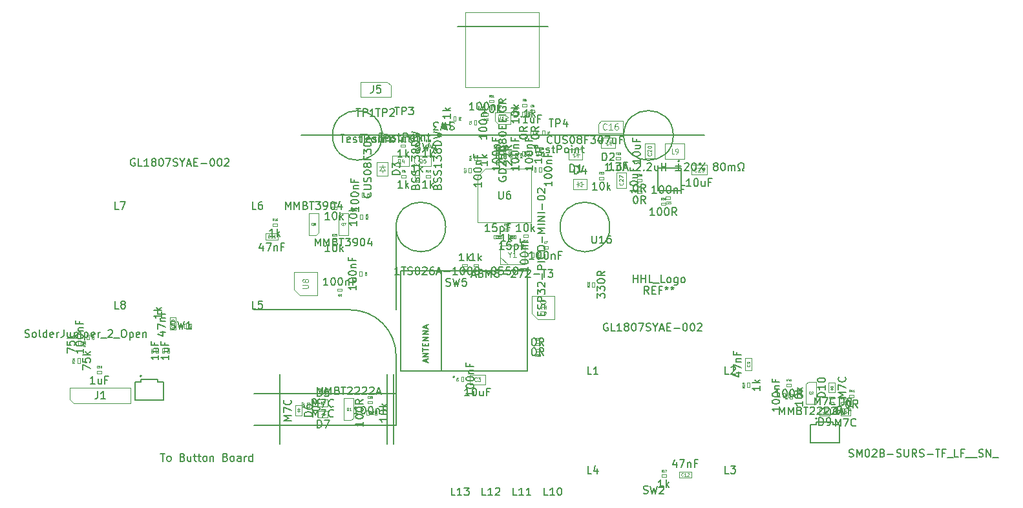
<source format=gbr>
G04 #@! TF.GenerationSoftware,KiCad,Pcbnew,8.0.2*
G04 #@! TF.CreationDate,2024-10-26T14:53:53-07:00*
G04 #@! TF.ProjectId,progcc_3.2_main,70726f67-6363-45f3-932e-325f6d61696e,1*
G04 #@! TF.SameCoordinates,Original*
G04 #@! TF.FileFunction,AssemblyDrawing,Top*
%FSLAX46Y46*%
G04 Gerber Fmt 4.6, Leading zero omitted, Abs format (unit mm)*
G04 Created by KiCad (PCBNEW 8.0.2) date 2024-10-26 14:53:53*
%MOMM*%
%LPD*%
G01*
G04 APERTURE LIST*
%ADD10C,0.200000*%
%ADD11C,0.150000*%
%ADD12C,0.040000*%
%ADD13C,0.080000*%
%ADD14C,0.110000*%
%ADD15C,0.060000*%
%ADD16C,0.075000*%
%ADD17C,0.050000*%
%ADD18C,0.120000*%
%ADD19C,0.105000*%
%ADD20C,0.090000*%
%ADD21C,0.100000*%
%ADD22C,0.127000*%
G04 APERTURE END LIST*
D10*
X123356226Y-146714357D02*
X123356226Y-137564357D01*
X118562500Y-129100000D02*
G75*
G02*
X124562500Y-135100000I0J-6000000D01*
G01*
X109356226Y-146714357D02*
X109356226Y-137564357D01*
X164987500Y-106250000D02*
X112137500Y-106250000D01*
X122737500Y-106250000D02*
G75*
G02*
X116237500Y-106250000I-3250000J0D01*
G01*
X116237500Y-106250000D02*
G75*
G02*
X122737500Y-106250000I3250000J0D01*
G01*
X124562500Y-144250000D02*
X124562500Y-135100000D01*
X105912500Y-140100000D02*
X124562500Y-140100000D01*
X118562500Y-129100000D02*
X105912500Y-129100000D01*
X144487500Y-91948000D02*
X132637500Y-91948000D01*
X160887500Y-106250000D02*
G75*
G02*
X154387500Y-106250000I-3250000J0D01*
G01*
X154387500Y-106250000D02*
G75*
G02*
X160887500Y-106250000I3250000J0D01*
G01*
X124206226Y-146714357D02*
X124206226Y-137564357D01*
X131062500Y-118250000D02*
G75*
G02*
X124562500Y-118250000I-3250000J0D01*
G01*
X124562500Y-118250000D02*
G75*
G02*
X131062500Y-118250000I3250000J0D01*
G01*
X124562500Y-118250000D02*
X124562500Y-129100000D01*
X105912500Y-144250000D02*
X124562500Y-144250000D01*
X152562500Y-118250000D02*
G75*
G02*
X146062500Y-118250000I-3250000J0D01*
G01*
X146062500Y-118250000D02*
G75*
G02*
X152562500Y-118250000I3250000J0D01*
G01*
D11*
X85084761Y-138784819D02*
X84513333Y-138784819D01*
X84799047Y-138784819D02*
X84799047Y-137784819D01*
X84799047Y-137784819D02*
X84703809Y-137927676D01*
X84703809Y-137927676D02*
X84608571Y-138022914D01*
X84608571Y-138022914D02*
X84513333Y-138070533D01*
X85941904Y-138118152D02*
X85941904Y-138784819D01*
X85513333Y-138118152D02*
X85513333Y-138641961D01*
X85513333Y-138641961D02*
X85560952Y-138737200D01*
X85560952Y-138737200D02*
X85656190Y-138784819D01*
X85656190Y-138784819D02*
X85799047Y-138784819D01*
X85799047Y-138784819D02*
X85894285Y-138737200D01*
X85894285Y-138737200D02*
X85941904Y-138689580D01*
X86751428Y-138261009D02*
X86418095Y-138261009D01*
X86418095Y-138784819D02*
X86418095Y-137784819D01*
X86418095Y-137784819D02*
X86894285Y-137784819D01*
D12*
X85519285Y-136689765D02*
X85507381Y-136701670D01*
X85507381Y-136701670D02*
X85471666Y-136713574D01*
X85471666Y-136713574D02*
X85447857Y-136713574D01*
X85447857Y-136713574D02*
X85412143Y-136701670D01*
X85412143Y-136701670D02*
X85388333Y-136677860D01*
X85388333Y-136677860D02*
X85376428Y-136654050D01*
X85376428Y-136654050D02*
X85364524Y-136606431D01*
X85364524Y-136606431D02*
X85364524Y-136570717D01*
X85364524Y-136570717D02*
X85376428Y-136523098D01*
X85376428Y-136523098D02*
X85388333Y-136499289D01*
X85388333Y-136499289D02*
X85412143Y-136475479D01*
X85412143Y-136475479D02*
X85447857Y-136463574D01*
X85447857Y-136463574D02*
X85471666Y-136463574D01*
X85471666Y-136463574D02*
X85507381Y-136475479D01*
X85507381Y-136475479D02*
X85519285Y-136487384D01*
X85614524Y-136487384D02*
X85626428Y-136475479D01*
X85626428Y-136475479D02*
X85650238Y-136463574D01*
X85650238Y-136463574D02*
X85709762Y-136463574D01*
X85709762Y-136463574D02*
X85733571Y-136475479D01*
X85733571Y-136475479D02*
X85745476Y-136487384D01*
X85745476Y-136487384D02*
X85757381Y-136511193D01*
X85757381Y-136511193D02*
X85757381Y-136535003D01*
X85757381Y-136535003D02*
X85745476Y-136570717D01*
X85745476Y-136570717D02*
X85602619Y-136713574D01*
X85602619Y-136713574D02*
X85757381Y-136713574D01*
X85900238Y-136570717D02*
X85876428Y-136558812D01*
X85876428Y-136558812D02*
X85864523Y-136546908D01*
X85864523Y-136546908D02*
X85852619Y-136523098D01*
X85852619Y-136523098D02*
X85852619Y-136511193D01*
X85852619Y-136511193D02*
X85864523Y-136487384D01*
X85864523Y-136487384D02*
X85876428Y-136475479D01*
X85876428Y-136475479D02*
X85900238Y-136463574D01*
X85900238Y-136463574D02*
X85947857Y-136463574D01*
X85947857Y-136463574D02*
X85971666Y-136475479D01*
X85971666Y-136475479D02*
X85983571Y-136487384D01*
X85983571Y-136487384D02*
X85995476Y-136511193D01*
X85995476Y-136511193D02*
X85995476Y-136523098D01*
X85995476Y-136523098D02*
X85983571Y-136546908D01*
X85983571Y-136546908D02*
X85971666Y-136558812D01*
X85971666Y-136558812D02*
X85947857Y-136570717D01*
X85947857Y-136570717D02*
X85900238Y-136570717D01*
X85900238Y-136570717D02*
X85876428Y-136582622D01*
X85876428Y-136582622D02*
X85864523Y-136594527D01*
X85864523Y-136594527D02*
X85852619Y-136618336D01*
X85852619Y-136618336D02*
X85852619Y-136665955D01*
X85852619Y-136665955D02*
X85864523Y-136689765D01*
X85864523Y-136689765D02*
X85876428Y-136701670D01*
X85876428Y-136701670D02*
X85900238Y-136713574D01*
X85900238Y-136713574D02*
X85947857Y-136713574D01*
X85947857Y-136713574D02*
X85971666Y-136701670D01*
X85971666Y-136701670D02*
X85983571Y-136689765D01*
X85983571Y-136689765D02*
X85995476Y-136665955D01*
X85995476Y-136665955D02*
X85995476Y-136618336D01*
X85995476Y-136618336D02*
X85983571Y-136594527D01*
X85983571Y-136594527D02*
X85971666Y-136582622D01*
X85971666Y-136582622D02*
X85947857Y-136570717D01*
D11*
X163198571Y-112904819D02*
X162627143Y-112904819D01*
X162912857Y-112904819D02*
X162912857Y-111904819D01*
X162912857Y-111904819D02*
X162817619Y-112047676D01*
X162817619Y-112047676D02*
X162722381Y-112142914D01*
X162722381Y-112142914D02*
X162627143Y-112190533D01*
X163817619Y-111904819D02*
X163912857Y-111904819D01*
X163912857Y-111904819D02*
X164008095Y-111952438D01*
X164008095Y-111952438D02*
X164055714Y-112000057D01*
X164055714Y-112000057D02*
X164103333Y-112095295D01*
X164103333Y-112095295D02*
X164150952Y-112285771D01*
X164150952Y-112285771D02*
X164150952Y-112523866D01*
X164150952Y-112523866D02*
X164103333Y-112714342D01*
X164103333Y-112714342D02*
X164055714Y-112809580D01*
X164055714Y-112809580D02*
X164008095Y-112857200D01*
X164008095Y-112857200D02*
X163912857Y-112904819D01*
X163912857Y-112904819D02*
X163817619Y-112904819D01*
X163817619Y-112904819D02*
X163722381Y-112857200D01*
X163722381Y-112857200D02*
X163674762Y-112809580D01*
X163674762Y-112809580D02*
X163627143Y-112714342D01*
X163627143Y-112714342D02*
X163579524Y-112523866D01*
X163579524Y-112523866D02*
X163579524Y-112285771D01*
X163579524Y-112285771D02*
X163627143Y-112095295D01*
X163627143Y-112095295D02*
X163674762Y-112000057D01*
X163674762Y-112000057D02*
X163722381Y-111952438D01*
X163722381Y-111952438D02*
X163817619Y-111904819D01*
X165008095Y-112238152D02*
X165008095Y-112904819D01*
X164579524Y-112238152D02*
X164579524Y-112761961D01*
X164579524Y-112761961D02*
X164627143Y-112857200D01*
X164627143Y-112857200D02*
X164722381Y-112904819D01*
X164722381Y-112904819D02*
X164865238Y-112904819D01*
X164865238Y-112904819D02*
X164960476Y-112857200D01*
X164960476Y-112857200D02*
X165008095Y-112809580D01*
X165817619Y-112381009D02*
X165484286Y-112381009D01*
X165484286Y-112904819D02*
X165484286Y-111904819D01*
X165484286Y-111904819D02*
X165960476Y-111904819D01*
D13*
X163948571Y-110949530D02*
X163924762Y-110973340D01*
X163924762Y-110973340D02*
X163853333Y-110997149D01*
X163853333Y-110997149D02*
X163805714Y-110997149D01*
X163805714Y-110997149D02*
X163734286Y-110973340D01*
X163734286Y-110973340D02*
X163686667Y-110925720D01*
X163686667Y-110925720D02*
X163662857Y-110878101D01*
X163662857Y-110878101D02*
X163639048Y-110782863D01*
X163639048Y-110782863D02*
X163639048Y-110711435D01*
X163639048Y-110711435D02*
X163662857Y-110616197D01*
X163662857Y-110616197D02*
X163686667Y-110568578D01*
X163686667Y-110568578D02*
X163734286Y-110520959D01*
X163734286Y-110520959D02*
X163805714Y-110497149D01*
X163805714Y-110497149D02*
X163853333Y-110497149D01*
X163853333Y-110497149D02*
X163924762Y-110520959D01*
X163924762Y-110520959D02*
X163948571Y-110544768D01*
X164139048Y-110544768D02*
X164162857Y-110520959D01*
X164162857Y-110520959D02*
X164210476Y-110497149D01*
X164210476Y-110497149D02*
X164329524Y-110497149D01*
X164329524Y-110497149D02*
X164377143Y-110520959D01*
X164377143Y-110520959D02*
X164400952Y-110544768D01*
X164400952Y-110544768D02*
X164424762Y-110592387D01*
X164424762Y-110592387D02*
X164424762Y-110640006D01*
X164424762Y-110640006D02*
X164400952Y-110711435D01*
X164400952Y-110711435D02*
X164115238Y-110997149D01*
X164115238Y-110997149D02*
X164424762Y-110997149D01*
X164877142Y-110497149D02*
X164639047Y-110497149D01*
X164639047Y-110497149D02*
X164615238Y-110735244D01*
X164615238Y-110735244D02*
X164639047Y-110711435D01*
X164639047Y-110711435D02*
X164686666Y-110687625D01*
X164686666Y-110687625D02*
X164805714Y-110687625D01*
X164805714Y-110687625D02*
X164853333Y-110711435D01*
X164853333Y-110711435D02*
X164877142Y-110735244D01*
X164877142Y-110735244D02*
X164900952Y-110782863D01*
X164900952Y-110782863D02*
X164900952Y-110901911D01*
X164900952Y-110901911D02*
X164877142Y-110949530D01*
X164877142Y-110949530D02*
X164853333Y-110973340D01*
X164853333Y-110973340D02*
X164805714Y-110997149D01*
X164805714Y-110997149D02*
X164686666Y-110997149D01*
X164686666Y-110997149D02*
X164639047Y-110973340D01*
X164639047Y-110973340D02*
X164615238Y-110949530D01*
D11*
X127150186Y-108218200D02*
X127293043Y-108265819D01*
X127293043Y-108265819D02*
X127531138Y-108265819D01*
X127531138Y-108265819D02*
X127626376Y-108218200D01*
X127626376Y-108218200D02*
X127673995Y-108170580D01*
X127673995Y-108170580D02*
X127721614Y-108075342D01*
X127721614Y-108075342D02*
X127721614Y-107980104D01*
X127721614Y-107980104D02*
X127673995Y-107884866D01*
X127673995Y-107884866D02*
X127626376Y-107837247D01*
X127626376Y-107837247D02*
X127531138Y-107789628D01*
X127531138Y-107789628D02*
X127340662Y-107742009D01*
X127340662Y-107742009D02*
X127245424Y-107694390D01*
X127245424Y-107694390D02*
X127197805Y-107646771D01*
X127197805Y-107646771D02*
X127150186Y-107551533D01*
X127150186Y-107551533D02*
X127150186Y-107456295D01*
X127150186Y-107456295D02*
X127197805Y-107361057D01*
X127197805Y-107361057D02*
X127245424Y-107313438D01*
X127245424Y-107313438D02*
X127340662Y-107265819D01*
X127340662Y-107265819D02*
X127578757Y-107265819D01*
X127578757Y-107265819D02*
X127721614Y-107313438D01*
X128054948Y-107265819D02*
X128293043Y-108265819D01*
X128293043Y-108265819D02*
X128483519Y-107551533D01*
X128483519Y-107551533D02*
X128673995Y-108265819D01*
X128673995Y-108265819D02*
X128912091Y-107265819D01*
X129721614Y-107599152D02*
X129721614Y-108265819D01*
X129483519Y-107218200D02*
X129245424Y-107932485D01*
X129245424Y-107932485D02*
X129864471Y-107932485D01*
X137812957Y-110077598D02*
X137765338Y-110029979D01*
X137765338Y-110029979D02*
X137717719Y-109934741D01*
X137717719Y-109934741D02*
X137717719Y-109696646D01*
X137717719Y-109696646D02*
X137765338Y-109601408D01*
X137765338Y-109601408D02*
X137812957Y-109553789D01*
X137812957Y-109553789D02*
X137908195Y-109506170D01*
X137908195Y-109506170D02*
X138003433Y-109506170D01*
X138003433Y-109506170D02*
X138146290Y-109553789D01*
X138146290Y-109553789D02*
X138717719Y-110125217D01*
X138717719Y-110125217D02*
X138717719Y-109506170D01*
X137717719Y-109172836D02*
X137717719Y-108506170D01*
X137717719Y-108506170D02*
X138717719Y-108934741D01*
X138717719Y-107553789D02*
X138241528Y-107887122D01*
X138717719Y-108125217D02*
X137717719Y-108125217D01*
X137717719Y-108125217D02*
X137717719Y-107744265D01*
X137717719Y-107744265D02*
X137765338Y-107649027D01*
X137765338Y-107649027D02*
X137812957Y-107601408D01*
X137812957Y-107601408D02*
X137908195Y-107553789D01*
X137908195Y-107553789D02*
X138051052Y-107553789D01*
X138051052Y-107553789D02*
X138146290Y-107601408D01*
X138146290Y-107601408D02*
X138193909Y-107649027D01*
X138193909Y-107649027D02*
X138241528Y-107744265D01*
X138241528Y-107744265D02*
X138241528Y-108125217D01*
D12*
X140404674Y-109023808D02*
X140285627Y-109107141D01*
X140404674Y-109166665D02*
X140154674Y-109166665D01*
X140154674Y-109166665D02*
X140154674Y-109071427D01*
X140154674Y-109071427D02*
X140166579Y-109047617D01*
X140166579Y-109047617D02*
X140178484Y-109035712D01*
X140178484Y-109035712D02*
X140202293Y-109023808D01*
X140202293Y-109023808D02*
X140238008Y-109023808D01*
X140238008Y-109023808D02*
X140261817Y-109035712D01*
X140261817Y-109035712D02*
X140273722Y-109047617D01*
X140273722Y-109047617D02*
X140285627Y-109071427D01*
X140285627Y-109071427D02*
X140285627Y-109166665D01*
X140178484Y-108928569D02*
X140166579Y-108916665D01*
X140166579Y-108916665D02*
X140154674Y-108892855D01*
X140154674Y-108892855D02*
X140154674Y-108833331D01*
X140154674Y-108833331D02*
X140166579Y-108809522D01*
X140166579Y-108809522D02*
X140178484Y-108797617D01*
X140178484Y-108797617D02*
X140202293Y-108785712D01*
X140202293Y-108785712D02*
X140226103Y-108785712D01*
X140226103Y-108785712D02*
X140261817Y-108797617D01*
X140261817Y-108797617D02*
X140404674Y-108940474D01*
X140404674Y-108940474D02*
X140404674Y-108785712D01*
X140404674Y-108666665D02*
X140404674Y-108619046D01*
X140404674Y-108619046D02*
X140392770Y-108595236D01*
X140392770Y-108595236D02*
X140380865Y-108583332D01*
X140380865Y-108583332D02*
X140345150Y-108559522D01*
X140345150Y-108559522D02*
X140297531Y-108547617D01*
X140297531Y-108547617D02*
X140202293Y-108547617D01*
X140202293Y-108547617D02*
X140178484Y-108559522D01*
X140178484Y-108559522D02*
X140166579Y-108571427D01*
X140166579Y-108571427D02*
X140154674Y-108595236D01*
X140154674Y-108595236D02*
X140154674Y-108642855D01*
X140154674Y-108642855D02*
X140166579Y-108666665D01*
X140166579Y-108666665D02*
X140178484Y-108678570D01*
X140178484Y-108678570D02*
X140202293Y-108690474D01*
X140202293Y-108690474D02*
X140261817Y-108690474D01*
X140261817Y-108690474D02*
X140285627Y-108678570D01*
X140285627Y-108678570D02*
X140297531Y-108666665D01*
X140297531Y-108666665D02*
X140309436Y-108642855D01*
X140309436Y-108642855D02*
X140309436Y-108595236D01*
X140309436Y-108595236D02*
X140297531Y-108571427D01*
X140297531Y-108571427D02*
X140285627Y-108559522D01*
X140285627Y-108559522D02*
X140261817Y-108547617D01*
D11*
X179411476Y-141548819D02*
X179411476Y-140548819D01*
X179411476Y-140548819D02*
X179744809Y-141263104D01*
X179744809Y-141263104D02*
X180078142Y-140548819D01*
X180078142Y-140548819D02*
X180078142Y-141548819D01*
X180459095Y-140548819D02*
X181125761Y-140548819D01*
X181125761Y-140548819D02*
X180697190Y-141548819D01*
X182078142Y-141453580D02*
X182030523Y-141501200D01*
X182030523Y-141501200D02*
X181887666Y-141548819D01*
X181887666Y-141548819D02*
X181792428Y-141548819D01*
X181792428Y-141548819D02*
X181649571Y-141501200D01*
X181649571Y-141501200D02*
X181554333Y-141405961D01*
X181554333Y-141405961D02*
X181506714Y-141310723D01*
X181506714Y-141310723D02*
X181459095Y-141120247D01*
X181459095Y-141120247D02*
X181459095Y-140977390D01*
X181459095Y-140977390D02*
X181506714Y-140786914D01*
X181506714Y-140786914D02*
X181554333Y-140691676D01*
X181554333Y-140691676D02*
X181649571Y-140596438D01*
X181649571Y-140596438D02*
X181792428Y-140548819D01*
X181792428Y-140548819D02*
X181887666Y-140548819D01*
X181887666Y-140548819D02*
X182030523Y-140596438D01*
X182030523Y-140596438D02*
X182078142Y-140644057D01*
X179982905Y-144248819D02*
X179982905Y-143248819D01*
X179982905Y-143248819D02*
X180221000Y-143248819D01*
X180221000Y-143248819D02*
X180363857Y-143296438D01*
X180363857Y-143296438D02*
X180459095Y-143391676D01*
X180459095Y-143391676D02*
X180506714Y-143486914D01*
X180506714Y-143486914D02*
X180554333Y-143677390D01*
X180554333Y-143677390D02*
X180554333Y-143820247D01*
X180554333Y-143820247D02*
X180506714Y-144010723D01*
X180506714Y-144010723D02*
X180459095Y-144105961D01*
X180459095Y-144105961D02*
X180363857Y-144201200D01*
X180363857Y-144201200D02*
X180221000Y-144248819D01*
X180221000Y-144248819D02*
X179982905Y-144248819D01*
X181030524Y-144248819D02*
X181221000Y-144248819D01*
X181221000Y-144248819D02*
X181316238Y-144201200D01*
X181316238Y-144201200D02*
X181363857Y-144153580D01*
X181363857Y-144153580D02*
X181459095Y-144010723D01*
X181459095Y-144010723D02*
X181506714Y-143820247D01*
X181506714Y-143820247D02*
X181506714Y-143439295D01*
X181506714Y-143439295D02*
X181459095Y-143344057D01*
X181459095Y-143344057D02*
X181411476Y-143296438D01*
X181411476Y-143296438D02*
X181316238Y-143248819D01*
X181316238Y-143248819D02*
X181125762Y-143248819D01*
X181125762Y-143248819D02*
X181030524Y-143296438D01*
X181030524Y-143296438D02*
X180982905Y-143344057D01*
X180982905Y-143344057D02*
X180935286Y-143439295D01*
X180935286Y-143439295D02*
X180935286Y-143677390D01*
X180935286Y-143677390D02*
X180982905Y-143772628D01*
X180982905Y-143772628D02*
X181030524Y-143820247D01*
X181030524Y-143820247D02*
X181125762Y-143867866D01*
X181125762Y-143867866D02*
X181316238Y-143867866D01*
X181316238Y-143867866D02*
X181411476Y-143820247D01*
X181411476Y-143820247D02*
X181459095Y-143772628D01*
X181459095Y-143772628D02*
X181506714Y-143677390D01*
X168169533Y-137532819D02*
X167693343Y-137532819D01*
X167693343Y-137532819D02*
X167693343Y-136532819D01*
X168455248Y-136628057D02*
X168502867Y-136580438D01*
X168502867Y-136580438D02*
X168598105Y-136532819D01*
X168598105Y-136532819D02*
X168836200Y-136532819D01*
X168836200Y-136532819D02*
X168931438Y-136580438D01*
X168931438Y-136580438D02*
X168979057Y-136628057D01*
X168979057Y-136628057D02*
X169026676Y-136723295D01*
X169026676Y-136723295D02*
X169026676Y-136818533D01*
X169026676Y-136818533D02*
X168979057Y-136961390D01*
X168979057Y-136961390D02*
X168407629Y-137532819D01*
X168407629Y-137532819D02*
X169026676Y-137532819D01*
X119336447Y-125903606D02*
X119336447Y-126475034D01*
X119336447Y-126189320D02*
X118336447Y-126189320D01*
X118336447Y-126189320D02*
X118479304Y-126284558D01*
X118479304Y-126284558D02*
X118574542Y-126379796D01*
X118574542Y-126379796D02*
X118622161Y-126475034D01*
X118336447Y-125284558D02*
X118336447Y-125189320D01*
X118336447Y-125189320D02*
X118384066Y-125094082D01*
X118384066Y-125094082D02*
X118431685Y-125046463D01*
X118431685Y-125046463D02*
X118526923Y-124998844D01*
X118526923Y-124998844D02*
X118717399Y-124951225D01*
X118717399Y-124951225D02*
X118955494Y-124951225D01*
X118955494Y-124951225D02*
X119145970Y-124998844D01*
X119145970Y-124998844D02*
X119241208Y-125046463D01*
X119241208Y-125046463D02*
X119288828Y-125094082D01*
X119288828Y-125094082D02*
X119336447Y-125189320D01*
X119336447Y-125189320D02*
X119336447Y-125284558D01*
X119336447Y-125284558D02*
X119288828Y-125379796D01*
X119288828Y-125379796D02*
X119241208Y-125427415D01*
X119241208Y-125427415D02*
X119145970Y-125475034D01*
X119145970Y-125475034D02*
X118955494Y-125522653D01*
X118955494Y-125522653D02*
X118717399Y-125522653D01*
X118717399Y-125522653D02*
X118526923Y-125475034D01*
X118526923Y-125475034D02*
X118431685Y-125427415D01*
X118431685Y-125427415D02*
X118384066Y-125379796D01*
X118384066Y-125379796D02*
X118336447Y-125284558D01*
X118336447Y-124332177D02*
X118336447Y-124236939D01*
X118336447Y-124236939D02*
X118384066Y-124141701D01*
X118384066Y-124141701D02*
X118431685Y-124094082D01*
X118431685Y-124094082D02*
X118526923Y-124046463D01*
X118526923Y-124046463D02*
X118717399Y-123998844D01*
X118717399Y-123998844D02*
X118955494Y-123998844D01*
X118955494Y-123998844D02*
X119145970Y-124046463D01*
X119145970Y-124046463D02*
X119241208Y-124094082D01*
X119241208Y-124094082D02*
X119288828Y-124141701D01*
X119288828Y-124141701D02*
X119336447Y-124236939D01*
X119336447Y-124236939D02*
X119336447Y-124332177D01*
X119336447Y-124332177D02*
X119288828Y-124427415D01*
X119288828Y-124427415D02*
X119241208Y-124475034D01*
X119241208Y-124475034D02*
X119145970Y-124522653D01*
X119145970Y-124522653D02*
X118955494Y-124570272D01*
X118955494Y-124570272D02*
X118717399Y-124570272D01*
X118717399Y-124570272D02*
X118526923Y-124522653D01*
X118526923Y-124522653D02*
X118431685Y-124475034D01*
X118431685Y-124475034D02*
X118384066Y-124427415D01*
X118384066Y-124427415D02*
X118336447Y-124332177D01*
X118669780Y-123570272D02*
X119336447Y-123570272D01*
X118765018Y-123570272D02*
X118717399Y-123522653D01*
X118717399Y-123522653D02*
X118669780Y-123427415D01*
X118669780Y-123427415D02*
X118669780Y-123284558D01*
X118669780Y-123284558D02*
X118717399Y-123189320D01*
X118717399Y-123189320D02*
X118812637Y-123141701D01*
X118812637Y-123141701D02*
X119336447Y-123141701D01*
X118812637Y-122332177D02*
X118812637Y-122665510D01*
X119336447Y-122665510D02*
X118336447Y-122665510D01*
X118336447Y-122665510D02*
X118336447Y-122189320D01*
D12*
X120701393Y-124397653D02*
X120713298Y-124409557D01*
X120713298Y-124409557D02*
X120725202Y-124445272D01*
X120725202Y-124445272D02*
X120725202Y-124469081D01*
X120725202Y-124469081D02*
X120713298Y-124504795D01*
X120713298Y-124504795D02*
X120689488Y-124528605D01*
X120689488Y-124528605D02*
X120665678Y-124540510D01*
X120665678Y-124540510D02*
X120618059Y-124552414D01*
X120618059Y-124552414D02*
X120582345Y-124552414D01*
X120582345Y-124552414D02*
X120534726Y-124540510D01*
X120534726Y-124540510D02*
X120510917Y-124528605D01*
X120510917Y-124528605D02*
X120487107Y-124504795D01*
X120487107Y-124504795D02*
X120475202Y-124469081D01*
X120475202Y-124469081D02*
X120475202Y-124445272D01*
X120475202Y-124445272D02*
X120487107Y-124409557D01*
X120487107Y-124409557D02*
X120499012Y-124397653D01*
X120475202Y-124183367D02*
X120475202Y-124230986D01*
X120475202Y-124230986D02*
X120487107Y-124254795D01*
X120487107Y-124254795D02*
X120499012Y-124266700D01*
X120499012Y-124266700D02*
X120534726Y-124290510D01*
X120534726Y-124290510D02*
X120582345Y-124302414D01*
X120582345Y-124302414D02*
X120677583Y-124302414D01*
X120677583Y-124302414D02*
X120701393Y-124290510D01*
X120701393Y-124290510D02*
X120713298Y-124278605D01*
X120713298Y-124278605D02*
X120725202Y-124254795D01*
X120725202Y-124254795D02*
X120725202Y-124207176D01*
X120725202Y-124207176D02*
X120713298Y-124183367D01*
X120713298Y-124183367D02*
X120701393Y-124171462D01*
X120701393Y-124171462D02*
X120677583Y-124159557D01*
X120677583Y-124159557D02*
X120618059Y-124159557D01*
X120618059Y-124159557D02*
X120594250Y-124171462D01*
X120594250Y-124171462D02*
X120582345Y-124183367D01*
X120582345Y-124183367D02*
X120570440Y-124207176D01*
X120570440Y-124207176D02*
X120570440Y-124254795D01*
X120570440Y-124254795D02*
X120582345Y-124278605D01*
X120582345Y-124278605D02*
X120594250Y-124290510D01*
X120594250Y-124290510D02*
X120618059Y-124302414D01*
D11*
X155892381Y-114174819D02*
X155987619Y-114174819D01*
X155987619Y-114174819D02*
X156082857Y-114222438D01*
X156082857Y-114222438D02*
X156130476Y-114270057D01*
X156130476Y-114270057D02*
X156178095Y-114365295D01*
X156178095Y-114365295D02*
X156225714Y-114555771D01*
X156225714Y-114555771D02*
X156225714Y-114793866D01*
X156225714Y-114793866D02*
X156178095Y-114984342D01*
X156178095Y-114984342D02*
X156130476Y-115079580D01*
X156130476Y-115079580D02*
X156082857Y-115127200D01*
X156082857Y-115127200D02*
X155987619Y-115174819D01*
X155987619Y-115174819D02*
X155892381Y-115174819D01*
X155892381Y-115174819D02*
X155797143Y-115127200D01*
X155797143Y-115127200D02*
X155749524Y-115079580D01*
X155749524Y-115079580D02*
X155701905Y-114984342D01*
X155701905Y-114984342D02*
X155654286Y-114793866D01*
X155654286Y-114793866D02*
X155654286Y-114555771D01*
X155654286Y-114555771D02*
X155701905Y-114365295D01*
X155701905Y-114365295D02*
X155749524Y-114270057D01*
X155749524Y-114270057D02*
X155797143Y-114222438D01*
X155797143Y-114222438D02*
X155892381Y-114174819D01*
X157225714Y-115174819D02*
X156892381Y-114698628D01*
X156654286Y-115174819D02*
X156654286Y-114174819D01*
X156654286Y-114174819D02*
X157035238Y-114174819D01*
X157035238Y-114174819D02*
X157130476Y-114222438D01*
X157130476Y-114222438D02*
X157178095Y-114270057D01*
X157178095Y-114270057D02*
X157225714Y-114365295D01*
X157225714Y-114365295D02*
X157225714Y-114508152D01*
X157225714Y-114508152D02*
X157178095Y-114603390D01*
X157178095Y-114603390D02*
X157130476Y-114651009D01*
X157130476Y-114651009D02*
X157035238Y-114698628D01*
X157035238Y-114698628D02*
X156654286Y-114698628D01*
D12*
X156398333Y-113103574D02*
X156315000Y-112984527D01*
X156255476Y-113103574D02*
X156255476Y-112853574D01*
X156255476Y-112853574D02*
X156350714Y-112853574D01*
X156350714Y-112853574D02*
X156374524Y-112865479D01*
X156374524Y-112865479D02*
X156386429Y-112877384D01*
X156386429Y-112877384D02*
X156398333Y-112901193D01*
X156398333Y-112901193D02*
X156398333Y-112936908D01*
X156398333Y-112936908D02*
X156386429Y-112960717D01*
X156386429Y-112960717D02*
X156374524Y-112972622D01*
X156374524Y-112972622D02*
X156350714Y-112984527D01*
X156350714Y-112984527D02*
X156255476Y-112984527D01*
X156612619Y-112936908D02*
X156612619Y-113103574D01*
X156553095Y-112841670D02*
X156493572Y-113020241D01*
X156493572Y-113020241D02*
X156648333Y-113020241D01*
D11*
X156214819Y-113191428D02*
X156214819Y-113762856D01*
X156214819Y-113477142D02*
X155214819Y-113477142D01*
X155214819Y-113477142D02*
X155357676Y-113572380D01*
X155357676Y-113572380D02*
X155452914Y-113667618D01*
X155452914Y-113667618D02*
X155500533Y-113762856D01*
X155214819Y-112572380D02*
X155214819Y-112477142D01*
X155214819Y-112477142D02*
X155262438Y-112381904D01*
X155262438Y-112381904D02*
X155310057Y-112334285D01*
X155310057Y-112334285D02*
X155405295Y-112286666D01*
X155405295Y-112286666D02*
X155595771Y-112239047D01*
X155595771Y-112239047D02*
X155833866Y-112239047D01*
X155833866Y-112239047D02*
X156024342Y-112286666D01*
X156024342Y-112286666D02*
X156119580Y-112334285D01*
X156119580Y-112334285D02*
X156167200Y-112381904D01*
X156167200Y-112381904D02*
X156214819Y-112477142D01*
X156214819Y-112477142D02*
X156214819Y-112572380D01*
X156214819Y-112572380D02*
X156167200Y-112667618D01*
X156167200Y-112667618D02*
X156119580Y-112715237D01*
X156119580Y-112715237D02*
X156024342Y-112762856D01*
X156024342Y-112762856D02*
X155833866Y-112810475D01*
X155833866Y-112810475D02*
X155595771Y-112810475D01*
X155595771Y-112810475D02*
X155405295Y-112762856D01*
X155405295Y-112762856D02*
X155310057Y-112715237D01*
X155310057Y-112715237D02*
X155262438Y-112667618D01*
X155262438Y-112667618D02*
X155214819Y-112572380D01*
X155548152Y-111381904D02*
X156214819Y-111381904D01*
X155548152Y-111810475D02*
X156071961Y-111810475D01*
X156071961Y-111810475D02*
X156167200Y-111762856D01*
X156167200Y-111762856D02*
X156214819Y-111667618D01*
X156214819Y-111667618D02*
X156214819Y-111524761D01*
X156214819Y-111524761D02*
X156167200Y-111429523D01*
X156167200Y-111429523D02*
X156119580Y-111381904D01*
X155691009Y-110572380D02*
X155691009Y-110905713D01*
X156214819Y-110905713D02*
X155214819Y-110905713D01*
X155214819Y-110905713D02*
X155214819Y-110429523D01*
D13*
X154259530Y-112441428D02*
X154283340Y-112465237D01*
X154283340Y-112465237D02*
X154307149Y-112536666D01*
X154307149Y-112536666D02*
X154307149Y-112584285D01*
X154307149Y-112584285D02*
X154283340Y-112655713D01*
X154283340Y-112655713D02*
X154235720Y-112703332D01*
X154235720Y-112703332D02*
X154188101Y-112727142D01*
X154188101Y-112727142D02*
X154092863Y-112750951D01*
X154092863Y-112750951D02*
X154021435Y-112750951D01*
X154021435Y-112750951D02*
X153926197Y-112727142D01*
X153926197Y-112727142D02*
X153878578Y-112703332D01*
X153878578Y-112703332D02*
X153830959Y-112655713D01*
X153830959Y-112655713D02*
X153807149Y-112584285D01*
X153807149Y-112584285D02*
X153807149Y-112536666D01*
X153807149Y-112536666D02*
X153830959Y-112465237D01*
X153830959Y-112465237D02*
X153854768Y-112441428D01*
X153854768Y-112250951D02*
X153830959Y-112227142D01*
X153830959Y-112227142D02*
X153807149Y-112179523D01*
X153807149Y-112179523D02*
X153807149Y-112060475D01*
X153807149Y-112060475D02*
X153830959Y-112012856D01*
X153830959Y-112012856D02*
X153854768Y-111989047D01*
X153854768Y-111989047D02*
X153902387Y-111965237D01*
X153902387Y-111965237D02*
X153950006Y-111965237D01*
X153950006Y-111965237D02*
X154021435Y-111989047D01*
X154021435Y-111989047D02*
X154307149Y-112274761D01*
X154307149Y-112274761D02*
X154307149Y-111965237D01*
X153807149Y-111798571D02*
X153807149Y-111465238D01*
X153807149Y-111465238D02*
X154307149Y-111679523D01*
D11*
X172244442Y-139087524D02*
X172244442Y-139658952D01*
X172244442Y-139373238D02*
X171244442Y-139373238D01*
X171244442Y-139373238D02*
X171387299Y-139468476D01*
X171387299Y-139468476D02*
X171482537Y-139563714D01*
X171482537Y-139563714D02*
X171530156Y-139658952D01*
X172244442Y-138658952D02*
X171244442Y-138658952D01*
X171863489Y-138563714D02*
X172244442Y-138278000D01*
X171577775Y-138278000D02*
X171958727Y-138658952D01*
D12*
X170173197Y-139129191D02*
X170054150Y-139212524D01*
X170173197Y-139272048D02*
X169923197Y-139272048D01*
X169923197Y-139272048D02*
X169923197Y-139176810D01*
X169923197Y-139176810D02*
X169935102Y-139153000D01*
X169935102Y-139153000D02*
X169947007Y-139141095D01*
X169947007Y-139141095D02*
X169970816Y-139129191D01*
X169970816Y-139129191D02*
X170006531Y-139129191D01*
X170006531Y-139129191D02*
X170030340Y-139141095D01*
X170030340Y-139141095D02*
X170042245Y-139153000D01*
X170042245Y-139153000D02*
X170054150Y-139176810D01*
X170054150Y-139176810D02*
X170054150Y-139272048D01*
X170173197Y-138891095D02*
X170173197Y-139033952D01*
X170173197Y-138962524D02*
X169923197Y-138962524D01*
X169923197Y-138962524D02*
X169958912Y-138986333D01*
X169958912Y-138986333D02*
X169982721Y-139010143D01*
X169982721Y-139010143D02*
X169994626Y-139033952D01*
X170030340Y-138748238D02*
X170018435Y-138772048D01*
X170018435Y-138772048D02*
X170006531Y-138783953D01*
X170006531Y-138783953D02*
X169982721Y-138795857D01*
X169982721Y-138795857D02*
X169970816Y-138795857D01*
X169970816Y-138795857D02*
X169947007Y-138783953D01*
X169947007Y-138783953D02*
X169935102Y-138772048D01*
X169935102Y-138772048D02*
X169923197Y-138748238D01*
X169923197Y-138748238D02*
X169923197Y-138700619D01*
X169923197Y-138700619D02*
X169935102Y-138676810D01*
X169935102Y-138676810D02*
X169947007Y-138664905D01*
X169947007Y-138664905D02*
X169970816Y-138653000D01*
X169970816Y-138653000D02*
X169982721Y-138653000D01*
X169982721Y-138653000D02*
X170006531Y-138664905D01*
X170006531Y-138664905D02*
X170018435Y-138676810D01*
X170018435Y-138676810D02*
X170030340Y-138700619D01*
X170030340Y-138700619D02*
X170030340Y-138748238D01*
X170030340Y-138748238D02*
X170042245Y-138772048D01*
X170042245Y-138772048D02*
X170054150Y-138783953D01*
X170054150Y-138783953D02*
X170077959Y-138795857D01*
X170077959Y-138795857D02*
X170125578Y-138795857D01*
X170125578Y-138795857D02*
X170149388Y-138783953D01*
X170149388Y-138783953D02*
X170161293Y-138772048D01*
X170161293Y-138772048D02*
X170173197Y-138748238D01*
X170173197Y-138748238D02*
X170173197Y-138700619D01*
X170173197Y-138700619D02*
X170161293Y-138676810D01*
X170161293Y-138676810D02*
X170149388Y-138664905D01*
X170149388Y-138664905D02*
X170125578Y-138653000D01*
X170125578Y-138653000D02*
X170077959Y-138653000D01*
X170077959Y-138653000D02*
X170054150Y-138664905D01*
X170054150Y-138664905D02*
X170042245Y-138676810D01*
X170042245Y-138676810D02*
X170030340Y-138700619D01*
D11*
X140754819Y-106447618D02*
X140754819Y-106352380D01*
X140754819Y-106352380D02*
X140802438Y-106257142D01*
X140802438Y-106257142D02*
X140850057Y-106209523D01*
X140850057Y-106209523D02*
X140945295Y-106161904D01*
X140945295Y-106161904D02*
X141135771Y-106114285D01*
X141135771Y-106114285D02*
X141373866Y-106114285D01*
X141373866Y-106114285D02*
X141564342Y-106161904D01*
X141564342Y-106161904D02*
X141659580Y-106209523D01*
X141659580Y-106209523D02*
X141707200Y-106257142D01*
X141707200Y-106257142D02*
X141754819Y-106352380D01*
X141754819Y-106352380D02*
X141754819Y-106447618D01*
X141754819Y-106447618D02*
X141707200Y-106542856D01*
X141707200Y-106542856D02*
X141659580Y-106590475D01*
X141659580Y-106590475D02*
X141564342Y-106638094D01*
X141564342Y-106638094D02*
X141373866Y-106685713D01*
X141373866Y-106685713D02*
X141135771Y-106685713D01*
X141135771Y-106685713D02*
X140945295Y-106638094D01*
X140945295Y-106638094D02*
X140850057Y-106590475D01*
X140850057Y-106590475D02*
X140802438Y-106542856D01*
X140802438Y-106542856D02*
X140754819Y-106447618D01*
X141754819Y-105114285D02*
X141278628Y-105447618D01*
X141754819Y-105685713D02*
X140754819Y-105685713D01*
X140754819Y-105685713D02*
X140754819Y-105304761D01*
X140754819Y-105304761D02*
X140802438Y-105209523D01*
X140802438Y-105209523D02*
X140850057Y-105161904D01*
X140850057Y-105161904D02*
X140945295Y-105114285D01*
X140945295Y-105114285D02*
X141088152Y-105114285D01*
X141088152Y-105114285D02*
X141183390Y-105161904D01*
X141183390Y-105161904D02*
X141231009Y-105209523D01*
X141231009Y-105209523D02*
X141278628Y-105304761D01*
X141278628Y-105304761D02*
X141278628Y-105685713D01*
D12*
X143143574Y-105941666D02*
X143024527Y-106024999D01*
X143143574Y-106084523D02*
X142893574Y-106084523D01*
X142893574Y-106084523D02*
X142893574Y-105989285D01*
X142893574Y-105989285D02*
X142905479Y-105965475D01*
X142905479Y-105965475D02*
X142917384Y-105953570D01*
X142917384Y-105953570D02*
X142941193Y-105941666D01*
X142941193Y-105941666D02*
X142976908Y-105941666D01*
X142976908Y-105941666D02*
X143000717Y-105953570D01*
X143000717Y-105953570D02*
X143012622Y-105965475D01*
X143012622Y-105965475D02*
X143024527Y-105989285D01*
X143024527Y-105989285D02*
X143024527Y-106084523D01*
X142917384Y-105846427D02*
X142905479Y-105834523D01*
X142905479Y-105834523D02*
X142893574Y-105810713D01*
X142893574Y-105810713D02*
X142893574Y-105751189D01*
X142893574Y-105751189D02*
X142905479Y-105727380D01*
X142905479Y-105727380D02*
X142917384Y-105715475D01*
X142917384Y-105715475D02*
X142941193Y-105703570D01*
X142941193Y-105703570D02*
X142965003Y-105703570D01*
X142965003Y-105703570D02*
X143000717Y-105715475D01*
X143000717Y-105715475D02*
X143143574Y-105858332D01*
X143143574Y-105858332D02*
X143143574Y-105703570D01*
D14*
X112316444Y-126250628D02*
X112923587Y-126250628D01*
X112923587Y-126250628D02*
X112995015Y-126214914D01*
X112995015Y-126214914D02*
X113030730Y-126179200D01*
X113030730Y-126179200D02*
X113066444Y-126107771D01*
X113066444Y-126107771D02*
X113066444Y-125964914D01*
X113066444Y-125964914D02*
X113030730Y-125893485D01*
X113030730Y-125893485D02*
X112995015Y-125857771D01*
X112995015Y-125857771D02*
X112923587Y-125822057D01*
X112923587Y-125822057D02*
X112316444Y-125822057D01*
X112637872Y-125357771D02*
X112602158Y-125429200D01*
X112602158Y-125429200D02*
X112566444Y-125464914D01*
X112566444Y-125464914D02*
X112495015Y-125500628D01*
X112495015Y-125500628D02*
X112459301Y-125500628D01*
X112459301Y-125500628D02*
X112387872Y-125464914D01*
X112387872Y-125464914D02*
X112352158Y-125429200D01*
X112352158Y-125429200D02*
X112316444Y-125357771D01*
X112316444Y-125357771D02*
X112316444Y-125214914D01*
X112316444Y-125214914D02*
X112352158Y-125143486D01*
X112352158Y-125143486D02*
X112387872Y-125107771D01*
X112387872Y-125107771D02*
X112459301Y-125072057D01*
X112459301Y-125072057D02*
X112495015Y-125072057D01*
X112495015Y-125072057D02*
X112566444Y-125107771D01*
X112566444Y-125107771D02*
X112602158Y-125143486D01*
X112602158Y-125143486D02*
X112637872Y-125214914D01*
X112637872Y-125214914D02*
X112637872Y-125357771D01*
X112637872Y-125357771D02*
X112673587Y-125429200D01*
X112673587Y-125429200D02*
X112709301Y-125464914D01*
X112709301Y-125464914D02*
X112780730Y-125500628D01*
X112780730Y-125500628D02*
X112923587Y-125500628D01*
X112923587Y-125500628D02*
X112995015Y-125464914D01*
X112995015Y-125464914D02*
X113030730Y-125429200D01*
X113030730Y-125429200D02*
X113066444Y-125357771D01*
X113066444Y-125357771D02*
X113066444Y-125214914D01*
X113066444Y-125214914D02*
X113030730Y-125143486D01*
X113030730Y-125143486D02*
X112995015Y-125107771D01*
X112995015Y-125107771D02*
X112923587Y-125072057D01*
X112923587Y-125072057D02*
X112780730Y-125072057D01*
X112780730Y-125072057D02*
X112709301Y-125107771D01*
X112709301Y-125107771D02*
X112673587Y-125143486D01*
X112673587Y-125143486D02*
X112637872Y-125214914D01*
D11*
X93675609Y-132047057D02*
X94342276Y-132047057D01*
X93294657Y-132285152D02*
X94008942Y-132523247D01*
X94008942Y-132523247D02*
X94008942Y-131904200D01*
X93342276Y-131618485D02*
X93342276Y-130951819D01*
X93342276Y-130951819D02*
X94342276Y-131380390D01*
X93675609Y-130570866D02*
X94342276Y-130570866D01*
X93770847Y-130570866D02*
X93723228Y-130523247D01*
X93723228Y-130523247D02*
X93675609Y-130428009D01*
X93675609Y-130428009D02*
X93675609Y-130285152D01*
X93675609Y-130285152D02*
X93723228Y-130189914D01*
X93723228Y-130189914D02*
X93818466Y-130142295D01*
X93818466Y-130142295D02*
X94342276Y-130142295D01*
X93818466Y-129332771D02*
X93818466Y-129666104D01*
X94342276Y-129666104D02*
X93342276Y-129666104D01*
X93342276Y-129666104D02*
X93342276Y-129189914D01*
D15*
X95461289Y-131137533D02*
X95480337Y-131156581D01*
X95480337Y-131156581D02*
X95499384Y-131213723D01*
X95499384Y-131213723D02*
X95499384Y-131251819D01*
X95499384Y-131251819D02*
X95480337Y-131308962D01*
X95480337Y-131308962D02*
X95442241Y-131347057D01*
X95442241Y-131347057D02*
X95404146Y-131366104D01*
X95404146Y-131366104D02*
X95327956Y-131385152D01*
X95327956Y-131385152D02*
X95270813Y-131385152D01*
X95270813Y-131385152D02*
X95194622Y-131366104D01*
X95194622Y-131366104D02*
X95156527Y-131347057D01*
X95156527Y-131347057D02*
X95118432Y-131308962D01*
X95118432Y-131308962D02*
X95099384Y-131251819D01*
X95099384Y-131251819D02*
X95099384Y-131213723D01*
X95099384Y-131213723D02*
X95118432Y-131156581D01*
X95118432Y-131156581D02*
X95137479Y-131137533D01*
X95499384Y-130756581D02*
X95499384Y-130985152D01*
X95499384Y-130870866D02*
X95099384Y-130870866D01*
X95099384Y-130870866D02*
X95156527Y-130908962D01*
X95156527Y-130908962D02*
X95194622Y-130947057D01*
X95194622Y-130947057D02*
X95213670Y-130985152D01*
X95099384Y-130508962D02*
X95099384Y-130470867D01*
X95099384Y-130470867D02*
X95118432Y-130432771D01*
X95118432Y-130432771D02*
X95137479Y-130413724D01*
X95137479Y-130413724D02*
X95175575Y-130394676D01*
X95175575Y-130394676D02*
X95251765Y-130375629D01*
X95251765Y-130375629D02*
X95347003Y-130375629D01*
X95347003Y-130375629D02*
X95423194Y-130394676D01*
X95423194Y-130394676D02*
X95461289Y-130413724D01*
X95461289Y-130413724D02*
X95480337Y-130432771D01*
X95480337Y-130432771D02*
X95499384Y-130470867D01*
X95499384Y-130470867D02*
X95499384Y-130508962D01*
X95499384Y-130508962D02*
X95480337Y-130547057D01*
X95480337Y-130547057D02*
X95461289Y-130566105D01*
X95461289Y-130566105D02*
X95423194Y-130585152D01*
X95423194Y-130585152D02*
X95347003Y-130604200D01*
X95347003Y-130604200D02*
X95251765Y-130604200D01*
X95251765Y-130604200D02*
X95175575Y-130585152D01*
X95175575Y-130585152D02*
X95137479Y-130566105D01*
X95137479Y-130566105D02*
X95118432Y-130547057D01*
X95118432Y-130547057D02*
X95099384Y-130508962D01*
D11*
X127127609Y-112987052D02*
X127175228Y-112844195D01*
X127175228Y-112844195D02*
X127222847Y-112796576D01*
X127222847Y-112796576D02*
X127318085Y-112748957D01*
X127318085Y-112748957D02*
X127460942Y-112748957D01*
X127460942Y-112748957D02*
X127556180Y-112796576D01*
X127556180Y-112796576D02*
X127603800Y-112844195D01*
X127603800Y-112844195D02*
X127651419Y-112939433D01*
X127651419Y-112939433D02*
X127651419Y-113320385D01*
X127651419Y-113320385D02*
X126651419Y-113320385D01*
X126651419Y-113320385D02*
X126651419Y-112987052D01*
X126651419Y-112987052D02*
X126699038Y-112891814D01*
X126699038Y-112891814D02*
X126746657Y-112844195D01*
X126746657Y-112844195D02*
X126841895Y-112796576D01*
X126841895Y-112796576D02*
X126937133Y-112796576D01*
X126937133Y-112796576D02*
X127032371Y-112844195D01*
X127032371Y-112844195D02*
X127079990Y-112891814D01*
X127079990Y-112891814D02*
X127127609Y-112987052D01*
X127127609Y-112987052D02*
X127127609Y-113320385D01*
X127603800Y-112368004D02*
X127651419Y-112225147D01*
X127651419Y-112225147D02*
X127651419Y-111987052D01*
X127651419Y-111987052D02*
X127603800Y-111891814D01*
X127603800Y-111891814D02*
X127556180Y-111844195D01*
X127556180Y-111844195D02*
X127460942Y-111796576D01*
X127460942Y-111796576D02*
X127365704Y-111796576D01*
X127365704Y-111796576D02*
X127270466Y-111844195D01*
X127270466Y-111844195D02*
X127222847Y-111891814D01*
X127222847Y-111891814D02*
X127175228Y-111987052D01*
X127175228Y-111987052D02*
X127127609Y-112177528D01*
X127127609Y-112177528D02*
X127079990Y-112272766D01*
X127079990Y-112272766D02*
X127032371Y-112320385D01*
X127032371Y-112320385D02*
X126937133Y-112368004D01*
X126937133Y-112368004D02*
X126841895Y-112368004D01*
X126841895Y-112368004D02*
X126746657Y-112320385D01*
X126746657Y-112320385D02*
X126699038Y-112272766D01*
X126699038Y-112272766D02*
X126651419Y-112177528D01*
X126651419Y-112177528D02*
X126651419Y-111939433D01*
X126651419Y-111939433D02*
X126699038Y-111796576D01*
X127603800Y-111415623D02*
X127651419Y-111272766D01*
X127651419Y-111272766D02*
X127651419Y-111034671D01*
X127651419Y-111034671D02*
X127603800Y-110939433D01*
X127603800Y-110939433D02*
X127556180Y-110891814D01*
X127556180Y-110891814D02*
X127460942Y-110844195D01*
X127460942Y-110844195D02*
X127365704Y-110844195D01*
X127365704Y-110844195D02*
X127270466Y-110891814D01*
X127270466Y-110891814D02*
X127222847Y-110939433D01*
X127222847Y-110939433D02*
X127175228Y-111034671D01*
X127175228Y-111034671D02*
X127127609Y-111225147D01*
X127127609Y-111225147D02*
X127079990Y-111320385D01*
X127079990Y-111320385D02*
X127032371Y-111368004D01*
X127032371Y-111368004D02*
X126937133Y-111415623D01*
X126937133Y-111415623D02*
X126841895Y-111415623D01*
X126841895Y-111415623D02*
X126746657Y-111368004D01*
X126746657Y-111368004D02*
X126699038Y-111320385D01*
X126699038Y-111320385D02*
X126651419Y-111225147D01*
X126651419Y-111225147D02*
X126651419Y-110987052D01*
X126651419Y-110987052D02*
X126699038Y-110844195D01*
X127651419Y-109891814D02*
X127651419Y-110463242D01*
X127651419Y-110177528D02*
X126651419Y-110177528D01*
X126651419Y-110177528D02*
X126794276Y-110272766D01*
X126794276Y-110272766D02*
X126889514Y-110368004D01*
X126889514Y-110368004D02*
X126937133Y-110463242D01*
X126651419Y-109558480D02*
X126651419Y-108939433D01*
X126651419Y-108939433D02*
X127032371Y-109272766D01*
X127032371Y-109272766D02*
X127032371Y-109129909D01*
X127032371Y-109129909D02*
X127079990Y-109034671D01*
X127079990Y-109034671D02*
X127127609Y-108987052D01*
X127127609Y-108987052D02*
X127222847Y-108939433D01*
X127222847Y-108939433D02*
X127460942Y-108939433D01*
X127460942Y-108939433D02*
X127556180Y-108987052D01*
X127556180Y-108987052D02*
X127603800Y-109034671D01*
X127603800Y-109034671D02*
X127651419Y-109129909D01*
X127651419Y-109129909D02*
X127651419Y-109415623D01*
X127651419Y-109415623D02*
X127603800Y-109510861D01*
X127603800Y-109510861D02*
X127556180Y-109558480D01*
X127079990Y-108368004D02*
X127032371Y-108463242D01*
X127032371Y-108463242D02*
X126984752Y-108510861D01*
X126984752Y-108510861D02*
X126889514Y-108558480D01*
X126889514Y-108558480D02*
X126841895Y-108558480D01*
X126841895Y-108558480D02*
X126746657Y-108510861D01*
X126746657Y-108510861D02*
X126699038Y-108463242D01*
X126699038Y-108463242D02*
X126651419Y-108368004D01*
X126651419Y-108368004D02*
X126651419Y-108177528D01*
X126651419Y-108177528D02*
X126699038Y-108082290D01*
X126699038Y-108082290D02*
X126746657Y-108034671D01*
X126746657Y-108034671D02*
X126841895Y-107987052D01*
X126841895Y-107987052D02*
X126889514Y-107987052D01*
X126889514Y-107987052D02*
X126984752Y-108034671D01*
X126984752Y-108034671D02*
X127032371Y-108082290D01*
X127032371Y-108082290D02*
X127079990Y-108177528D01*
X127079990Y-108177528D02*
X127079990Y-108368004D01*
X127079990Y-108368004D02*
X127127609Y-108463242D01*
X127127609Y-108463242D02*
X127175228Y-108510861D01*
X127175228Y-108510861D02*
X127270466Y-108558480D01*
X127270466Y-108558480D02*
X127460942Y-108558480D01*
X127460942Y-108558480D02*
X127556180Y-108510861D01*
X127556180Y-108510861D02*
X127603800Y-108463242D01*
X127603800Y-108463242D02*
X127651419Y-108368004D01*
X127651419Y-108368004D02*
X127651419Y-108177528D01*
X127651419Y-108177528D02*
X127603800Y-108082290D01*
X127603800Y-108082290D02*
X127556180Y-108034671D01*
X127556180Y-108034671D02*
X127460942Y-107987052D01*
X127460942Y-107987052D02*
X127270466Y-107987052D01*
X127270466Y-107987052D02*
X127175228Y-108034671D01*
X127175228Y-108034671D02*
X127127609Y-108082290D01*
X127127609Y-108082290D02*
X127079990Y-108177528D01*
X127651419Y-107558480D02*
X126651419Y-107558480D01*
X126651419Y-107558480D02*
X126651419Y-107320385D01*
X126651419Y-107320385D02*
X126699038Y-107177528D01*
X126699038Y-107177528D02*
X126794276Y-107082290D01*
X126794276Y-107082290D02*
X126889514Y-107034671D01*
X126889514Y-107034671D02*
X127079990Y-106987052D01*
X127079990Y-106987052D02*
X127222847Y-106987052D01*
X127222847Y-106987052D02*
X127413323Y-107034671D01*
X127413323Y-107034671D02*
X127508561Y-107082290D01*
X127508561Y-107082290D02*
X127603800Y-107177528D01*
X127603800Y-107177528D02*
X127651419Y-107320385D01*
X127651419Y-107320385D02*
X127651419Y-107558480D01*
X126651419Y-106653718D02*
X127651419Y-106415623D01*
X127651419Y-106415623D02*
X126937133Y-106225147D01*
X126937133Y-106225147D02*
X127651419Y-106034671D01*
X127651419Y-106034671D02*
X126651419Y-105796576D01*
D16*
X125148980Y-109881128D02*
X125101361Y-109857319D01*
X125101361Y-109857319D02*
X125053742Y-109809700D01*
X125053742Y-109809700D02*
X124982314Y-109738271D01*
X124982314Y-109738271D02*
X124934695Y-109714461D01*
X124934695Y-109714461D02*
X124887076Y-109714461D01*
X124910885Y-109833509D02*
X124863266Y-109809700D01*
X124863266Y-109809700D02*
X124815647Y-109762080D01*
X124815647Y-109762080D02*
X124791838Y-109666842D01*
X124791838Y-109666842D02*
X124791838Y-109500176D01*
X124791838Y-109500176D02*
X124815647Y-109404938D01*
X124815647Y-109404938D02*
X124863266Y-109357319D01*
X124863266Y-109357319D02*
X124910885Y-109333509D01*
X124910885Y-109333509D02*
X125006123Y-109333509D01*
X125006123Y-109333509D02*
X125053742Y-109357319D01*
X125053742Y-109357319D02*
X125101361Y-109404938D01*
X125101361Y-109404938D02*
X125125171Y-109500176D01*
X125125171Y-109500176D02*
X125125171Y-109666842D01*
X125125171Y-109666842D02*
X125101361Y-109762080D01*
X125101361Y-109762080D02*
X125053742Y-109809700D01*
X125053742Y-109809700D02*
X125006123Y-109833509D01*
X125006123Y-109833509D02*
X124910885Y-109833509D01*
X125553743Y-109500176D02*
X125553743Y-109833509D01*
X125434695Y-109309700D02*
X125315648Y-109666842D01*
X125315648Y-109666842D02*
X125625171Y-109666842D01*
D11*
X150923619Y-127566513D02*
X150923619Y-126947466D01*
X150923619Y-126947466D02*
X151304571Y-127280799D01*
X151304571Y-127280799D02*
X151304571Y-127137942D01*
X151304571Y-127137942D02*
X151352190Y-127042704D01*
X151352190Y-127042704D02*
X151399809Y-126995085D01*
X151399809Y-126995085D02*
X151495047Y-126947466D01*
X151495047Y-126947466D02*
X151733142Y-126947466D01*
X151733142Y-126947466D02*
X151828380Y-126995085D01*
X151828380Y-126995085D02*
X151876000Y-127042704D01*
X151876000Y-127042704D02*
X151923619Y-127137942D01*
X151923619Y-127137942D02*
X151923619Y-127423656D01*
X151923619Y-127423656D02*
X151876000Y-127518894D01*
X151876000Y-127518894D02*
X151828380Y-127566513D01*
X150923619Y-126614132D02*
X150923619Y-125995085D01*
X150923619Y-125995085D02*
X151304571Y-126328418D01*
X151304571Y-126328418D02*
X151304571Y-126185561D01*
X151304571Y-126185561D02*
X151352190Y-126090323D01*
X151352190Y-126090323D02*
X151399809Y-126042704D01*
X151399809Y-126042704D02*
X151495047Y-125995085D01*
X151495047Y-125995085D02*
X151733142Y-125995085D01*
X151733142Y-125995085D02*
X151828380Y-126042704D01*
X151828380Y-126042704D02*
X151876000Y-126090323D01*
X151876000Y-126090323D02*
X151923619Y-126185561D01*
X151923619Y-126185561D02*
X151923619Y-126471275D01*
X151923619Y-126471275D02*
X151876000Y-126566513D01*
X151876000Y-126566513D02*
X151828380Y-126614132D01*
X150923619Y-125376037D02*
X150923619Y-125280799D01*
X150923619Y-125280799D02*
X150971238Y-125185561D01*
X150971238Y-125185561D02*
X151018857Y-125137942D01*
X151018857Y-125137942D02*
X151114095Y-125090323D01*
X151114095Y-125090323D02*
X151304571Y-125042704D01*
X151304571Y-125042704D02*
X151542666Y-125042704D01*
X151542666Y-125042704D02*
X151733142Y-125090323D01*
X151733142Y-125090323D02*
X151828380Y-125137942D01*
X151828380Y-125137942D02*
X151876000Y-125185561D01*
X151876000Y-125185561D02*
X151923619Y-125280799D01*
X151923619Y-125280799D02*
X151923619Y-125376037D01*
X151923619Y-125376037D02*
X151876000Y-125471275D01*
X151876000Y-125471275D02*
X151828380Y-125518894D01*
X151828380Y-125518894D02*
X151733142Y-125566513D01*
X151733142Y-125566513D02*
X151542666Y-125614132D01*
X151542666Y-125614132D02*
X151304571Y-125614132D01*
X151304571Y-125614132D02*
X151114095Y-125566513D01*
X151114095Y-125566513D02*
X151018857Y-125518894D01*
X151018857Y-125518894D02*
X150971238Y-125471275D01*
X150971238Y-125471275D02*
X150923619Y-125376037D01*
X151923619Y-124042704D02*
X151447428Y-124376037D01*
X151923619Y-124614132D02*
X150923619Y-124614132D01*
X150923619Y-124614132D02*
X150923619Y-124233180D01*
X150923619Y-124233180D02*
X150971238Y-124137942D01*
X150971238Y-124137942D02*
X151018857Y-124090323D01*
X151018857Y-124090323D02*
X151114095Y-124042704D01*
X151114095Y-124042704D02*
X151256952Y-124042704D01*
X151256952Y-124042704D02*
X151352190Y-124090323D01*
X151352190Y-124090323D02*
X151399809Y-124137942D01*
X151399809Y-124137942D02*
X151447428Y-124233180D01*
X151447428Y-124233180D02*
X151447428Y-124614132D01*
D12*
X149852374Y-125941514D02*
X149733327Y-126024847D01*
X149852374Y-126084371D02*
X149602374Y-126084371D01*
X149602374Y-126084371D02*
X149602374Y-125989133D01*
X149602374Y-125989133D02*
X149614279Y-125965323D01*
X149614279Y-125965323D02*
X149626184Y-125953418D01*
X149626184Y-125953418D02*
X149649993Y-125941514D01*
X149649993Y-125941514D02*
X149685708Y-125941514D01*
X149685708Y-125941514D02*
X149709517Y-125953418D01*
X149709517Y-125953418D02*
X149721422Y-125965323D01*
X149721422Y-125965323D02*
X149733327Y-125989133D01*
X149733327Y-125989133D02*
X149733327Y-126084371D01*
X149626184Y-125846275D02*
X149614279Y-125834371D01*
X149614279Y-125834371D02*
X149602374Y-125810561D01*
X149602374Y-125810561D02*
X149602374Y-125751037D01*
X149602374Y-125751037D02*
X149614279Y-125727228D01*
X149614279Y-125727228D02*
X149626184Y-125715323D01*
X149626184Y-125715323D02*
X149649993Y-125703418D01*
X149649993Y-125703418D02*
X149673803Y-125703418D01*
X149673803Y-125703418D02*
X149709517Y-125715323D01*
X149709517Y-125715323D02*
X149852374Y-125858180D01*
X149852374Y-125858180D02*
X149852374Y-125703418D01*
X149626184Y-125608180D02*
X149614279Y-125596276D01*
X149614279Y-125596276D02*
X149602374Y-125572466D01*
X149602374Y-125572466D02*
X149602374Y-125512942D01*
X149602374Y-125512942D02*
X149614279Y-125489133D01*
X149614279Y-125489133D02*
X149626184Y-125477228D01*
X149626184Y-125477228D02*
X149649993Y-125465323D01*
X149649993Y-125465323D02*
X149673803Y-125465323D01*
X149673803Y-125465323D02*
X149709517Y-125477228D01*
X149709517Y-125477228D02*
X149852374Y-125620085D01*
X149852374Y-125620085D02*
X149852374Y-125465323D01*
D11*
X113676276Y-141828219D02*
X113676276Y-140828219D01*
X113676276Y-140828219D02*
X114009609Y-141542504D01*
X114009609Y-141542504D02*
X114342942Y-140828219D01*
X114342942Y-140828219D02*
X114342942Y-141828219D01*
X114723895Y-140828219D02*
X115390561Y-140828219D01*
X115390561Y-140828219D02*
X114961990Y-141828219D01*
X116342942Y-141732980D02*
X116295323Y-141780600D01*
X116295323Y-141780600D02*
X116152466Y-141828219D01*
X116152466Y-141828219D02*
X116057228Y-141828219D01*
X116057228Y-141828219D02*
X115914371Y-141780600D01*
X115914371Y-141780600D02*
X115819133Y-141685361D01*
X115819133Y-141685361D02*
X115771514Y-141590123D01*
X115771514Y-141590123D02*
X115723895Y-141399647D01*
X115723895Y-141399647D02*
X115723895Y-141256790D01*
X115723895Y-141256790D02*
X115771514Y-141066314D01*
X115771514Y-141066314D02*
X115819133Y-140971076D01*
X115819133Y-140971076D02*
X115914371Y-140875838D01*
X115914371Y-140875838D02*
X116057228Y-140828219D01*
X116057228Y-140828219D02*
X116152466Y-140828219D01*
X116152466Y-140828219D02*
X116295323Y-140875838D01*
X116295323Y-140875838D02*
X116342942Y-140923457D01*
X114247705Y-144528219D02*
X114247705Y-143528219D01*
X114247705Y-143528219D02*
X114485800Y-143528219D01*
X114485800Y-143528219D02*
X114628657Y-143575838D01*
X114628657Y-143575838D02*
X114723895Y-143671076D01*
X114723895Y-143671076D02*
X114771514Y-143766314D01*
X114771514Y-143766314D02*
X114819133Y-143956790D01*
X114819133Y-143956790D02*
X114819133Y-144099647D01*
X114819133Y-144099647D02*
X114771514Y-144290123D01*
X114771514Y-144290123D02*
X114723895Y-144385361D01*
X114723895Y-144385361D02*
X114628657Y-144480600D01*
X114628657Y-144480600D02*
X114485800Y-144528219D01*
X114485800Y-144528219D02*
X114247705Y-144528219D01*
X115152467Y-143528219D02*
X115819133Y-143528219D01*
X115819133Y-143528219D02*
X115390562Y-144528219D01*
X119610380Y-142728819D02*
X119038952Y-142728819D01*
X119324666Y-142728819D02*
X119324666Y-141728819D01*
X119324666Y-141728819D02*
X119229428Y-141871676D01*
X119229428Y-141871676D02*
X119134190Y-141966914D01*
X119134190Y-141966914D02*
X119038952Y-142014533D01*
X120229428Y-141728819D02*
X120324666Y-141728819D01*
X120324666Y-141728819D02*
X120419904Y-141776438D01*
X120419904Y-141776438D02*
X120467523Y-141824057D01*
X120467523Y-141824057D02*
X120515142Y-141919295D01*
X120515142Y-141919295D02*
X120562761Y-142109771D01*
X120562761Y-142109771D02*
X120562761Y-142347866D01*
X120562761Y-142347866D02*
X120515142Y-142538342D01*
X120515142Y-142538342D02*
X120467523Y-142633580D01*
X120467523Y-142633580D02*
X120419904Y-142681200D01*
X120419904Y-142681200D02*
X120324666Y-142728819D01*
X120324666Y-142728819D02*
X120229428Y-142728819D01*
X120229428Y-142728819D02*
X120134190Y-142681200D01*
X120134190Y-142681200D02*
X120086571Y-142633580D01*
X120086571Y-142633580D02*
X120038952Y-142538342D01*
X120038952Y-142538342D02*
X119991333Y-142347866D01*
X119991333Y-142347866D02*
X119991333Y-142109771D01*
X119991333Y-142109771D02*
X120038952Y-141919295D01*
X120038952Y-141919295D02*
X120086571Y-141824057D01*
X120086571Y-141824057D02*
X120134190Y-141776438D01*
X120134190Y-141776438D02*
X120229428Y-141728819D01*
X121181809Y-141728819D02*
X121277047Y-141728819D01*
X121277047Y-141728819D02*
X121372285Y-141776438D01*
X121372285Y-141776438D02*
X121419904Y-141824057D01*
X121419904Y-141824057D02*
X121467523Y-141919295D01*
X121467523Y-141919295D02*
X121515142Y-142109771D01*
X121515142Y-142109771D02*
X121515142Y-142347866D01*
X121515142Y-142347866D02*
X121467523Y-142538342D01*
X121467523Y-142538342D02*
X121419904Y-142633580D01*
X121419904Y-142633580D02*
X121372285Y-142681200D01*
X121372285Y-142681200D02*
X121277047Y-142728819D01*
X121277047Y-142728819D02*
X121181809Y-142728819D01*
X121181809Y-142728819D02*
X121086571Y-142681200D01*
X121086571Y-142681200D02*
X121038952Y-142633580D01*
X121038952Y-142633580D02*
X120991333Y-142538342D01*
X120991333Y-142538342D02*
X120943714Y-142347866D01*
X120943714Y-142347866D02*
X120943714Y-142109771D01*
X120943714Y-142109771D02*
X120991333Y-141919295D01*
X120991333Y-141919295D02*
X121038952Y-141824057D01*
X121038952Y-141824057D02*
X121086571Y-141776438D01*
X121086571Y-141776438D02*
X121181809Y-141728819D01*
X121943714Y-142062152D02*
X121943714Y-142728819D01*
X121943714Y-142157390D02*
X121991333Y-142109771D01*
X121991333Y-142109771D02*
X122086571Y-142062152D01*
X122086571Y-142062152D02*
X122229428Y-142062152D01*
X122229428Y-142062152D02*
X122324666Y-142109771D01*
X122324666Y-142109771D02*
X122372285Y-142205009D01*
X122372285Y-142205009D02*
X122372285Y-142728819D01*
X123181809Y-142205009D02*
X122848476Y-142205009D01*
X122848476Y-142728819D02*
X122848476Y-141728819D01*
X122848476Y-141728819D02*
X123324666Y-141728819D01*
D12*
X120997285Y-140633765D02*
X120985381Y-140645670D01*
X120985381Y-140645670D02*
X120949666Y-140657574D01*
X120949666Y-140657574D02*
X120925857Y-140657574D01*
X120925857Y-140657574D02*
X120890143Y-140645670D01*
X120890143Y-140645670D02*
X120866333Y-140621860D01*
X120866333Y-140621860D02*
X120854428Y-140598050D01*
X120854428Y-140598050D02*
X120842524Y-140550431D01*
X120842524Y-140550431D02*
X120842524Y-140514717D01*
X120842524Y-140514717D02*
X120854428Y-140467098D01*
X120854428Y-140467098D02*
X120866333Y-140443289D01*
X120866333Y-140443289D02*
X120890143Y-140419479D01*
X120890143Y-140419479D02*
X120925857Y-140407574D01*
X120925857Y-140407574D02*
X120949666Y-140407574D01*
X120949666Y-140407574D02*
X120985381Y-140419479D01*
X120985381Y-140419479D02*
X120997285Y-140431384D01*
X121092524Y-140431384D02*
X121104428Y-140419479D01*
X121104428Y-140419479D02*
X121128238Y-140407574D01*
X121128238Y-140407574D02*
X121187762Y-140407574D01*
X121187762Y-140407574D02*
X121211571Y-140419479D01*
X121211571Y-140419479D02*
X121223476Y-140431384D01*
X121223476Y-140431384D02*
X121235381Y-140455193D01*
X121235381Y-140455193D02*
X121235381Y-140479003D01*
X121235381Y-140479003D02*
X121223476Y-140514717D01*
X121223476Y-140514717D02*
X121080619Y-140657574D01*
X121080619Y-140657574D02*
X121235381Y-140657574D01*
X121354428Y-140657574D02*
X121402047Y-140657574D01*
X121402047Y-140657574D02*
X121425857Y-140645670D01*
X121425857Y-140645670D02*
X121437761Y-140633765D01*
X121437761Y-140633765D02*
X121461571Y-140598050D01*
X121461571Y-140598050D02*
X121473476Y-140550431D01*
X121473476Y-140550431D02*
X121473476Y-140455193D01*
X121473476Y-140455193D02*
X121461571Y-140431384D01*
X121461571Y-140431384D02*
X121449666Y-140419479D01*
X121449666Y-140419479D02*
X121425857Y-140407574D01*
X121425857Y-140407574D02*
X121378238Y-140407574D01*
X121378238Y-140407574D02*
X121354428Y-140419479D01*
X121354428Y-140419479D02*
X121342523Y-140431384D01*
X121342523Y-140431384D02*
X121330619Y-140455193D01*
X121330619Y-140455193D02*
X121330619Y-140514717D01*
X121330619Y-140514717D02*
X121342523Y-140538527D01*
X121342523Y-140538527D02*
X121354428Y-140550431D01*
X121354428Y-140550431D02*
X121378238Y-140562336D01*
X121378238Y-140562336D02*
X121425857Y-140562336D01*
X121425857Y-140562336D02*
X121449666Y-140550431D01*
X121449666Y-140550431D02*
X121461571Y-140538527D01*
X121461571Y-140538527D02*
X121473476Y-140514717D01*
D11*
X142579381Y-134088419D02*
X142674619Y-134088419D01*
X142674619Y-134088419D02*
X142769857Y-134136038D01*
X142769857Y-134136038D02*
X142817476Y-134183657D01*
X142817476Y-134183657D02*
X142865095Y-134278895D01*
X142865095Y-134278895D02*
X142912714Y-134469371D01*
X142912714Y-134469371D02*
X142912714Y-134707466D01*
X142912714Y-134707466D02*
X142865095Y-134897942D01*
X142865095Y-134897942D02*
X142817476Y-134993180D01*
X142817476Y-134993180D02*
X142769857Y-135040800D01*
X142769857Y-135040800D02*
X142674619Y-135088419D01*
X142674619Y-135088419D02*
X142579381Y-135088419D01*
X142579381Y-135088419D02*
X142484143Y-135040800D01*
X142484143Y-135040800D02*
X142436524Y-134993180D01*
X142436524Y-134993180D02*
X142388905Y-134897942D01*
X142388905Y-134897942D02*
X142341286Y-134707466D01*
X142341286Y-134707466D02*
X142341286Y-134469371D01*
X142341286Y-134469371D02*
X142388905Y-134278895D01*
X142388905Y-134278895D02*
X142436524Y-134183657D01*
X142436524Y-134183657D02*
X142484143Y-134136038D01*
X142484143Y-134136038D02*
X142579381Y-134088419D01*
X143912714Y-135088419D02*
X143579381Y-134612228D01*
X143341286Y-135088419D02*
X143341286Y-134088419D01*
X143341286Y-134088419D02*
X143722238Y-134088419D01*
X143722238Y-134088419D02*
X143817476Y-134136038D01*
X143817476Y-134136038D02*
X143865095Y-134183657D01*
X143865095Y-134183657D02*
X143912714Y-134278895D01*
X143912714Y-134278895D02*
X143912714Y-134421752D01*
X143912714Y-134421752D02*
X143865095Y-134516990D01*
X143865095Y-134516990D02*
X143817476Y-134564609D01*
X143817476Y-134564609D02*
X143722238Y-134612228D01*
X143722238Y-134612228D02*
X143341286Y-134612228D01*
D12*
X142966285Y-133017174D02*
X142882952Y-132898127D01*
X142823428Y-133017174D02*
X142823428Y-132767174D01*
X142823428Y-132767174D02*
X142918666Y-132767174D01*
X142918666Y-132767174D02*
X142942476Y-132779079D01*
X142942476Y-132779079D02*
X142954381Y-132790984D01*
X142954381Y-132790984D02*
X142966285Y-132814793D01*
X142966285Y-132814793D02*
X142966285Y-132850508D01*
X142966285Y-132850508D02*
X142954381Y-132874317D01*
X142954381Y-132874317D02*
X142942476Y-132886222D01*
X142942476Y-132886222D02*
X142918666Y-132898127D01*
X142918666Y-132898127D02*
X142823428Y-132898127D01*
X143061524Y-132790984D02*
X143073428Y-132779079D01*
X143073428Y-132779079D02*
X143097238Y-132767174D01*
X143097238Y-132767174D02*
X143156762Y-132767174D01*
X143156762Y-132767174D02*
X143180571Y-132779079D01*
X143180571Y-132779079D02*
X143192476Y-132790984D01*
X143192476Y-132790984D02*
X143204381Y-132814793D01*
X143204381Y-132814793D02*
X143204381Y-132838603D01*
X143204381Y-132838603D02*
X143192476Y-132874317D01*
X143192476Y-132874317D02*
X143049619Y-133017174D01*
X143049619Y-133017174D02*
X143204381Y-133017174D01*
X143287714Y-132767174D02*
X143454380Y-132767174D01*
X143454380Y-132767174D02*
X143347238Y-133017174D01*
D11*
X161283337Y-149056909D02*
X161283337Y-149723576D01*
X161045242Y-148675957D02*
X160807147Y-149390242D01*
X160807147Y-149390242D02*
X161426194Y-149390242D01*
X161711909Y-148723576D02*
X162378575Y-148723576D01*
X162378575Y-148723576D02*
X161950004Y-149723576D01*
X162759528Y-149056909D02*
X162759528Y-149723576D01*
X162759528Y-149152147D02*
X162807147Y-149104528D01*
X162807147Y-149104528D02*
X162902385Y-149056909D01*
X162902385Y-149056909D02*
X163045242Y-149056909D01*
X163045242Y-149056909D02*
X163140480Y-149104528D01*
X163140480Y-149104528D02*
X163188099Y-149199766D01*
X163188099Y-149199766D02*
X163188099Y-149723576D01*
X163997623Y-149199766D02*
X163664290Y-149199766D01*
X163664290Y-149723576D02*
X163664290Y-148723576D01*
X163664290Y-148723576D02*
X164140480Y-148723576D01*
D15*
X162192861Y-150842589D02*
X162173813Y-150861637D01*
X162173813Y-150861637D02*
X162116671Y-150880684D01*
X162116671Y-150880684D02*
X162078575Y-150880684D01*
X162078575Y-150880684D02*
X162021432Y-150861637D01*
X162021432Y-150861637D02*
X161983337Y-150823541D01*
X161983337Y-150823541D02*
X161964290Y-150785446D01*
X161964290Y-150785446D02*
X161945242Y-150709256D01*
X161945242Y-150709256D02*
X161945242Y-150652113D01*
X161945242Y-150652113D02*
X161964290Y-150575922D01*
X161964290Y-150575922D02*
X161983337Y-150537827D01*
X161983337Y-150537827D02*
X162021432Y-150499732D01*
X162021432Y-150499732D02*
X162078575Y-150480684D01*
X162078575Y-150480684D02*
X162116671Y-150480684D01*
X162116671Y-150480684D02*
X162173813Y-150499732D01*
X162173813Y-150499732D02*
X162192861Y-150518779D01*
X162573813Y-150880684D02*
X162345242Y-150880684D01*
X162459528Y-150880684D02*
X162459528Y-150480684D01*
X162459528Y-150480684D02*
X162421432Y-150537827D01*
X162421432Y-150537827D02*
X162383337Y-150575922D01*
X162383337Y-150575922D02*
X162345242Y-150594970D01*
X162726194Y-150518779D02*
X162745242Y-150499732D01*
X162745242Y-150499732D02*
X162783337Y-150480684D01*
X162783337Y-150480684D02*
X162878575Y-150480684D01*
X162878575Y-150480684D02*
X162916670Y-150499732D01*
X162916670Y-150499732D02*
X162935718Y-150518779D01*
X162935718Y-150518779D02*
X162954765Y-150556875D01*
X162954765Y-150556875D02*
X162954765Y-150594970D01*
X162954765Y-150594970D02*
X162935718Y-150652113D01*
X162935718Y-150652113D02*
X162707146Y-150880684D01*
X162707146Y-150880684D02*
X162954765Y-150880684D01*
D11*
X88226333Y-115943419D02*
X87750143Y-115943419D01*
X87750143Y-115943419D02*
X87750143Y-114943419D01*
X88464429Y-114943419D02*
X89131095Y-114943419D01*
X89131095Y-114943419D02*
X88702524Y-115943419D01*
X144978816Y-107206510D02*
X144931197Y-107254130D01*
X144931197Y-107254130D02*
X144788340Y-107301749D01*
X144788340Y-107301749D02*
X144693102Y-107301749D01*
X144693102Y-107301749D02*
X144550245Y-107254130D01*
X144550245Y-107254130D02*
X144455007Y-107158891D01*
X144455007Y-107158891D02*
X144407388Y-107063653D01*
X144407388Y-107063653D02*
X144359769Y-106873177D01*
X144359769Y-106873177D02*
X144359769Y-106730320D01*
X144359769Y-106730320D02*
X144407388Y-106539844D01*
X144407388Y-106539844D02*
X144455007Y-106444606D01*
X144455007Y-106444606D02*
X144550245Y-106349368D01*
X144550245Y-106349368D02*
X144693102Y-106301749D01*
X144693102Y-106301749D02*
X144788340Y-106301749D01*
X144788340Y-106301749D02*
X144931197Y-106349368D01*
X144931197Y-106349368D02*
X144978816Y-106396987D01*
X145407388Y-106301749D02*
X145407388Y-107111272D01*
X145407388Y-107111272D02*
X145455007Y-107206510D01*
X145455007Y-107206510D02*
X145502626Y-107254130D01*
X145502626Y-107254130D02*
X145597864Y-107301749D01*
X145597864Y-107301749D02*
X145788340Y-107301749D01*
X145788340Y-107301749D02*
X145883578Y-107254130D01*
X145883578Y-107254130D02*
X145931197Y-107206510D01*
X145931197Y-107206510D02*
X145978816Y-107111272D01*
X145978816Y-107111272D02*
X145978816Y-106301749D01*
X146407388Y-107254130D02*
X146550245Y-107301749D01*
X146550245Y-107301749D02*
X146788340Y-107301749D01*
X146788340Y-107301749D02*
X146883578Y-107254130D01*
X146883578Y-107254130D02*
X146931197Y-107206510D01*
X146931197Y-107206510D02*
X146978816Y-107111272D01*
X146978816Y-107111272D02*
X146978816Y-107016034D01*
X146978816Y-107016034D02*
X146931197Y-106920796D01*
X146931197Y-106920796D02*
X146883578Y-106873177D01*
X146883578Y-106873177D02*
X146788340Y-106825558D01*
X146788340Y-106825558D02*
X146597864Y-106777939D01*
X146597864Y-106777939D02*
X146502626Y-106730320D01*
X146502626Y-106730320D02*
X146455007Y-106682701D01*
X146455007Y-106682701D02*
X146407388Y-106587463D01*
X146407388Y-106587463D02*
X146407388Y-106492225D01*
X146407388Y-106492225D02*
X146455007Y-106396987D01*
X146455007Y-106396987D02*
X146502626Y-106349368D01*
X146502626Y-106349368D02*
X146597864Y-106301749D01*
X146597864Y-106301749D02*
X146835959Y-106301749D01*
X146835959Y-106301749D02*
X146978816Y-106349368D01*
X147597864Y-106301749D02*
X147693102Y-106301749D01*
X147693102Y-106301749D02*
X147788340Y-106349368D01*
X147788340Y-106349368D02*
X147835959Y-106396987D01*
X147835959Y-106396987D02*
X147883578Y-106492225D01*
X147883578Y-106492225D02*
X147931197Y-106682701D01*
X147931197Y-106682701D02*
X147931197Y-106920796D01*
X147931197Y-106920796D02*
X147883578Y-107111272D01*
X147883578Y-107111272D02*
X147835959Y-107206510D01*
X147835959Y-107206510D02*
X147788340Y-107254130D01*
X147788340Y-107254130D02*
X147693102Y-107301749D01*
X147693102Y-107301749D02*
X147597864Y-107301749D01*
X147597864Y-107301749D02*
X147502626Y-107254130D01*
X147502626Y-107254130D02*
X147455007Y-107206510D01*
X147455007Y-107206510D02*
X147407388Y-107111272D01*
X147407388Y-107111272D02*
X147359769Y-106920796D01*
X147359769Y-106920796D02*
X147359769Y-106682701D01*
X147359769Y-106682701D02*
X147407388Y-106492225D01*
X147407388Y-106492225D02*
X147455007Y-106396987D01*
X147455007Y-106396987D02*
X147502626Y-106349368D01*
X147502626Y-106349368D02*
X147597864Y-106301749D01*
X148502626Y-106730320D02*
X148407388Y-106682701D01*
X148407388Y-106682701D02*
X148359769Y-106635082D01*
X148359769Y-106635082D02*
X148312150Y-106539844D01*
X148312150Y-106539844D02*
X148312150Y-106492225D01*
X148312150Y-106492225D02*
X148359769Y-106396987D01*
X148359769Y-106396987D02*
X148407388Y-106349368D01*
X148407388Y-106349368D02*
X148502626Y-106301749D01*
X148502626Y-106301749D02*
X148693102Y-106301749D01*
X148693102Y-106301749D02*
X148788340Y-106349368D01*
X148788340Y-106349368D02*
X148835959Y-106396987D01*
X148835959Y-106396987D02*
X148883578Y-106492225D01*
X148883578Y-106492225D02*
X148883578Y-106539844D01*
X148883578Y-106539844D02*
X148835959Y-106635082D01*
X148835959Y-106635082D02*
X148788340Y-106682701D01*
X148788340Y-106682701D02*
X148693102Y-106730320D01*
X148693102Y-106730320D02*
X148502626Y-106730320D01*
X148502626Y-106730320D02*
X148407388Y-106777939D01*
X148407388Y-106777939D02*
X148359769Y-106825558D01*
X148359769Y-106825558D02*
X148312150Y-106920796D01*
X148312150Y-106920796D02*
X148312150Y-107111272D01*
X148312150Y-107111272D02*
X148359769Y-107206510D01*
X148359769Y-107206510D02*
X148407388Y-107254130D01*
X148407388Y-107254130D02*
X148502626Y-107301749D01*
X148502626Y-107301749D02*
X148693102Y-107301749D01*
X148693102Y-107301749D02*
X148788340Y-107254130D01*
X148788340Y-107254130D02*
X148835959Y-107206510D01*
X148835959Y-107206510D02*
X148883578Y-107111272D01*
X148883578Y-107111272D02*
X148883578Y-106920796D01*
X148883578Y-106920796D02*
X148835959Y-106825558D01*
X148835959Y-106825558D02*
X148788340Y-106777939D01*
X148788340Y-106777939D02*
X148693102Y-106730320D01*
X149645483Y-106777939D02*
X149312150Y-106777939D01*
X149312150Y-107301749D02*
X149312150Y-106301749D01*
X149312150Y-106301749D02*
X149788340Y-106301749D01*
X150074055Y-106301749D02*
X150693102Y-106301749D01*
X150693102Y-106301749D02*
X150359769Y-106682701D01*
X150359769Y-106682701D02*
X150502626Y-106682701D01*
X150502626Y-106682701D02*
X150597864Y-106730320D01*
X150597864Y-106730320D02*
X150645483Y-106777939D01*
X150645483Y-106777939D02*
X150693102Y-106873177D01*
X150693102Y-106873177D02*
X150693102Y-107111272D01*
X150693102Y-107111272D02*
X150645483Y-107206510D01*
X150645483Y-107206510D02*
X150597864Y-107254130D01*
X150597864Y-107254130D02*
X150502626Y-107301749D01*
X150502626Y-107301749D02*
X150216912Y-107301749D01*
X150216912Y-107301749D02*
X150121674Y-107254130D01*
X150121674Y-107254130D02*
X150074055Y-107206510D01*
X151312150Y-106301749D02*
X151407388Y-106301749D01*
X151407388Y-106301749D02*
X151502626Y-106349368D01*
X151502626Y-106349368D02*
X151550245Y-106396987D01*
X151550245Y-106396987D02*
X151597864Y-106492225D01*
X151597864Y-106492225D02*
X151645483Y-106682701D01*
X151645483Y-106682701D02*
X151645483Y-106920796D01*
X151645483Y-106920796D02*
X151597864Y-107111272D01*
X151597864Y-107111272D02*
X151550245Y-107206510D01*
X151550245Y-107206510D02*
X151502626Y-107254130D01*
X151502626Y-107254130D02*
X151407388Y-107301749D01*
X151407388Y-107301749D02*
X151312150Y-107301749D01*
X151312150Y-107301749D02*
X151216912Y-107254130D01*
X151216912Y-107254130D02*
X151169293Y-107206510D01*
X151169293Y-107206510D02*
X151121674Y-107111272D01*
X151121674Y-107111272D02*
X151074055Y-106920796D01*
X151074055Y-106920796D02*
X151074055Y-106682701D01*
X151074055Y-106682701D02*
X151121674Y-106492225D01*
X151121674Y-106492225D02*
X151169293Y-106396987D01*
X151169293Y-106396987D02*
X151216912Y-106349368D01*
X151216912Y-106349368D02*
X151312150Y-106301749D01*
X147364531Y-111051749D02*
X147364531Y-110051749D01*
X147364531Y-110051749D02*
X147602626Y-110051749D01*
X147602626Y-110051749D02*
X147745483Y-110099368D01*
X147745483Y-110099368D02*
X147840721Y-110194606D01*
X147840721Y-110194606D02*
X147888340Y-110289844D01*
X147888340Y-110289844D02*
X147935959Y-110480320D01*
X147935959Y-110480320D02*
X147935959Y-110623177D01*
X147935959Y-110623177D02*
X147888340Y-110813653D01*
X147888340Y-110813653D02*
X147840721Y-110908891D01*
X147840721Y-110908891D02*
X147745483Y-111004130D01*
X147745483Y-111004130D02*
X147602626Y-111051749D01*
X147602626Y-111051749D02*
X147364531Y-111051749D01*
X148888340Y-111051749D02*
X148316912Y-111051749D01*
X148602626Y-111051749D02*
X148602626Y-110051749D01*
X148602626Y-110051749D02*
X148507388Y-110194606D01*
X148507388Y-110194606D02*
X148412150Y-110289844D01*
X148412150Y-110289844D02*
X148316912Y-110337463D01*
X127221752Y-111017519D02*
X126650324Y-111017519D01*
X126936038Y-111017519D02*
X126936038Y-110017519D01*
X126936038Y-110017519D02*
X126840800Y-110160376D01*
X126840800Y-110160376D02*
X126745562Y-110255614D01*
X126745562Y-110255614D02*
X126650324Y-110303233D01*
X127650324Y-111017519D02*
X127650324Y-110017519D01*
X127745562Y-110636566D02*
X128031276Y-111017519D01*
X128031276Y-110350852D02*
X127650324Y-110731804D01*
D12*
X127299133Y-112406274D02*
X127215800Y-112287227D01*
X127156276Y-112406274D02*
X127156276Y-112156274D01*
X127156276Y-112156274D02*
X127251514Y-112156274D01*
X127251514Y-112156274D02*
X127275324Y-112168179D01*
X127275324Y-112168179D02*
X127287229Y-112180084D01*
X127287229Y-112180084D02*
X127299133Y-112203893D01*
X127299133Y-112203893D02*
X127299133Y-112239608D01*
X127299133Y-112239608D02*
X127287229Y-112263417D01*
X127287229Y-112263417D02*
X127275324Y-112275322D01*
X127275324Y-112275322D02*
X127251514Y-112287227D01*
X127251514Y-112287227D02*
X127156276Y-112287227D01*
X127382467Y-112156274D02*
X127549133Y-112156274D01*
X127549133Y-112156274D02*
X127441991Y-112406274D01*
D11*
X183703981Y-140916019D02*
X183799219Y-140916019D01*
X183799219Y-140916019D02*
X183894457Y-140963638D01*
X183894457Y-140963638D02*
X183942076Y-141011257D01*
X183942076Y-141011257D02*
X183989695Y-141106495D01*
X183989695Y-141106495D02*
X184037314Y-141296971D01*
X184037314Y-141296971D02*
X184037314Y-141535066D01*
X184037314Y-141535066D02*
X183989695Y-141725542D01*
X183989695Y-141725542D02*
X183942076Y-141820780D01*
X183942076Y-141820780D02*
X183894457Y-141868400D01*
X183894457Y-141868400D02*
X183799219Y-141916019D01*
X183799219Y-141916019D02*
X183703981Y-141916019D01*
X183703981Y-141916019D02*
X183608743Y-141868400D01*
X183608743Y-141868400D02*
X183561124Y-141820780D01*
X183561124Y-141820780D02*
X183513505Y-141725542D01*
X183513505Y-141725542D02*
X183465886Y-141535066D01*
X183465886Y-141535066D02*
X183465886Y-141296971D01*
X183465886Y-141296971D02*
X183513505Y-141106495D01*
X183513505Y-141106495D02*
X183561124Y-141011257D01*
X183561124Y-141011257D02*
X183608743Y-140963638D01*
X183608743Y-140963638D02*
X183703981Y-140916019D01*
X185037314Y-141916019D02*
X184703981Y-141439828D01*
X184465886Y-141916019D02*
X184465886Y-140916019D01*
X184465886Y-140916019D02*
X184846838Y-140916019D01*
X184846838Y-140916019D02*
X184942076Y-140963638D01*
X184942076Y-140963638D02*
X184989695Y-141011257D01*
X184989695Y-141011257D02*
X185037314Y-141106495D01*
X185037314Y-141106495D02*
X185037314Y-141249352D01*
X185037314Y-141249352D02*
X184989695Y-141344590D01*
X184989695Y-141344590D02*
X184942076Y-141392209D01*
X184942076Y-141392209D02*
X184846838Y-141439828D01*
X184846838Y-141439828D02*
X184465886Y-141439828D01*
D12*
X184090885Y-139844774D02*
X184007552Y-139725727D01*
X183948028Y-139844774D02*
X183948028Y-139594774D01*
X183948028Y-139594774D02*
X184043266Y-139594774D01*
X184043266Y-139594774D02*
X184067076Y-139606679D01*
X184067076Y-139606679D02*
X184078981Y-139618584D01*
X184078981Y-139618584D02*
X184090885Y-139642393D01*
X184090885Y-139642393D02*
X184090885Y-139678108D01*
X184090885Y-139678108D02*
X184078981Y-139701917D01*
X184078981Y-139701917D02*
X184067076Y-139713822D01*
X184067076Y-139713822D02*
X184043266Y-139725727D01*
X184043266Y-139725727D02*
X183948028Y-139725727D01*
X184305171Y-139678108D02*
X184305171Y-139844774D01*
X184245647Y-139582870D02*
X184186124Y-139761441D01*
X184186124Y-139761441D02*
X184340885Y-139761441D01*
X184567076Y-139844774D02*
X184424219Y-139844774D01*
X184495647Y-139844774D02*
X184495647Y-139594774D01*
X184495647Y-139594774D02*
X184471838Y-139630489D01*
X184471838Y-139630489D02*
X184448028Y-139654298D01*
X184448028Y-139654298D02*
X184424219Y-139666203D01*
D11*
X136455719Y-106111913D02*
X136455719Y-106683341D01*
X136455719Y-106397627D02*
X135455719Y-106397627D01*
X135455719Y-106397627D02*
X135598576Y-106492865D01*
X135598576Y-106492865D02*
X135693814Y-106588103D01*
X135693814Y-106588103D02*
X135741433Y-106683341D01*
X135455719Y-105492865D02*
X135455719Y-105397627D01*
X135455719Y-105397627D02*
X135503338Y-105302389D01*
X135503338Y-105302389D02*
X135550957Y-105254770D01*
X135550957Y-105254770D02*
X135646195Y-105207151D01*
X135646195Y-105207151D02*
X135836671Y-105159532D01*
X135836671Y-105159532D02*
X136074766Y-105159532D01*
X136074766Y-105159532D02*
X136265242Y-105207151D01*
X136265242Y-105207151D02*
X136360480Y-105254770D01*
X136360480Y-105254770D02*
X136408100Y-105302389D01*
X136408100Y-105302389D02*
X136455719Y-105397627D01*
X136455719Y-105397627D02*
X136455719Y-105492865D01*
X136455719Y-105492865D02*
X136408100Y-105588103D01*
X136408100Y-105588103D02*
X136360480Y-105635722D01*
X136360480Y-105635722D02*
X136265242Y-105683341D01*
X136265242Y-105683341D02*
X136074766Y-105730960D01*
X136074766Y-105730960D02*
X135836671Y-105730960D01*
X135836671Y-105730960D02*
X135646195Y-105683341D01*
X135646195Y-105683341D02*
X135550957Y-105635722D01*
X135550957Y-105635722D02*
X135503338Y-105588103D01*
X135503338Y-105588103D02*
X135455719Y-105492865D01*
X135455719Y-104540484D02*
X135455719Y-104445246D01*
X135455719Y-104445246D02*
X135503338Y-104350008D01*
X135503338Y-104350008D02*
X135550957Y-104302389D01*
X135550957Y-104302389D02*
X135646195Y-104254770D01*
X135646195Y-104254770D02*
X135836671Y-104207151D01*
X135836671Y-104207151D02*
X136074766Y-104207151D01*
X136074766Y-104207151D02*
X136265242Y-104254770D01*
X136265242Y-104254770D02*
X136360480Y-104302389D01*
X136360480Y-104302389D02*
X136408100Y-104350008D01*
X136408100Y-104350008D02*
X136455719Y-104445246D01*
X136455719Y-104445246D02*
X136455719Y-104540484D01*
X136455719Y-104540484D02*
X136408100Y-104635722D01*
X136408100Y-104635722D02*
X136360480Y-104683341D01*
X136360480Y-104683341D02*
X136265242Y-104730960D01*
X136265242Y-104730960D02*
X136074766Y-104778579D01*
X136074766Y-104778579D02*
X135836671Y-104778579D01*
X135836671Y-104778579D02*
X135646195Y-104730960D01*
X135646195Y-104730960D02*
X135550957Y-104683341D01*
X135550957Y-104683341D02*
X135503338Y-104635722D01*
X135503338Y-104635722D02*
X135455719Y-104540484D01*
X135789052Y-103778579D02*
X136455719Y-103778579D01*
X135884290Y-103778579D02*
X135836671Y-103730960D01*
X135836671Y-103730960D02*
X135789052Y-103635722D01*
X135789052Y-103635722D02*
X135789052Y-103492865D01*
X135789052Y-103492865D02*
X135836671Y-103397627D01*
X135836671Y-103397627D02*
X135931909Y-103350008D01*
X135931909Y-103350008D02*
X136455719Y-103350008D01*
X135931909Y-102540484D02*
X135931909Y-102873817D01*
X136455719Y-102873817D02*
X135455719Y-102873817D01*
X135455719Y-102873817D02*
X135455719Y-102397627D01*
D12*
X134360665Y-104605960D02*
X134372570Y-104617864D01*
X134372570Y-104617864D02*
X134384474Y-104653579D01*
X134384474Y-104653579D02*
X134384474Y-104677388D01*
X134384474Y-104677388D02*
X134372570Y-104713102D01*
X134372570Y-104713102D02*
X134348760Y-104736912D01*
X134348760Y-104736912D02*
X134324950Y-104748817D01*
X134324950Y-104748817D02*
X134277331Y-104760721D01*
X134277331Y-104760721D02*
X134241617Y-104760721D01*
X134241617Y-104760721D02*
X134193998Y-104748817D01*
X134193998Y-104748817D02*
X134170189Y-104736912D01*
X134170189Y-104736912D02*
X134146379Y-104713102D01*
X134146379Y-104713102D02*
X134134474Y-104677388D01*
X134134474Y-104677388D02*
X134134474Y-104653579D01*
X134134474Y-104653579D02*
X134146379Y-104617864D01*
X134146379Y-104617864D02*
X134158284Y-104605960D01*
X134384474Y-104367864D02*
X134384474Y-104510721D01*
X134384474Y-104439293D02*
X134134474Y-104439293D01*
X134134474Y-104439293D02*
X134170189Y-104463102D01*
X134170189Y-104463102D02*
X134193998Y-104486912D01*
X134193998Y-104486912D02*
X134205903Y-104510721D01*
D11*
X113560219Y-142076418D02*
X113560219Y-141981180D01*
X113560219Y-141981180D02*
X113607838Y-141885942D01*
X113607838Y-141885942D02*
X113655457Y-141838323D01*
X113655457Y-141838323D02*
X113750695Y-141790704D01*
X113750695Y-141790704D02*
X113941171Y-141743085D01*
X113941171Y-141743085D02*
X114179266Y-141743085D01*
X114179266Y-141743085D02*
X114369742Y-141790704D01*
X114369742Y-141790704D02*
X114464980Y-141838323D01*
X114464980Y-141838323D02*
X114512600Y-141885942D01*
X114512600Y-141885942D02*
X114560219Y-141981180D01*
X114560219Y-141981180D02*
X114560219Y-142076418D01*
X114560219Y-142076418D02*
X114512600Y-142171656D01*
X114512600Y-142171656D02*
X114464980Y-142219275D01*
X114464980Y-142219275D02*
X114369742Y-142266894D01*
X114369742Y-142266894D02*
X114179266Y-142314513D01*
X114179266Y-142314513D02*
X113941171Y-142314513D01*
X113941171Y-142314513D02*
X113750695Y-142266894D01*
X113750695Y-142266894D02*
X113655457Y-142219275D01*
X113655457Y-142219275D02*
X113607838Y-142171656D01*
X113607838Y-142171656D02*
X113560219Y-142076418D01*
X114560219Y-140743085D02*
X114084028Y-141076418D01*
X114560219Y-141314513D02*
X113560219Y-141314513D01*
X113560219Y-141314513D02*
X113560219Y-140933561D01*
X113560219Y-140933561D02*
X113607838Y-140838323D01*
X113607838Y-140838323D02*
X113655457Y-140790704D01*
X113655457Y-140790704D02*
X113750695Y-140743085D01*
X113750695Y-140743085D02*
X113893552Y-140743085D01*
X113893552Y-140743085D02*
X113988790Y-140790704D01*
X113988790Y-140790704D02*
X114036409Y-140838323D01*
X114036409Y-140838323D02*
X114084028Y-140933561D01*
X114084028Y-140933561D02*
X114084028Y-141314513D01*
D12*
X112488974Y-141689514D02*
X112369927Y-141772847D01*
X112488974Y-141832371D02*
X112238974Y-141832371D01*
X112238974Y-141832371D02*
X112238974Y-141737133D01*
X112238974Y-141737133D02*
X112250879Y-141713323D01*
X112250879Y-141713323D02*
X112262784Y-141701418D01*
X112262784Y-141701418D02*
X112286593Y-141689514D01*
X112286593Y-141689514D02*
X112322308Y-141689514D01*
X112322308Y-141689514D02*
X112346117Y-141701418D01*
X112346117Y-141701418D02*
X112358022Y-141713323D01*
X112358022Y-141713323D02*
X112369927Y-141737133D01*
X112369927Y-141737133D02*
X112369927Y-141832371D01*
X112238974Y-141606180D02*
X112238974Y-141451418D01*
X112238974Y-141451418D02*
X112334212Y-141534752D01*
X112334212Y-141534752D02*
X112334212Y-141499037D01*
X112334212Y-141499037D02*
X112346117Y-141475228D01*
X112346117Y-141475228D02*
X112358022Y-141463323D01*
X112358022Y-141463323D02*
X112381831Y-141451418D01*
X112381831Y-141451418D02*
X112441355Y-141451418D01*
X112441355Y-141451418D02*
X112465165Y-141463323D01*
X112465165Y-141463323D02*
X112477070Y-141475228D01*
X112477070Y-141475228D02*
X112488974Y-141499037D01*
X112488974Y-141499037D02*
X112488974Y-141570466D01*
X112488974Y-141570466D02*
X112477070Y-141594275D01*
X112477070Y-141594275D02*
X112465165Y-141606180D01*
X112238974Y-141368085D02*
X112238974Y-141201419D01*
X112238974Y-141201419D02*
X112488974Y-141308561D01*
D11*
X138023795Y-113562913D02*
X138023795Y-114372436D01*
X138023795Y-114372436D02*
X138071414Y-114467674D01*
X138071414Y-114467674D02*
X138119033Y-114515294D01*
X138119033Y-114515294D02*
X138214271Y-114562913D01*
X138214271Y-114562913D02*
X138404747Y-114562913D01*
X138404747Y-114562913D02*
X138499985Y-114515294D01*
X138499985Y-114515294D02*
X138547604Y-114467674D01*
X138547604Y-114467674D02*
X138595223Y-114372436D01*
X138595223Y-114372436D02*
X138595223Y-113562913D01*
X139499985Y-113562913D02*
X139309509Y-113562913D01*
X139309509Y-113562913D02*
X139214271Y-113610532D01*
X139214271Y-113610532D02*
X139166652Y-113658151D01*
X139166652Y-113658151D02*
X139071414Y-113801008D01*
X139071414Y-113801008D02*
X139023795Y-113991484D01*
X139023795Y-113991484D02*
X139023795Y-114372436D01*
X139023795Y-114372436D02*
X139071414Y-114467674D01*
X139071414Y-114467674D02*
X139119033Y-114515294D01*
X139119033Y-114515294D02*
X139214271Y-114562913D01*
X139214271Y-114562913D02*
X139404747Y-114562913D01*
X139404747Y-114562913D02*
X139499985Y-114515294D01*
X139499985Y-114515294D02*
X139547604Y-114467674D01*
X139547604Y-114467674D02*
X139595223Y-114372436D01*
X139595223Y-114372436D02*
X139595223Y-114134341D01*
X139595223Y-114134341D02*
X139547604Y-114039103D01*
X139547604Y-114039103D02*
X139499985Y-113991484D01*
X139499985Y-113991484D02*
X139404747Y-113943865D01*
X139404747Y-113943865D02*
X139214271Y-113943865D01*
X139214271Y-113943865D02*
X139119033Y-113991484D01*
X139119033Y-113991484D02*
X139071414Y-114039103D01*
X139071414Y-114039103D02*
X139023795Y-114134341D01*
X155643568Y-125534431D02*
X155643568Y-124534431D01*
X155643568Y-125010621D02*
X156214996Y-125010621D01*
X156214996Y-125534431D02*
X156214996Y-124534431D01*
X156691187Y-125534431D02*
X156691187Y-124534431D01*
X156691187Y-125010621D02*
X157262615Y-125010621D01*
X157262615Y-125534431D02*
X157262615Y-124534431D01*
X158214996Y-125534431D02*
X157738806Y-125534431D01*
X157738806Y-125534431D02*
X157738806Y-124534431D01*
X158310235Y-125629669D02*
X159072139Y-125629669D01*
X159786425Y-125534431D02*
X159310235Y-125534431D01*
X159310235Y-125534431D02*
X159310235Y-124534431D01*
X160262616Y-125534431D02*
X160167378Y-125486812D01*
X160167378Y-125486812D02*
X160119759Y-125439192D01*
X160119759Y-125439192D02*
X160072140Y-125343954D01*
X160072140Y-125343954D02*
X160072140Y-125058240D01*
X160072140Y-125058240D02*
X160119759Y-124963002D01*
X160119759Y-124963002D02*
X160167378Y-124915383D01*
X160167378Y-124915383D02*
X160262616Y-124867764D01*
X160262616Y-124867764D02*
X160405473Y-124867764D01*
X160405473Y-124867764D02*
X160500711Y-124915383D01*
X160500711Y-124915383D02*
X160548330Y-124963002D01*
X160548330Y-124963002D02*
X160595949Y-125058240D01*
X160595949Y-125058240D02*
X160595949Y-125343954D01*
X160595949Y-125343954D02*
X160548330Y-125439192D01*
X160548330Y-125439192D02*
X160500711Y-125486812D01*
X160500711Y-125486812D02*
X160405473Y-125534431D01*
X160405473Y-125534431D02*
X160262616Y-125534431D01*
X161453092Y-124867764D02*
X161453092Y-125677288D01*
X161453092Y-125677288D02*
X161405473Y-125772526D01*
X161405473Y-125772526D02*
X161357854Y-125820145D01*
X161357854Y-125820145D02*
X161262616Y-125867764D01*
X161262616Y-125867764D02*
X161119759Y-125867764D01*
X161119759Y-125867764D02*
X161024521Y-125820145D01*
X161453092Y-125486812D02*
X161357854Y-125534431D01*
X161357854Y-125534431D02*
X161167378Y-125534431D01*
X161167378Y-125534431D02*
X161072140Y-125486812D01*
X161072140Y-125486812D02*
X161024521Y-125439192D01*
X161024521Y-125439192D02*
X160976902Y-125343954D01*
X160976902Y-125343954D02*
X160976902Y-125058240D01*
X160976902Y-125058240D02*
X161024521Y-124963002D01*
X161024521Y-124963002D02*
X161072140Y-124915383D01*
X161072140Y-124915383D02*
X161167378Y-124867764D01*
X161167378Y-124867764D02*
X161357854Y-124867764D01*
X161357854Y-124867764D02*
X161453092Y-124915383D01*
X162072140Y-125534431D02*
X161976902Y-125486812D01*
X161976902Y-125486812D02*
X161929283Y-125439192D01*
X161929283Y-125439192D02*
X161881664Y-125343954D01*
X161881664Y-125343954D02*
X161881664Y-125058240D01*
X161881664Y-125058240D02*
X161929283Y-124963002D01*
X161929283Y-124963002D02*
X161976902Y-124915383D01*
X161976902Y-124915383D02*
X162072140Y-124867764D01*
X162072140Y-124867764D02*
X162214997Y-124867764D01*
X162214997Y-124867764D02*
X162310235Y-124915383D01*
X162310235Y-124915383D02*
X162357854Y-124963002D01*
X162357854Y-124963002D02*
X162405473Y-125058240D01*
X162405473Y-125058240D02*
X162405473Y-125343954D01*
X162405473Y-125343954D02*
X162357854Y-125439192D01*
X162357854Y-125439192D02*
X162310235Y-125486812D01*
X162310235Y-125486812D02*
X162214997Y-125534431D01*
X162214997Y-125534431D02*
X162072140Y-125534431D01*
X157667377Y-127034431D02*
X157334044Y-126558240D01*
X157095949Y-127034431D02*
X157095949Y-126034431D01*
X157095949Y-126034431D02*
X157476901Y-126034431D01*
X157476901Y-126034431D02*
X157572139Y-126082050D01*
X157572139Y-126082050D02*
X157619758Y-126129669D01*
X157619758Y-126129669D02*
X157667377Y-126224907D01*
X157667377Y-126224907D02*
X157667377Y-126367764D01*
X157667377Y-126367764D02*
X157619758Y-126463002D01*
X157619758Y-126463002D02*
X157572139Y-126510621D01*
X157572139Y-126510621D02*
X157476901Y-126558240D01*
X157476901Y-126558240D02*
X157095949Y-126558240D01*
X158095949Y-126510621D02*
X158429282Y-126510621D01*
X158572139Y-127034431D02*
X158095949Y-127034431D01*
X158095949Y-127034431D02*
X158095949Y-126034431D01*
X158095949Y-126034431D02*
X158572139Y-126034431D01*
X159334044Y-126510621D02*
X159000711Y-126510621D01*
X159000711Y-127034431D02*
X159000711Y-126034431D01*
X159000711Y-126034431D02*
X159476901Y-126034431D01*
X160000711Y-126034431D02*
X160000711Y-126272526D01*
X159762616Y-126177288D02*
X160000711Y-126272526D01*
X160000711Y-126272526D02*
X160238806Y-126177288D01*
X159857854Y-126463002D02*
X160000711Y-126272526D01*
X160000711Y-126272526D02*
X160143568Y-126463002D01*
X160762616Y-126034431D02*
X160762616Y-126272526D01*
X160524521Y-126177288D02*
X160762616Y-126272526D01*
X160762616Y-126272526D02*
X161000711Y-126177288D01*
X160619759Y-126463002D02*
X160762616Y-126272526D01*
X160762616Y-126272526D02*
X160905473Y-126463002D01*
X106226333Y-128943419D02*
X105750143Y-128943419D01*
X105750143Y-128943419D02*
X105750143Y-127943419D01*
X107035857Y-127943419D02*
X106559667Y-127943419D01*
X106559667Y-127943419D02*
X106512048Y-128419609D01*
X106512048Y-128419609D02*
X106559667Y-128371990D01*
X106559667Y-128371990D02*
X106654905Y-128324371D01*
X106654905Y-128324371D02*
X106893000Y-128324371D01*
X106893000Y-128324371D02*
X106988238Y-128371990D01*
X106988238Y-128371990D02*
X107035857Y-128419609D01*
X107035857Y-128419609D02*
X107083476Y-128514847D01*
X107083476Y-128514847D02*
X107083476Y-128752942D01*
X107083476Y-128752942D02*
X107035857Y-128848180D01*
X107035857Y-128848180D02*
X106988238Y-128895800D01*
X106988238Y-128895800D02*
X106893000Y-128943419D01*
X106893000Y-128943419D02*
X106654905Y-128943419D01*
X106654905Y-128943419D02*
X106559667Y-128895800D01*
X106559667Y-128895800D02*
X106512048Y-128848180D01*
X142538866Y-107529219D02*
X143110294Y-107529219D01*
X142824580Y-108529219D02*
X142824580Y-107529219D01*
X143824580Y-108481600D02*
X143729342Y-108529219D01*
X143729342Y-108529219D02*
X143538866Y-108529219D01*
X143538866Y-108529219D02*
X143443628Y-108481600D01*
X143443628Y-108481600D02*
X143396009Y-108386361D01*
X143396009Y-108386361D02*
X143396009Y-108005409D01*
X143396009Y-108005409D02*
X143443628Y-107910171D01*
X143443628Y-107910171D02*
X143538866Y-107862552D01*
X143538866Y-107862552D02*
X143729342Y-107862552D01*
X143729342Y-107862552D02*
X143824580Y-107910171D01*
X143824580Y-107910171D02*
X143872199Y-108005409D01*
X143872199Y-108005409D02*
X143872199Y-108100647D01*
X143872199Y-108100647D02*
X143396009Y-108195885D01*
X144253152Y-108481600D02*
X144348390Y-108529219D01*
X144348390Y-108529219D02*
X144538866Y-108529219D01*
X144538866Y-108529219D02*
X144634104Y-108481600D01*
X144634104Y-108481600D02*
X144681723Y-108386361D01*
X144681723Y-108386361D02*
X144681723Y-108338742D01*
X144681723Y-108338742D02*
X144634104Y-108243504D01*
X144634104Y-108243504D02*
X144538866Y-108195885D01*
X144538866Y-108195885D02*
X144396009Y-108195885D01*
X144396009Y-108195885D02*
X144300771Y-108148266D01*
X144300771Y-108148266D02*
X144253152Y-108053028D01*
X144253152Y-108053028D02*
X144253152Y-108005409D01*
X144253152Y-108005409D02*
X144300771Y-107910171D01*
X144300771Y-107910171D02*
X144396009Y-107862552D01*
X144396009Y-107862552D02*
X144538866Y-107862552D01*
X144538866Y-107862552D02*
X144634104Y-107910171D01*
X144967438Y-107862552D02*
X145348390Y-107862552D01*
X145110295Y-107529219D02*
X145110295Y-108386361D01*
X145110295Y-108386361D02*
X145157914Y-108481600D01*
X145157914Y-108481600D02*
X145253152Y-108529219D01*
X145253152Y-108529219D02*
X145348390Y-108529219D01*
X145681724Y-108529219D02*
X145681724Y-107529219D01*
X145681724Y-107529219D02*
X146062676Y-107529219D01*
X146062676Y-107529219D02*
X146157914Y-107576838D01*
X146157914Y-107576838D02*
X146205533Y-107624457D01*
X146205533Y-107624457D02*
X146253152Y-107719695D01*
X146253152Y-107719695D02*
X146253152Y-107862552D01*
X146253152Y-107862552D02*
X146205533Y-107957790D01*
X146205533Y-107957790D02*
X146157914Y-108005409D01*
X146157914Y-108005409D02*
X146062676Y-108053028D01*
X146062676Y-108053028D02*
X145681724Y-108053028D01*
X146824581Y-108529219D02*
X146729343Y-108481600D01*
X146729343Y-108481600D02*
X146681724Y-108433980D01*
X146681724Y-108433980D02*
X146634105Y-108338742D01*
X146634105Y-108338742D02*
X146634105Y-108053028D01*
X146634105Y-108053028D02*
X146681724Y-107957790D01*
X146681724Y-107957790D02*
X146729343Y-107910171D01*
X146729343Y-107910171D02*
X146824581Y-107862552D01*
X146824581Y-107862552D02*
X146967438Y-107862552D01*
X146967438Y-107862552D02*
X147062676Y-107910171D01*
X147062676Y-107910171D02*
X147110295Y-107957790D01*
X147110295Y-107957790D02*
X147157914Y-108053028D01*
X147157914Y-108053028D02*
X147157914Y-108338742D01*
X147157914Y-108338742D02*
X147110295Y-108433980D01*
X147110295Y-108433980D02*
X147062676Y-108481600D01*
X147062676Y-108481600D02*
X146967438Y-108529219D01*
X146967438Y-108529219D02*
X146824581Y-108529219D01*
X147586486Y-108529219D02*
X147586486Y-107862552D01*
X147586486Y-107529219D02*
X147538867Y-107576838D01*
X147538867Y-107576838D02*
X147586486Y-107624457D01*
X147586486Y-107624457D02*
X147634105Y-107576838D01*
X147634105Y-107576838D02*
X147586486Y-107529219D01*
X147586486Y-107529219D02*
X147586486Y-107624457D01*
X148062676Y-107862552D02*
X148062676Y-108529219D01*
X148062676Y-107957790D02*
X148110295Y-107910171D01*
X148110295Y-107910171D02*
X148205533Y-107862552D01*
X148205533Y-107862552D02*
X148348390Y-107862552D01*
X148348390Y-107862552D02*
X148443628Y-107910171D01*
X148443628Y-107910171D02*
X148491247Y-108005409D01*
X148491247Y-108005409D02*
X148491247Y-108529219D01*
X148824581Y-107862552D02*
X149205533Y-107862552D01*
X148967438Y-107529219D02*
X148967438Y-108386361D01*
X148967438Y-108386361D02*
X149015057Y-108481600D01*
X149015057Y-108481600D02*
X149110295Y-108529219D01*
X149110295Y-108529219D02*
X149205533Y-108529219D01*
X144610295Y-104129219D02*
X145181723Y-104129219D01*
X144896009Y-105129219D02*
X144896009Y-104129219D01*
X145515057Y-105129219D02*
X145515057Y-104129219D01*
X145515057Y-104129219D02*
X145896009Y-104129219D01*
X145896009Y-104129219D02*
X145991247Y-104176838D01*
X145991247Y-104176838D02*
X146038866Y-104224457D01*
X146038866Y-104224457D02*
X146086485Y-104319695D01*
X146086485Y-104319695D02*
X146086485Y-104462552D01*
X146086485Y-104462552D02*
X146038866Y-104557790D01*
X146038866Y-104557790D02*
X145991247Y-104605409D01*
X145991247Y-104605409D02*
X145896009Y-104653028D01*
X145896009Y-104653028D02*
X145515057Y-104653028D01*
X146943628Y-104462552D02*
X146943628Y-105129219D01*
X146705533Y-104081600D02*
X146467438Y-104795885D01*
X146467438Y-104795885D02*
X147086485Y-104795885D01*
X143560209Y-129809512D02*
X143560209Y-129476179D01*
X144084019Y-129333322D02*
X144084019Y-129809512D01*
X144084019Y-129809512D02*
X143084019Y-129809512D01*
X143084019Y-129809512D02*
X143084019Y-129333322D01*
X144036400Y-128952369D02*
X144084019Y-128809512D01*
X144084019Y-128809512D02*
X144084019Y-128571417D01*
X144084019Y-128571417D02*
X144036400Y-128476179D01*
X144036400Y-128476179D02*
X143988780Y-128428560D01*
X143988780Y-128428560D02*
X143893542Y-128380941D01*
X143893542Y-128380941D02*
X143798304Y-128380941D01*
X143798304Y-128380941D02*
X143703066Y-128428560D01*
X143703066Y-128428560D02*
X143655447Y-128476179D01*
X143655447Y-128476179D02*
X143607828Y-128571417D01*
X143607828Y-128571417D02*
X143560209Y-128761893D01*
X143560209Y-128761893D02*
X143512590Y-128857131D01*
X143512590Y-128857131D02*
X143464971Y-128904750D01*
X143464971Y-128904750D02*
X143369733Y-128952369D01*
X143369733Y-128952369D02*
X143274495Y-128952369D01*
X143274495Y-128952369D02*
X143179257Y-128904750D01*
X143179257Y-128904750D02*
X143131638Y-128857131D01*
X143131638Y-128857131D02*
X143084019Y-128761893D01*
X143084019Y-128761893D02*
X143084019Y-128523798D01*
X143084019Y-128523798D02*
X143131638Y-128380941D01*
X144084019Y-127952369D02*
X143084019Y-127952369D01*
X143084019Y-127952369D02*
X143084019Y-127571417D01*
X143084019Y-127571417D02*
X143131638Y-127476179D01*
X143131638Y-127476179D02*
X143179257Y-127428560D01*
X143179257Y-127428560D02*
X143274495Y-127380941D01*
X143274495Y-127380941D02*
X143417352Y-127380941D01*
X143417352Y-127380941D02*
X143512590Y-127428560D01*
X143512590Y-127428560D02*
X143560209Y-127476179D01*
X143560209Y-127476179D02*
X143607828Y-127571417D01*
X143607828Y-127571417D02*
X143607828Y-127952369D01*
X143084019Y-127047607D02*
X143084019Y-126428560D01*
X143084019Y-126428560D02*
X143464971Y-126761893D01*
X143464971Y-126761893D02*
X143464971Y-126619036D01*
X143464971Y-126619036D02*
X143512590Y-126523798D01*
X143512590Y-126523798D02*
X143560209Y-126476179D01*
X143560209Y-126476179D02*
X143655447Y-126428560D01*
X143655447Y-126428560D02*
X143893542Y-126428560D01*
X143893542Y-126428560D02*
X143988780Y-126476179D01*
X143988780Y-126476179D02*
X144036400Y-126523798D01*
X144036400Y-126523798D02*
X144084019Y-126619036D01*
X144084019Y-126619036D02*
X144084019Y-126904750D01*
X144084019Y-126904750D02*
X144036400Y-126999988D01*
X144036400Y-126999988D02*
X143988780Y-127047607D01*
X143179257Y-126047607D02*
X143131638Y-125999988D01*
X143131638Y-125999988D02*
X143084019Y-125904750D01*
X143084019Y-125904750D02*
X143084019Y-125666655D01*
X143084019Y-125666655D02*
X143131638Y-125571417D01*
X143131638Y-125571417D02*
X143179257Y-125523798D01*
X143179257Y-125523798D02*
X143274495Y-125476179D01*
X143274495Y-125476179D02*
X143369733Y-125476179D01*
X143369733Y-125476179D02*
X143512590Y-125523798D01*
X143512590Y-125523798D02*
X144084019Y-126095226D01*
X144084019Y-126095226D02*
X144084019Y-125476179D01*
X143703066Y-125047607D02*
X143703066Y-124285703D01*
X144084019Y-123809512D02*
X143084019Y-123809512D01*
X143084019Y-123809512D02*
X143084019Y-123428560D01*
X143084019Y-123428560D02*
X143131638Y-123333322D01*
X143131638Y-123333322D02*
X143179257Y-123285703D01*
X143179257Y-123285703D02*
X143274495Y-123238084D01*
X143274495Y-123238084D02*
X143417352Y-123238084D01*
X143417352Y-123238084D02*
X143512590Y-123285703D01*
X143512590Y-123285703D02*
X143560209Y-123333322D01*
X143560209Y-123333322D02*
X143607828Y-123428560D01*
X143607828Y-123428560D02*
X143607828Y-123809512D01*
X144084019Y-122809512D02*
X143084019Y-122809512D01*
X143988780Y-121761894D02*
X144036400Y-121809513D01*
X144036400Y-121809513D02*
X144084019Y-121952370D01*
X144084019Y-121952370D02*
X144084019Y-122047608D01*
X144084019Y-122047608D02*
X144036400Y-122190465D01*
X144036400Y-122190465D02*
X143941161Y-122285703D01*
X143941161Y-122285703D02*
X143845923Y-122333322D01*
X143845923Y-122333322D02*
X143655447Y-122380941D01*
X143655447Y-122380941D02*
X143512590Y-122380941D01*
X143512590Y-122380941D02*
X143322114Y-122333322D01*
X143322114Y-122333322D02*
X143226876Y-122285703D01*
X143226876Y-122285703D02*
X143131638Y-122190465D01*
X143131638Y-122190465D02*
X143084019Y-122047608D01*
X143084019Y-122047608D02*
X143084019Y-121952370D01*
X143084019Y-121952370D02*
X143131638Y-121809513D01*
X143131638Y-121809513D02*
X143179257Y-121761894D01*
X143084019Y-121142846D02*
X143084019Y-120952370D01*
X143084019Y-120952370D02*
X143131638Y-120857132D01*
X143131638Y-120857132D02*
X143226876Y-120761894D01*
X143226876Y-120761894D02*
X143417352Y-120714275D01*
X143417352Y-120714275D02*
X143750685Y-120714275D01*
X143750685Y-120714275D02*
X143941161Y-120761894D01*
X143941161Y-120761894D02*
X144036400Y-120857132D01*
X144036400Y-120857132D02*
X144084019Y-120952370D01*
X144084019Y-120952370D02*
X144084019Y-121142846D01*
X144084019Y-121142846D02*
X144036400Y-121238084D01*
X144036400Y-121238084D02*
X143941161Y-121333322D01*
X143941161Y-121333322D02*
X143750685Y-121380941D01*
X143750685Y-121380941D02*
X143417352Y-121380941D01*
X143417352Y-121380941D02*
X143226876Y-121333322D01*
X143226876Y-121333322D02*
X143131638Y-121238084D01*
X143131638Y-121238084D02*
X143084019Y-121142846D01*
X143703066Y-120285703D02*
X143703066Y-119523799D01*
X144084019Y-119047608D02*
X143084019Y-119047608D01*
X143084019Y-119047608D02*
X143798304Y-118714275D01*
X143798304Y-118714275D02*
X143084019Y-118380942D01*
X143084019Y-118380942D02*
X144084019Y-118380942D01*
X144084019Y-117904751D02*
X143084019Y-117904751D01*
X144084019Y-117428561D02*
X143084019Y-117428561D01*
X143084019Y-117428561D02*
X144084019Y-116857133D01*
X144084019Y-116857133D02*
X143084019Y-116857133D01*
X144084019Y-116380942D02*
X143084019Y-116380942D01*
X143703066Y-115904752D02*
X143703066Y-115142848D01*
X143084019Y-114476181D02*
X143084019Y-114380943D01*
X143084019Y-114380943D02*
X143131638Y-114285705D01*
X143131638Y-114285705D02*
X143179257Y-114238086D01*
X143179257Y-114238086D02*
X143274495Y-114190467D01*
X143274495Y-114190467D02*
X143464971Y-114142848D01*
X143464971Y-114142848D02*
X143703066Y-114142848D01*
X143703066Y-114142848D02*
X143893542Y-114190467D01*
X143893542Y-114190467D02*
X143988780Y-114238086D01*
X143988780Y-114238086D02*
X144036400Y-114285705D01*
X144036400Y-114285705D02*
X144084019Y-114380943D01*
X144084019Y-114380943D02*
X144084019Y-114476181D01*
X144084019Y-114476181D02*
X144036400Y-114571419D01*
X144036400Y-114571419D02*
X143988780Y-114619038D01*
X143988780Y-114619038D02*
X143893542Y-114666657D01*
X143893542Y-114666657D02*
X143703066Y-114714276D01*
X143703066Y-114714276D02*
X143464971Y-114714276D01*
X143464971Y-114714276D02*
X143274495Y-114666657D01*
X143274495Y-114666657D02*
X143179257Y-114619038D01*
X143179257Y-114619038D02*
X143131638Y-114571419D01*
X143131638Y-114571419D02*
X143084019Y-114476181D01*
X143179257Y-113761895D02*
X143131638Y-113714276D01*
X143131638Y-113714276D02*
X143084019Y-113619038D01*
X143084019Y-113619038D02*
X143084019Y-113380943D01*
X143084019Y-113380943D02*
X143131638Y-113285705D01*
X143131638Y-113285705D02*
X143179257Y-113238086D01*
X143179257Y-113238086D02*
X143274495Y-113190467D01*
X143274495Y-113190467D02*
X143369733Y-113190467D01*
X143369733Y-113190467D02*
X143512590Y-113238086D01*
X143512590Y-113238086D02*
X144084019Y-113809514D01*
X144084019Y-113809514D02*
X144084019Y-113190467D01*
X128575695Y-135967247D02*
X128575695Y-135592294D01*
X128800667Y-136042238D02*
X128013265Y-135779771D01*
X128013265Y-135779771D02*
X128800667Y-135517303D01*
X128800667Y-135254836D02*
X128013265Y-135254836D01*
X128013265Y-135254836D02*
X128800667Y-134804892D01*
X128800667Y-134804892D02*
X128013265Y-134804892D01*
X128013265Y-134542425D02*
X128013265Y-134092481D01*
X128800667Y-134317453D02*
X128013265Y-134317453D01*
X128388218Y-133830014D02*
X128388218Y-133567547D01*
X128800667Y-133455061D02*
X128800667Y-133830014D01*
X128800667Y-133830014D02*
X128013265Y-133830014D01*
X128013265Y-133830014D02*
X128013265Y-133455061D01*
X128800667Y-133117603D02*
X128013265Y-133117603D01*
X128013265Y-133117603D02*
X128800667Y-132667659D01*
X128800667Y-132667659D02*
X128013265Y-132667659D01*
X128800667Y-132292706D02*
X128013265Y-132292706D01*
X128013265Y-132292706D02*
X128800667Y-131842762D01*
X128800667Y-131842762D02*
X128013265Y-131842762D01*
X128575695Y-131505304D02*
X128575695Y-131130351D01*
X128800667Y-131580295D02*
X128013265Y-131317828D01*
X128013265Y-131317828D02*
X128800667Y-131055360D01*
X143655919Y-109252532D02*
X143655919Y-109823960D01*
X143655919Y-109538246D02*
X142655919Y-109538246D01*
X142655919Y-109538246D02*
X142798776Y-109633484D01*
X142798776Y-109633484D02*
X142894014Y-109728722D01*
X142894014Y-109728722D02*
X142941633Y-109823960D01*
X142989252Y-108395389D02*
X143655919Y-108395389D01*
X142989252Y-108823960D02*
X143513061Y-108823960D01*
X143513061Y-108823960D02*
X143608300Y-108776341D01*
X143608300Y-108776341D02*
X143655919Y-108681103D01*
X143655919Y-108681103D02*
X143655919Y-108538246D01*
X143655919Y-108538246D02*
X143608300Y-108443008D01*
X143608300Y-108443008D02*
X143560680Y-108395389D01*
X143132109Y-107585865D02*
X143132109Y-107919198D01*
X143655919Y-107919198D02*
X142655919Y-107919198D01*
X142655919Y-107919198D02*
X142655919Y-107443008D01*
D12*
X141560865Y-108818008D02*
X141572770Y-108829912D01*
X141572770Y-108829912D02*
X141584674Y-108865627D01*
X141584674Y-108865627D02*
X141584674Y-108889436D01*
X141584674Y-108889436D02*
X141572770Y-108925150D01*
X141572770Y-108925150D02*
X141548960Y-108948960D01*
X141548960Y-108948960D02*
X141525150Y-108960865D01*
X141525150Y-108960865D02*
X141477531Y-108972769D01*
X141477531Y-108972769D02*
X141441817Y-108972769D01*
X141441817Y-108972769D02*
X141394198Y-108960865D01*
X141394198Y-108960865D02*
X141370389Y-108948960D01*
X141370389Y-108948960D02*
X141346579Y-108925150D01*
X141346579Y-108925150D02*
X141334674Y-108889436D01*
X141334674Y-108889436D02*
X141334674Y-108865627D01*
X141334674Y-108865627D02*
X141346579Y-108829912D01*
X141346579Y-108829912D02*
X141358484Y-108818008D01*
X141584674Y-108579912D02*
X141584674Y-108722769D01*
X141584674Y-108651341D02*
X141334674Y-108651341D01*
X141334674Y-108651341D02*
X141370389Y-108675150D01*
X141370389Y-108675150D02*
X141394198Y-108698960D01*
X141394198Y-108698960D02*
X141406103Y-108722769D01*
X141584674Y-108460865D02*
X141584674Y-108413246D01*
X141584674Y-108413246D02*
X141572770Y-108389436D01*
X141572770Y-108389436D02*
X141560865Y-108377532D01*
X141560865Y-108377532D02*
X141525150Y-108353722D01*
X141525150Y-108353722D02*
X141477531Y-108341817D01*
X141477531Y-108341817D02*
X141382293Y-108341817D01*
X141382293Y-108341817D02*
X141358484Y-108353722D01*
X141358484Y-108353722D02*
X141346579Y-108365627D01*
X141346579Y-108365627D02*
X141334674Y-108389436D01*
X141334674Y-108389436D02*
X141334674Y-108437055D01*
X141334674Y-108437055D02*
X141346579Y-108460865D01*
X141346579Y-108460865D02*
X141358484Y-108472770D01*
X141358484Y-108472770D02*
X141382293Y-108484674D01*
X141382293Y-108484674D02*
X141441817Y-108484674D01*
X141441817Y-108484674D02*
X141465627Y-108472770D01*
X141465627Y-108472770D02*
X141477531Y-108460865D01*
X141477531Y-108460865D02*
X141489436Y-108437055D01*
X141489436Y-108437055D02*
X141489436Y-108389436D01*
X141489436Y-108389436D02*
X141477531Y-108365627D01*
X141477531Y-108365627D02*
X141465627Y-108353722D01*
X141465627Y-108353722D02*
X141441817Y-108341817D01*
D11*
X125407752Y-113117519D02*
X124836324Y-113117519D01*
X125122038Y-113117519D02*
X125122038Y-112117519D01*
X125122038Y-112117519D02*
X125026800Y-112260376D01*
X125026800Y-112260376D02*
X124931562Y-112355614D01*
X124931562Y-112355614D02*
X124836324Y-112403233D01*
X125836324Y-113117519D02*
X125836324Y-112117519D01*
X125931562Y-112736566D02*
X126217276Y-113117519D01*
X126217276Y-112450852D02*
X125836324Y-112831804D01*
D12*
X125485133Y-111046274D02*
X125401800Y-110927227D01*
X125342276Y-111046274D02*
X125342276Y-110796274D01*
X125342276Y-110796274D02*
X125437514Y-110796274D01*
X125437514Y-110796274D02*
X125461324Y-110808179D01*
X125461324Y-110808179D02*
X125473229Y-110820084D01*
X125473229Y-110820084D02*
X125485133Y-110843893D01*
X125485133Y-110843893D02*
X125485133Y-110879608D01*
X125485133Y-110879608D02*
X125473229Y-110903417D01*
X125473229Y-110903417D02*
X125461324Y-110915322D01*
X125461324Y-110915322D02*
X125437514Y-110927227D01*
X125437514Y-110927227D02*
X125342276Y-110927227D01*
X125699419Y-110796274D02*
X125651800Y-110796274D01*
X125651800Y-110796274D02*
X125627991Y-110808179D01*
X125627991Y-110808179D02*
X125616086Y-110820084D01*
X125616086Y-110820084D02*
X125592276Y-110855798D01*
X125592276Y-110855798D02*
X125580372Y-110903417D01*
X125580372Y-110903417D02*
X125580372Y-110998655D01*
X125580372Y-110998655D02*
X125592276Y-111022465D01*
X125592276Y-111022465D02*
X125604181Y-111034370D01*
X125604181Y-111034370D02*
X125627991Y-111046274D01*
X125627991Y-111046274D02*
X125675610Y-111046274D01*
X125675610Y-111046274D02*
X125699419Y-111034370D01*
X125699419Y-111034370D02*
X125711324Y-111022465D01*
X125711324Y-111022465D02*
X125723229Y-110998655D01*
X125723229Y-110998655D02*
X125723229Y-110939131D01*
X125723229Y-110939131D02*
X125711324Y-110915322D01*
X125711324Y-110915322D02*
X125699419Y-110903417D01*
X125699419Y-110903417D02*
X125675610Y-110891512D01*
X125675610Y-110891512D02*
X125627991Y-110891512D01*
X125627991Y-110891512D02*
X125604181Y-110903417D01*
X125604181Y-110903417D02*
X125592276Y-110915322D01*
X125592276Y-110915322D02*
X125580372Y-110939131D01*
D11*
X147953505Y-111253819D02*
X147953505Y-110253819D01*
X147953505Y-110253819D02*
X148191600Y-110253819D01*
X148191600Y-110253819D02*
X148334457Y-110301438D01*
X148334457Y-110301438D02*
X148429695Y-110396676D01*
X148429695Y-110396676D02*
X148477314Y-110491914D01*
X148477314Y-110491914D02*
X148524933Y-110682390D01*
X148524933Y-110682390D02*
X148524933Y-110825247D01*
X148524933Y-110825247D02*
X148477314Y-111015723D01*
X148477314Y-111015723D02*
X148429695Y-111110961D01*
X148429695Y-111110961D02*
X148334457Y-111206200D01*
X148334457Y-111206200D02*
X148191600Y-111253819D01*
X148191600Y-111253819D02*
X147953505Y-111253819D01*
X149382076Y-110587152D02*
X149382076Y-111253819D01*
X149143981Y-110206200D02*
X148905886Y-110920485D01*
X148905886Y-110920485D02*
X149524933Y-110920485D01*
X174817219Y-141806419D02*
X174817219Y-142377847D01*
X174817219Y-142092133D02*
X173817219Y-142092133D01*
X173817219Y-142092133D02*
X173960076Y-142187371D01*
X173960076Y-142187371D02*
X174055314Y-142282609D01*
X174055314Y-142282609D02*
X174102933Y-142377847D01*
X173817219Y-141187371D02*
X173817219Y-141092133D01*
X173817219Y-141092133D02*
X173864838Y-140996895D01*
X173864838Y-140996895D02*
X173912457Y-140949276D01*
X173912457Y-140949276D02*
X174007695Y-140901657D01*
X174007695Y-140901657D02*
X174198171Y-140854038D01*
X174198171Y-140854038D02*
X174436266Y-140854038D01*
X174436266Y-140854038D02*
X174626742Y-140901657D01*
X174626742Y-140901657D02*
X174721980Y-140949276D01*
X174721980Y-140949276D02*
X174769600Y-140996895D01*
X174769600Y-140996895D02*
X174817219Y-141092133D01*
X174817219Y-141092133D02*
X174817219Y-141187371D01*
X174817219Y-141187371D02*
X174769600Y-141282609D01*
X174769600Y-141282609D02*
X174721980Y-141330228D01*
X174721980Y-141330228D02*
X174626742Y-141377847D01*
X174626742Y-141377847D02*
X174436266Y-141425466D01*
X174436266Y-141425466D02*
X174198171Y-141425466D01*
X174198171Y-141425466D02*
X174007695Y-141377847D01*
X174007695Y-141377847D02*
X173912457Y-141330228D01*
X173912457Y-141330228D02*
X173864838Y-141282609D01*
X173864838Y-141282609D02*
X173817219Y-141187371D01*
X173817219Y-140234990D02*
X173817219Y-140139752D01*
X173817219Y-140139752D02*
X173864838Y-140044514D01*
X173864838Y-140044514D02*
X173912457Y-139996895D01*
X173912457Y-139996895D02*
X174007695Y-139949276D01*
X174007695Y-139949276D02*
X174198171Y-139901657D01*
X174198171Y-139901657D02*
X174436266Y-139901657D01*
X174436266Y-139901657D02*
X174626742Y-139949276D01*
X174626742Y-139949276D02*
X174721980Y-139996895D01*
X174721980Y-139996895D02*
X174769600Y-140044514D01*
X174769600Y-140044514D02*
X174817219Y-140139752D01*
X174817219Y-140139752D02*
X174817219Y-140234990D01*
X174817219Y-140234990D02*
X174769600Y-140330228D01*
X174769600Y-140330228D02*
X174721980Y-140377847D01*
X174721980Y-140377847D02*
X174626742Y-140425466D01*
X174626742Y-140425466D02*
X174436266Y-140473085D01*
X174436266Y-140473085D02*
X174198171Y-140473085D01*
X174198171Y-140473085D02*
X174007695Y-140425466D01*
X174007695Y-140425466D02*
X173912457Y-140377847D01*
X173912457Y-140377847D02*
X173864838Y-140330228D01*
X173864838Y-140330228D02*
X173817219Y-140234990D01*
X174150552Y-139473085D02*
X174817219Y-139473085D01*
X174245790Y-139473085D02*
X174198171Y-139425466D01*
X174198171Y-139425466D02*
X174150552Y-139330228D01*
X174150552Y-139330228D02*
X174150552Y-139187371D01*
X174150552Y-139187371D02*
X174198171Y-139092133D01*
X174198171Y-139092133D02*
X174293409Y-139044514D01*
X174293409Y-139044514D02*
X174817219Y-139044514D01*
X174293409Y-138234990D02*
X174293409Y-138568323D01*
X174817219Y-138568323D02*
X173817219Y-138568323D01*
X173817219Y-138568323D02*
X173817219Y-138092133D01*
D12*
X176182165Y-140419514D02*
X176194070Y-140431418D01*
X176194070Y-140431418D02*
X176205974Y-140467133D01*
X176205974Y-140467133D02*
X176205974Y-140490942D01*
X176205974Y-140490942D02*
X176194070Y-140526656D01*
X176194070Y-140526656D02*
X176170260Y-140550466D01*
X176170260Y-140550466D02*
X176146450Y-140562371D01*
X176146450Y-140562371D02*
X176098831Y-140574275D01*
X176098831Y-140574275D02*
X176063117Y-140574275D01*
X176063117Y-140574275D02*
X176015498Y-140562371D01*
X176015498Y-140562371D02*
X175991689Y-140550466D01*
X175991689Y-140550466D02*
X175967879Y-140526656D01*
X175967879Y-140526656D02*
X175955974Y-140490942D01*
X175955974Y-140490942D02*
X175955974Y-140467133D01*
X175955974Y-140467133D02*
X175967879Y-140431418D01*
X175967879Y-140431418D02*
X175979784Y-140419514D01*
X175955974Y-140336180D02*
X175955974Y-140181418D01*
X175955974Y-140181418D02*
X176051212Y-140264752D01*
X176051212Y-140264752D02*
X176051212Y-140229037D01*
X176051212Y-140229037D02*
X176063117Y-140205228D01*
X176063117Y-140205228D02*
X176075022Y-140193323D01*
X176075022Y-140193323D02*
X176098831Y-140181418D01*
X176098831Y-140181418D02*
X176158355Y-140181418D01*
X176158355Y-140181418D02*
X176182165Y-140193323D01*
X176182165Y-140193323D02*
X176194070Y-140205228D01*
X176194070Y-140205228D02*
X176205974Y-140229037D01*
X176205974Y-140229037D02*
X176205974Y-140300466D01*
X176205974Y-140300466D02*
X176194070Y-140324275D01*
X176194070Y-140324275D02*
X176182165Y-140336180D01*
X175979784Y-140086180D02*
X175967879Y-140074276D01*
X175967879Y-140074276D02*
X175955974Y-140050466D01*
X175955974Y-140050466D02*
X175955974Y-139990942D01*
X175955974Y-139990942D02*
X175967879Y-139967133D01*
X175967879Y-139967133D02*
X175979784Y-139955228D01*
X175979784Y-139955228D02*
X176003593Y-139943323D01*
X176003593Y-139943323D02*
X176027403Y-139943323D01*
X176027403Y-139943323D02*
X176063117Y-139955228D01*
X176063117Y-139955228D02*
X176205974Y-140098085D01*
X176205974Y-140098085D02*
X176205974Y-139943323D01*
D11*
X144454368Y-153400176D02*
X143978178Y-153400176D01*
X143978178Y-153400176D02*
X143978178Y-152400176D01*
X145311511Y-153400176D02*
X144740083Y-153400176D01*
X145025797Y-153400176D02*
X145025797Y-152400176D01*
X145025797Y-152400176D02*
X144930559Y-152543033D01*
X144930559Y-152543033D02*
X144835321Y-152638271D01*
X144835321Y-152638271D02*
X144740083Y-152685890D01*
X145930559Y-152400176D02*
X146025797Y-152400176D01*
X146025797Y-152400176D02*
X146121035Y-152447795D01*
X146121035Y-152447795D02*
X146168654Y-152495414D01*
X146168654Y-152495414D02*
X146216273Y-152590652D01*
X146216273Y-152590652D02*
X146263892Y-152781128D01*
X146263892Y-152781128D02*
X146263892Y-153019223D01*
X146263892Y-153019223D02*
X146216273Y-153209699D01*
X146216273Y-153209699D02*
X146168654Y-153304937D01*
X146168654Y-153304937D02*
X146121035Y-153352557D01*
X146121035Y-153352557D02*
X146025797Y-153400176D01*
X146025797Y-153400176D02*
X145930559Y-153400176D01*
X145930559Y-153400176D02*
X145835321Y-153352557D01*
X145835321Y-153352557D02*
X145787702Y-153304937D01*
X145787702Y-153304937D02*
X145740083Y-153209699D01*
X145740083Y-153209699D02*
X145692464Y-153019223D01*
X145692464Y-153019223D02*
X145692464Y-152781128D01*
X145692464Y-152781128D02*
X145740083Y-152590652D01*
X145740083Y-152590652D02*
X145787702Y-152495414D01*
X145787702Y-152495414D02*
X145835321Y-152447795D01*
X145835321Y-152447795D02*
X145930559Y-152400176D01*
X151611105Y-109543619D02*
X151611105Y-108543619D01*
X151611105Y-108543619D02*
X151849200Y-108543619D01*
X151849200Y-108543619D02*
X151992057Y-108591238D01*
X151992057Y-108591238D02*
X152087295Y-108686476D01*
X152087295Y-108686476D02*
X152134914Y-108781714D01*
X152134914Y-108781714D02*
X152182533Y-108972190D01*
X152182533Y-108972190D02*
X152182533Y-109115047D01*
X152182533Y-109115047D02*
X152134914Y-109305523D01*
X152134914Y-109305523D02*
X152087295Y-109400761D01*
X152087295Y-109400761D02*
X151992057Y-109496000D01*
X151992057Y-109496000D02*
X151849200Y-109543619D01*
X151849200Y-109543619D02*
X151611105Y-109543619D01*
X152563486Y-108638857D02*
X152611105Y-108591238D01*
X152611105Y-108591238D02*
X152706343Y-108543619D01*
X152706343Y-108543619D02*
X152944438Y-108543619D01*
X152944438Y-108543619D02*
X153039676Y-108591238D01*
X153039676Y-108591238D02*
X153087295Y-108638857D01*
X153087295Y-108638857D02*
X153134914Y-108734095D01*
X153134914Y-108734095D02*
X153134914Y-108829333D01*
X153134914Y-108829333D02*
X153087295Y-108972190D01*
X153087295Y-108972190D02*
X152515867Y-109543619D01*
X152515867Y-109543619D02*
X153134914Y-109543619D01*
X182129276Y-144348819D02*
X182129276Y-143348819D01*
X182129276Y-143348819D02*
X182462609Y-144063104D01*
X182462609Y-144063104D02*
X182795942Y-143348819D01*
X182795942Y-143348819D02*
X182795942Y-144348819D01*
X183176895Y-143348819D02*
X183843561Y-143348819D01*
X183843561Y-143348819D02*
X183414990Y-144348819D01*
X184795942Y-144253580D02*
X184748323Y-144301200D01*
X184748323Y-144301200D02*
X184605466Y-144348819D01*
X184605466Y-144348819D02*
X184510228Y-144348819D01*
X184510228Y-144348819D02*
X184367371Y-144301200D01*
X184367371Y-144301200D02*
X184272133Y-144205961D01*
X184272133Y-144205961D02*
X184224514Y-144110723D01*
X184224514Y-144110723D02*
X184176895Y-143920247D01*
X184176895Y-143920247D02*
X184176895Y-143777390D01*
X184176895Y-143777390D02*
X184224514Y-143586914D01*
X184224514Y-143586914D02*
X184272133Y-143491676D01*
X184272133Y-143491676D02*
X184367371Y-143396438D01*
X184367371Y-143396438D02*
X184510228Y-143348819D01*
X184510228Y-143348819D02*
X184605466Y-143348819D01*
X184605466Y-143348819D02*
X184748323Y-143396438D01*
X184748323Y-143396438D02*
X184795942Y-143444057D01*
X182700705Y-141648819D02*
X182700705Y-140648819D01*
X182700705Y-140648819D02*
X182938800Y-140648819D01*
X182938800Y-140648819D02*
X183081657Y-140696438D01*
X183081657Y-140696438D02*
X183176895Y-140791676D01*
X183176895Y-140791676D02*
X183224514Y-140886914D01*
X183224514Y-140886914D02*
X183272133Y-141077390D01*
X183272133Y-141077390D02*
X183272133Y-141220247D01*
X183272133Y-141220247D02*
X183224514Y-141410723D01*
X183224514Y-141410723D02*
X183176895Y-141505961D01*
X183176895Y-141505961D02*
X183081657Y-141601200D01*
X183081657Y-141601200D02*
X182938800Y-141648819D01*
X182938800Y-141648819D02*
X182700705Y-141648819D01*
X183843562Y-141077390D02*
X183748324Y-141029771D01*
X183748324Y-141029771D02*
X183700705Y-140982152D01*
X183700705Y-140982152D02*
X183653086Y-140886914D01*
X183653086Y-140886914D02*
X183653086Y-140839295D01*
X183653086Y-140839295D02*
X183700705Y-140744057D01*
X183700705Y-140744057D02*
X183748324Y-140696438D01*
X183748324Y-140696438D02*
X183843562Y-140648819D01*
X183843562Y-140648819D02*
X184034038Y-140648819D01*
X184034038Y-140648819D02*
X184129276Y-140696438D01*
X184129276Y-140696438D02*
X184176895Y-140744057D01*
X184176895Y-140744057D02*
X184224514Y-140839295D01*
X184224514Y-140839295D02*
X184224514Y-140886914D01*
X184224514Y-140886914D02*
X184176895Y-140982152D01*
X184176895Y-140982152D02*
X184129276Y-141029771D01*
X184129276Y-141029771D02*
X184034038Y-141077390D01*
X184034038Y-141077390D02*
X183843562Y-141077390D01*
X183843562Y-141077390D02*
X183748324Y-141125009D01*
X183748324Y-141125009D02*
X183700705Y-141172628D01*
X183700705Y-141172628D02*
X183653086Y-141267866D01*
X183653086Y-141267866D02*
X183653086Y-141458342D01*
X183653086Y-141458342D02*
X183700705Y-141553580D01*
X183700705Y-141553580D02*
X183748324Y-141601200D01*
X183748324Y-141601200D02*
X183843562Y-141648819D01*
X183843562Y-141648819D02*
X184034038Y-141648819D01*
X184034038Y-141648819D02*
X184129276Y-141601200D01*
X184129276Y-141601200D02*
X184176895Y-141553580D01*
X184176895Y-141553580D02*
X184224514Y-141458342D01*
X184224514Y-141458342D02*
X184224514Y-141267866D01*
X184224514Y-141267866D02*
X184176895Y-141172628D01*
X184176895Y-141172628D02*
X184129276Y-141125009D01*
X184129276Y-141125009D02*
X184034038Y-141077390D01*
X135756519Y-112391913D02*
X135756519Y-112963341D01*
X135756519Y-112677627D02*
X134756519Y-112677627D01*
X134756519Y-112677627D02*
X134899376Y-112772865D01*
X134899376Y-112772865D02*
X134994614Y-112868103D01*
X134994614Y-112868103D02*
X135042233Y-112963341D01*
X134756519Y-111772865D02*
X134756519Y-111677627D01*
X134756519Y-111677627D02*
X134804138Y-111582389D01*
X134804138Y-111582389D02*
X134851757Y-111534770D01*
X134851757Y-111534770D02*
X134946995Y-111487151D01*
X134946995Y-111487151D02*
X135137471Y-111439532D01*
X135137471Y-111439532D02*
X135375566Y-111439532D01*
X135375566Y-111439532D02*
X135566042Y-111487151D01*
X135566042Y-111487151D02*
X135661280Y-111534770D01*
X135661280Y-111534770D02*
X135708900Y-111582389D01*
X135708900Y-111582389D02*
X135756519Y-111677627D01*
X135756519Y-111677627D02*
X135756519Y-111772865D01*
X135756519Y-111772865D02*
X135708900Y-111868103D01*
X135708900Y-111868103D02*
X135661280Y-111915722D01*
X135661280Y-111915722D02*
X135566042Y-111963341D01*
X135566042Y-111963341D02*
X135375566Y-112010960D01*
X135375566Y-112010960D02*
X135137471Y-112010960D01*
X135137471Y-112010960D02*
X134946995Y-111963341D01*
X134946995Y-111963341D02*
X134851757Y-111915722D01*
X134851757Y-111915722D02*
X134804138Y-111868103D01*
X134804138Y-111868103D02*
X134756519Y-111772865D01*
X134756519Y-110820484D02*
X134756519Y-110725246D01*
X134756519Y-110725246D02*
X134804138Y-110630008D01*
X134804138Y-110630008D02*
X134851757Y-110582389D01*
X134851757Y-110582389D02*
X134946995Y-110534770D01*
X134946995Y-110534770D02*
X135137471Y-110487151D01*
X135137471Y-110487151D02*
X135375566Y-110487151D01*
X135375566Y-110487151D02*
X135566042Y-110534770D01*
X135566042Y-110534770D02*
X135661280Y-110582389D01*
X135661280Y-110582389D02*
X135708900Y-110630008D01*
X135708900Y-110630008D02*
X135756519Y-110725246D01*
X135756519Y-110725246D02*
X135756519Y-110820484D01*
X135756519Y-110820484D02*
X135708900Y-110915722D01*
X135708900Y-110915722D02*
X135661280Y-110963341D01*
X135661280Y-110963341D02*
X135566042Y-111010960D01*
X135566042Y-111010960D02*
X135375566Y-111058579D01*
X135375566Y-111058579D02*
X135137471Y-111058579D01*
X135137471Y-111058579D02*
X134946995Y-111010960D01*
X134946995Y-111010960D02*
X134851757Y-110963341D01*
X134851757Y-110963341D02*
X134804138Y-110915722D01*
X134804138Y-110915722D02*
X134756519Y-110820484D01*
X135089852Y-110058579D02*
X135756519Y-110058579D01*
X135185090Y-110058579D02*
X135137471Y-110010960D01*
X135137471Y-110010960D02*
X135089852Y-109915722D01*
X135089852Y-109915722D02*
X135089852Y-109772865D01*
X135089852Y-109772865D02*
X135137471Y-109677627D01*
X135137471Y-109677627D02*
X135232709Y-109630008D01*
X135232709Y-109630008D02*
X135756519Y-109630008D01*
X135232709Y-108820484D02*
X135232709Y-109153817D01*
X135756519Y-109153817D02*
X134756519Y-109153817D01*
X134756519Y-109153817D02*
X134756519Y-108677627D01*
D12*
X133661465Y-111005008D02*
X133673370Y-111016912D01*
X133673370Y-111016912D02*
X133685274Y-111052627D01*
X133685274Y-111052627D02*
X133685274Y-111076436D01*
X133685274Y-111076436D02*
X133673370Y-111112150D01*
X133673370Y-111112150D02*
X133649560Y-111135960D01*
X133649560Y-111135960D02*
X133625750Y-111147865D01*
X133625750Y-111147865D02*
X133578131Y-111159769D01*
X133578131Y-111159769D02*
X133542417Y-111159769D01*
X133542417Y-111159769D02*
X133494798Y-111147865D01*
X133494798Y-111147865D02*
X133470989Y-111135960D01*
X133470989Y-111135960D02*
X133447179Y-111112150D01*
X133447179Y-111112150D02*
X133435274Y-111076436D01*
X133435274Y-111076436D02*
X133435274Y-111052627D01*
X133435274Y-111052627D02*
X133447179Y-111016912D01*
X133447179Y-111016912D02*
X133459084Y-111005008D01*
X133685274Y-110766912D02*
X133685274Y-110909769D01*
X133685274Y-110838341D02*
X133435274Y-110838341D01*
X133435274Y-110838341D02*
X133470989Y-110862150D01*
X133470989Y-110862150D02*
X133494798Y-110885960D01*
X133494798Y-110885960D02*
X133506703Y-110909769D01*
X133435274Y-110683579D02*
X133435274Y-110516913D01*
X133435274Y-110516913D02*
X133685274Y-110624055D01*
D11*
X174823952Y-142820119D02*
X174823952Y-141820119D01*
X174823952Y-141820119D02*
X175157285Y-142534404D01*
X175157285Y-142534404D02*
X175490618Y-141820119D01*
X175490618Y-141820119D02*
X175490618Y-142820119D01*
X175966809Y-142820119D02*
X175966809Y-141820119D01*
X175966809Y-141820119D02*
X176300142Y-142534404D01*
X176300142Y-142534404D02*
X176633475Y-141820119D01*
X176633475Y-141820119D02*
X176633475Y-142820119D01*
X177442999Y-142296309D02*
X177585856Y-142343928D01*
X177585856Y-142343928D02*
X177633475Y-142391547D01*
X177633475Y-142391547D02*
X177681094Y-142486785D01*
X177681094Y-142486785D02*
X177681094Y-142629642D01*
X177681094Y-142629642D02*
X177633475Y-142724880D01*
X177633475Y-142724880D02*
X177585856Y-142772500D01*
X177585856Y-142772500D02*
X177490618Y-142820119D01*
X177490618Y-142820119D02*
X177109666Y-142820119D01*
X177109666Y-142820119D02*
X177109666Y-141820119D01*
X177109666Y-141820119D02*
X177442999Y-141820119D01*
X177442999Y-141820119D02*
X177538237Y-141867738D01*
X177538237Y-141867738D02*
X177585856Y-141915357D01*
X177585856Y-141915357D02*
X177633475Y-142010595D01*
X177633475Y-142010595D02*
X177633475Y-142105833D01*
X177633475Y-142105833D02*
X177585856Y-142201071D01*
X177585856Y-142201071D02*
X177538237Y-142248690D01*
X177538237Y-142248690D02*
X177442999Y-142296309D01*
X177442999Y-142296309D02*
X177109666Y-142296309D01*
X177966809Y-141820119D02*
X178538237Y-141820119D01*
X178252523Y-142820119D02*
X178252523Y-141820119D01*
X178823952Y-141915357D02*
X178871571Y-141867738D01*
X178871571Y-141867738D02*
X178966809Y-141820119D01*
X178966809Y-141820119D02*
X179204904Y-141820119D01*
X179204904Y-141820119D02*
X179300142Y-141867738D01*
X179300142Y-141867738D02*
X179347761Y-141915357D01*
X179347761Y-141915357D02*
X179395380Y-142010595D01*
X179395380Y-142010595D02*
X179395380Y-142105833D01*
X179395380Y-142105833D02*
X179347761Y-142248690D01*
X179347761Y-142248690D02*
X178776333Y-142820119D01*
X178776333Y-142820119D02*
X179395380Y-142820119D01*
X179776333Y-141915357D02*
X179823952Y-141867738D01*
X179823952Y-141867738D02*
X179919190Y-141820119D01*
X179919190Y-141820119D02*
X180157285Y-141820119D01*
X180157285Y-141820119D02*
X180252523Y-141867738D01*
X180252523Y-141867738D02*
X180300142Y-141915357D01*
X180300142Y-141915357D02*
X180347761Y-142010595D01*
X180347761Y-142010595D02*
X180347761Y-142105833D01*
X180347761Y-142105833D02*
X180300142Y-142248690D01*
X180300142Y-142248690D02*
X179728714Y-142820119D01*
X179728714Y-142820119D02*
X180347761Y-142820119D01*
X180728714Y-141915357D02*
X180776333Y-141867738D01*
X180776333Y-141867738D02*
X180871571Y-141820119D01*
X180871571Y-141820119D02*
X181109666Y-141820119D01*
X181109666Y-141820119D02*
X181204904Y-141867738D01*
X181204904Y-141867738D02*
X181252523Y-141915357D01*
X181252523Y-141915357D02*
X181300142Y-142010595D01*
X181300142Y-142010595D02*
X181300142Y-142105833D01*
X181300142Y-142105833D02*
X181252523Y-142248690D01*
X181252523Y-142248690D02*
X180681095Y-142820119D01*
X180681095Y-142820119D02*
X181300142Y-142820119D01*
X181681095Y-141915357D02*
X181728714Y-141867738D01*
X181728714Y-141867738D02*
X181823952Y-141820119D01*
X181823952Y-141820119D02*
X182062047Y-141820119D01*
X182062047Y-141820119D02*
X182157285Y-141867738D01*
X182157285Y-141867738D02*
X182204904Y-141915357D01*
X182204904Y-141915357D02*
X182252523Y-142010595D01*
X182252523Y-142010595D02*
X182252523Y-142105833D01*
X182252523Y-142105833D02*
X182204904Y-142248690D01*
X182204904Y-142248690D02*
X181633476Y-142820119D01*
X181633476Y-142820119D02*
X182252523Y-142820119D01*
X182633476Y-142534404D02*
X183109666Y-142534404D01*
X182538238Y-142820119D02*
X182871571Y-141820119D01*
X182871571Y-141820119D02*
X183204904Y-142820119D01*
D17*
X178912523Y-140141214D02*
X178882047Y-140125976D01*
X178882047Y-140125976D02*
X178851571Y-140095500D01*
X178851571Y-140095500D02*
X178805857Y-140049785D01*
X178805857Y-140049785D02*
X178775380Y-140034547D01*
X178775380Y-140034547D02*
X178744904Y-140034547D01*
X178760142Y-140110738D02*
X178729666Y-140095500D01*
X178729666Y-140095500D02*
X178699190Y-140065023D01*
X178699190Y-140065023D02*
X178683952Y-140004071D01*
X178683952Y-140004071D02*
X178683952Y-139897404D01*
X178683952Y-139897404D02*
X178699190Y-139836452D01*
X178699190Y-139836452D02*
X178729666Y-139805976D01*
X178729666Y-139805976D02*
X178760142Y-139790738D01*
X178760142Y-139790738D02*
X178821095Y-139790738D01*
X178821095Y-139790738D02*
X178851571Y-139805976D01*
X178851571Y-139805976D02*
X178882047Y-139836452D01*
X178882047Y-139836452D02*
X178897285Y-139897404D01*
X178897285Y-139897404D02*
X178897285Y-140004071D01*
X178897285Y-140004071D02*
X178882047Y-140065023D01*
X178882047Y-140065023D02*
X178851571Y-140095500D01*
X178851571Y-140095500D02*
X178821095Y-140110738D01*
X178821095Y-140110738D02*
X178760142Y-140110738D01*
X179019190Y-139821214D02*
X179034428Y-139805976D01*
X179034428Y-139805976D02*
X179064904Y-139790738D01*
X179064904Y-139790738D02*
X179141095Y-139790738D01*
X179141095Y-139790738D02*
X179171571Y-139805976D01*
X179171571Y-139805976D02*
X179186809Y-139821214D01*
X179186809Y-139821214D02*
X179202047Y-139851690D01*
X179202047Y-139851690D02*
X179202047Y-139882166D01*
X179202047Y-139882166D02*
X179186809Y-139927880D01*
X179186809Y-139927880D02*
X179003952Y-140110738D01*
X179003952Y-140110738D02*
X179202047Y-140110738D01*
D11*
X119831266Y-106132219D02*
X120402694Y-106132219D01*
X120116980Y-107132219D02*
X120116980Y-106132219D01*
X121116980Y-107084600D02*
X121021742Y-107132219D01*
X121021742Y-107132219D02*
X120831266Y-107132219D01*
X120831266Y-107132219D02*
X120736028Y-107084600D01*
X120736028Y-107084600D02*
X120688409Y-106989361D01*
X120688409Y-106989361D02*
X120688409Y-106608409D01*
X120688409Y-106608409D02*
X120736028Y-106513171D01*
X120736028Y-106513171D02*
X120831266Y-106465552D01*
X120831266Y-106465552D02*
X121021742Y-106465552D01*
X121021742Y-106465552D02*
X121116980Y-106513171D01*
X121116980Y-106513171D02*
X121164599Y-106608409D01*
X121164599Y-106608409D02*
X121164599Y-106703647D01*
X121164599Y-106703647D02*
X120688409Y-106798885D01*
X121545552Y-107084600D02*
X121640790Y-107132219D01*
X121640790Y-107132219D02*
X121831266Y-107132219D01*
X121831266Y-107132219D02*
X121926504Y-107084600D01*
X121926504Y-107084600D02*
X121974123Y-106989361D01*
X121974123Y-106989361D02*
X121974123Y-106941742D01*
X121974123Y-106941742D02*
X121926504Y-106846504D01*
X121926504Y-106846504D02*
X121831266Y-106798885D01*
X121831266Y-106798885D02*
X121688409Y-106798885D01*
X121688409Y-106798885D02*
X121593171Y-106751266D01*
X121593171Y-106751266D02*
X121545552Y-106656028D01*
X121545552Y-106656028D02*
X121545552Y-106608409D01*
X121545552Y-106608409D02*
X121593171Y-106513171D01*
X121593171Y-106513171D02*
X121688409Y-106465552D01*
X121688409Y-106465552D02*
X121831266Y-106465552D01*
X121831266Y-106465552D02*
X121926504Y-106513171D01*
X122259838Y-106465552D02*
X122640790Y-106465552D01*
X122402695Y-106132219D02*
X122402695Y-106989361D01*
X122402695Y-106989361D02*
X122450314Y-107084600D01*
X122450314Y-107084600D02*
X122545552Y-107132219D01*
X122545552Y-107132219D02*
X122640790Y-107132219D01*
X122974124Y-107132219D02*
X122974124Y-106132219D01*
X122974124Y-106132219D02*
X123355076Y-106132219D01*
X123355076Y-106132219D02*
X123450314Y-106179838D01*
X123450314Y-106179838D02*
X123497933Y-106227457D01*
X123497933Y-106227457D02*
X123545552Y-106322695D01*
X123545552Y-106322695D02*
X123545552Y-106465552D01*
X123545552Y-106465552D02*
X123497933Y-106560790D01*
X123497933Y-106560790D02*
X123450314Y-106608409D01*
X123450314Y-106608409D02*
X123355076Y-106656028D01*
X123355076Y-106656028D02*
X122974124Y-106656028D01*
X124116981Y-107132219D02*
X124021743Y-107084600D01*
X124021743Y-107084600D02*
X123974124Y-107036980D01*
X123974124Y-107036980D02*
X123926505Y-106941742D01*
X123926505Y-106941742D02*
X123926505Y-106656028D01*
X123926505Y-106656028D02*
X123974124Y-106560790D01*
X123974124Y-106560790D02*
X124021743Y-106513171D01*
X124021743Y-106513171D02*
X124116981Y-106465552D01*
X124116981Y-106465552D02*
X124259838Y-106465552D01*
X124259838Y-106465552D02*
X124355076Y-106513171D01*
X124355076Y-106513171D02*
X124402695Y-106560790D01*
X124402695Y-106560790D02*
X124450314Y-106656028D01*
X124450314Y-106656028D02*
X124450314Y-106941742D01*
X124450314Y-106941742D02*
X124402695Y-107036980D01*
X124402695Y-107036980D02*
X124355076Y-107084600D01*
X124355076Y-107084600D02*
X124259838Y-107132219D01*
X124259838Y-107132219D02*
X124116981Y-107132219D01*
X124878886Y-107132219D02*
X124878886Y-106465552D01*
X124878886Y-106132219D02*
X124831267Y-106179838D01*
X124831267Y-106179838D02*
X124878886Y-106227457D01*
X124878886Y-106227457D02*
X124926505Y-106179838D01*
X124926505Y-106179838D02*
X124878886Y-106132219D01*
X124878886Y-106132219D02*
X124878886Y-106227457D01*
X125355076Y-106465552D02*
X125355076Y-107132219D01*
X125355076Y-106560790D02*
X125402695Y-106513171D01*
X125402695Y-106513171D02*
X125497933Y-106465552D01*
X125497933Y-106465552D02*
X125640790Y-106465552D01*
X125640790Y-106465552D02*
X125736028Y-106513171D01*
X125736028Y-106513171D02*
X125783647Y-106608409D01*
X125783647Y-106608409D02*
X125783647Y-107132219D01*
X126116981Y-106465552D02*
X126497933Y-106465552D01*
X126259838Y-106132219D02*
X126259838Y-106989361D01*
X126259838Y-106989361D02*
X126307457Y-107084600D01*
X126307457Y-107084600D02*
X126402695Y-107132219D01*
X126402695Y-107132219D02*
X126497933Y-107132219D01*
X121902695Y-102732219D02*
X122474123Y-102732219D01*
X122188409Y-103732219D02*
X122188409Y-102732219D01*
X122807457Y-103732219D02*
X122807457Y-102732219D01*
X122807457Y-102732219D02*
X123188409Y-102732219D01*
X123188409Y-102732219D02*
X123283647Y-102779838D01*
X123283647Y-102779838D02*
X123331266Y-102827457D01*
X123331266Y-102827457D02*
X123378885Y-102922695D01*
X123378885Y-102922695D02*
X123378885Y-103065552D01*
X123378885Y-103065552D02*
X123331266Y-103160790D01*
X123331266Y-103160790D02*
X123283647Y-103208409D01*
X123283647Y-103208409D02*
X123188409Y-103256028D01*
X123188409Y-103256028D02*
X122807457Y-103256028D01*
X123759838Y-102827457D02*
X123807457Y-102779838D01*
X123807457Y-102779838D02*
X123902695Y-102732219D01*
X123902695Y-102732219D02*
X124140790Y-102732219D01*
X124140790Y-102732219D02*
X124236028Y-102779838D01*
X124236028Y-102779838D02*
X124283647Y-102827457D01*
X124283647Y-102827457D02*
X124331266Y-102922695D01*
X124331266Y-102922695D02*
X124331266Y-103017933D01*
X124331266Y-103017933D02*
X124283647Y-103160790D01*
X124283647Y-103160790D02*
X123712219Y-103732219D01*
X123712219Y-103732219D02*
X124331266Y-103732219D01*
X140679619Y-104024038D02*
X140679619Y-104595466D01*
X140679619Y-104309752D02*
X139679619Y-104309752D01*
X139679619Y-104309752D02*
X139822476Y-104404990D01*
X139822476Y-104404990D02*
X139917714Y-104500228D01*
X139917714Y-104500228D02*
X139965333Y-104595466D01*
X139679619Y-103404990D02*
X139679619Y-103309752D01*
X139679619Y-103309752D02*
X139727238Y-103214514D01*
X139727238Y-103214514D02*
X139774857Y-103166895D01*
X139774857Y-103166895D02*
X139870095Y-103119276D01*
X139870095Y-103119276D02*
X140060571Y-103071657D01*
X140060571Y-103071657D02*
X140298666Y-103071657D01*
X140298666Y-103071657D02*
X140489142Y-103119276D01*
X140489142Y-103119276D02*
X140584380Y-103166895D01*
X140584380Y-103166895D02*
X140632000Y-103214514D01*
X140632000Y-103214514D02*
X140679619Y-103309752D01*
X140679619Y-103309752D02*
X140679619Y-103404990D01*
X140679619Y-103404990D02*
X140632000Y-103500228D01*
X140632000Y-103500228D02*
X140584380Y-103547847D01*
X140584380Y-103547847D02*
X140489142Y-103595466D01*
X140489142Y-103595466D02*
X140298666Y-103643085D01*
X140298666Y-103643085D02*
X140060571Y-103643085D01*
X140060571Y-103643085D02*
X139870095Y-103595466D01*
X139870095Y-103595466D02*
X139774857Y-103547847D01*
X139774857Y-103547847D02*
X139727238Y-103500228D01*
X139727238Y-103500228D02*
X139679619Y-103404990D01*
X140679619Y-102643085D02*
X139679619Y-102643085D01*
X140298666Y-102547847D02*
X140679619Y-102262133D01*
X140012952Y-102262133D02*
X140393904Y-102643085D01*
D12*
X142068374Y-103589514D02*
X141949327Y-103672847D01*
X142068374Y-103732371D02*
X141818374Y-103732371D01*
X141818374Y-103732371D02*
X141818374Y-103637133D01*
X141818374Y-103637133D02*
X141830279Y-103613323D01*
X141830279Y-103613323D02*
X141842184Y-103601418D01*
X141842184Y-103601418D02*
X141865993Y-103589514D01*
X141865993Y-103589514D02*
X141901708Y-103589514D01*
X141901708Y-103589514D02*
X141925517Y-103601418D01*
X141925517Y-103601418D02*
X141937422Y-103613323D01*
X141937422Y-103613323D02*
X141949327Y-103637133D01*
X141949327Y-103637133D02*
X141949327Y-103732371D01*
X141818374Y-103506180D02*
X141818374Y-103351418D01*
X141818374Y-103351418D02*
X141913612Y-103434752D01*
X141913612Y-103434752D02*
X141913612Y-103399037D01*
X141913612Y-103399037D02*
X141925517Y-103375228D01*
X141925517Y-103375228D02*
X141937422Y-103363323D01*
X141937422Y-103363323D02*
X141961231Y-103351418D01*
X141961231Y-103351418D02*
X142020755Y-103351418D01*
X142020755Y-103351418D02*
X142044565Y-103363323D01*
X142044565Y-103363323D02*
X142056470Y-103375228D01*
X142056470Y-103375228D02*
X142068374Y-103399037D01*
X142068374Y-103399037D02*
X142068374Y-103470466D01*
X142068374Y-103470466D02*
X142056470Y-103494275D01*
X142056470Y-103494275D02*
X142044565Y-103506180D01*
X141842184Y-103256180D02*
X141830279Y-103244276D01*
X141830279Y-103244276D02*
X141818374Y-103220466D01*
X141818374Y-103220466D02*
X141818374Y-103160942D01*
X141818374Y-103160942D02*
X141830279Y-103137133D01*
X141830279Y-103137133D02*
X141842184Y-103125228D01*
X141842184Y-103125228D02*
X141865993Y-103113323D01*
X141865993Y-103113323D02*
X141889803Y-103113323D01*
X141889803Y-103113323D02*
X141925517Y-103125228D01*
X141925517Y-103125228D02*
X142068374Y-103268085D01*
X142068374Y-103268085D02*
X142068374Y-103113323D01*
D11*
X125382352Y-109104319D02*
X124810924Y-109104319D01*
X125096638Y-109104319D02*
X125096638Y-108104319D01*
X125096638Y-108104319D02*
X125001400Y-108247176D01*
X125001400Y-108247176D02*
X124906162Y-108342414D01*
X124906162Y-108342414D02*
X124810924Y-108390033D01*
X125810924Y-109104319D02*
X125810924Y-108104319D01*
X125906162Y-108723366D02*
X126191876Y-109104319D01*
X126191876Y-108437652D02*
X125810924Y-108818604D01*
D12*
X125340685Y-107033074D02*
X125257352Y-106914027D01*
X125197828Y-107033074D02*
X125197828Y-106783074D01*
X125197828Y-106783074D02*
X125293066Y-106783074D01*
X125293066Y-106783074D02*
X125316876Y-106794979D01*
X125316876Y-106794979D02*
X125328781Y-106806884D01*
X125328781Y-106806884D02*
X125340685Y-106830693D01*
X125340685Y-106830693D02*
X125340685Y-106866408D01*
X125340685Y-106866408D02*
X125328781Y-106890217D01*
X125328781Y-106890217D02*
X125316876Y-106902122D01*
X125316876Y-106902122D02*
X125293066Y-106914027D01*
X125293066Y-106914027D02*
X125197828Y-106914027D01*
X125578781Y-107033074D02*
X125435924Y-107033074D01*
X125507352Y-107033074D02*
X125507352Y-106783074D01*
X125507352Y-106783074D02*
X125483543Y-106818789D01*
X125483543Y-106818789D02*
X125459733Y-106842598D01*
X125459733Y-106842598D02*
X125435924Y-106854503D01*
X125816876Y-107033074D02*
X125674019Y-107033074D01*
X125745447Y-107033074D02*
X125745447Y-106783074D01*
X125745447Y-106783074D02*
X125721638Y-106818789D01*
X125721638Y-106818789D02*
X125697828Y-106842598D01*
X125697828Y-106842598D02*
X125674019Y-106854503D01*
D11*
X177831619Y-141082638D02*
X177831619Y-141654066D01*
X177831619Y-141368352D02*
X176831619Y-141368352D01*
X176831619Y-141368352D02*
X176974476Y-141463590D01*
X176974476Y-141463590D02*
X177069714Y-141558828D01*
X177069714Y-141558828D02*
X177117333Y-141654066D01*
X176831619Y-140463590D02*
X176831619Y-140368352D01*
X176831619Y-140368352D02*
X176879238Y-140273114D01*
X176879238Y-140273114D02*
X176926857Y-140225495D01*
X176926857Y-140225495D02*
X177022095Y-140177876D01*
X177022095Y-140177876D02*
X177212571Y-140130257D01*
X177212571Y-140130257D02*
X177450666Y-140130257D01*
X177450666Y-140130257D02*
X177641142Y-140177876D01*
X177641142Y-140177876D02*
X177736380Y-140225495D01*
X177736380Y-140225495D02*
X177784000Y-140273114D01*
X177784000Y-140273114D02*
X177831619Y-140368352D01*
X177831619Y-140368352D02*
X177831619Y-140463590D01*
X177831619Y-140463590D02*
X177784000Y-140558828D01*
X177784000Y-140558828D02*
X177736380Y-140606447D01*
X177736380Y-140606447D02*
X177641142Y-140654066D01*
X177641142Y-140654066D02*
X177450666Y-140701685D01*
X177450666Y-140701685D02*
X177212571Y-140701685D01*
X177212571Y-140701685D02*
X177022095Y-140654066D01*
X177022095Y-140654066D02*
X176926857Y-140606447D01*
X176926857Y-140606447D02*
X176879238Y-140558828D01*
X176879238Y-140558828D02*
X176831619Y-140463590D01*
X177831619Y-139701685D02*
X176831619Y-139701685D01*
X177450666Y-139606447D02*
X177831619Y-139320733D01*
X177164952Y-139320733D02*
X177545904Y-139701685D01*
D12*
X175760374Y-140648114D02*
X175641327Y-140731447D01*
X175760374Y-140790971D02*
X175510374Y-140790971D01*
X175510374Y-140790971D02*
X175510374Y-140695733D01*
X175510374Y-140695733D02*
X175522279Y-140671923D01*
X175522279Y-140671923D02*
X175534184Y-140660018D01*
X175534184Y-140660018D02*
X175557993Y-140648114D01*
X175557993Y-140648114D02*
X175593708Y-140648114D01*
X175593708Y-140648114D02*
X175617517Y-140660018D01*
X175617517Y-140660018D02*
X175629422Y-140671923D01*
X175629422Y-140671923D02*
X175641327Y-140695733D01*
X175641327Y-140695733D02*
X175641327Y-140790971D01*
X175510374Y-140564780D02*
X175510374Y-140410018D01*
X175510374Y-140410018D02*
X175605612Y-140493352D01*
X175605612Y-140493352D02*
X175605612Y-140457637D01*
X175605612Y-140457637D02*
X175617517Y-140433828D01*
X175617517Y-140433828D02*
X175629422Y-140421923D01*
X175629422Y-140421923D02*
X175653231Y-140410018D01*
X175653231Y-140410018D02*
X175712755Y-140410018D01*
X175712755Y-140410018D02*
X175736565Y-140421923D01*
X175736565Y-140421923D02*
X175748470Y-140433828D01*
X175748470Y-140433828D02*
X175760374Y-140457637D01*
X175760374Y-140457637D02*
X175760374Y-140529066D01*
X175760374Y-140529066D02*
X175748470Y-140552875D01*
X175748470Y-140552875D02*
X175736565Y-140564780D01*
X175760374Y-140290971D02*
X175760374Y-140243352D01*
X175760374Y-140243352D02*
X175748470Y-140219542D01*
X175748470Y-140219542D02*
X175736565Y-140207638D01*
X175736565Y-140207638D02*
X175700850Y-140183828D01*
X175700850Y-140183828D02*
X175653231Y-140171923D01*
X175653231Y-140171923D02*
X175557993Y-140171923D01*
X175557993Y-140171923D02*
X175534184Y-140183828D01*
X175534184Y-140183828D02*
X175522279Y-140195733D01*
X175522279Y-140195733D02*
X175510374Y-140219542D01*
X175510374Y-140219542D02*
X175510374Y-140267161D01*
X175510374Y-140267161D02*
X175522279Y-140290971D01*
X175522279Y-140290971D02*
X175534184Y-140302876D01*
X175534184Y-140302876D02*
X175557993Y-140314780D01*
X175557993Y-140314780D02*
X175617517Y-140314780D01*
X175617517Y-140314780D02*
X175641327Y-140302876D01*
X175641327Y-140302876D02*
X175653231Y-140290971D01*
X175653231Y-140290971D02*
X175665136Y-140267161D01*
X175665136Y-140267161D02*
X175665136Y-140219542D01*
X175665136Y-140219542D02*
X175653231Y-140195733D01*
X175653231Y-140195733D02*
X175641327Y-140183828D01*
X175641327Y-140183828D02*
X175617517Y-140171923D01*
D11*
X94773619Y-135037438D02*
X94773619Y-135608866D01*
X94773619Y-135323152D02*
X93773619Y-135323152D01*
X93773619Y-135323152D02*
X93916476Y-135418390D01*
X93916476Y-135418390D02*
X94011714Y-135513628D01*
X94011714Y-135513628D02*
X94059333Y-135608866D01*
X94106952Y-134180295D02*
X94773619Y-134180295D01*
X94106952Y-134608866D02*
X94630761Y-134608866D01*
X94630761Y-134608866D02*
X94726000Y-134561247D01*
X94726000Y-134561247D02*
X94773619Y-134466009D01*
X94773619Y-134466009D02*
X94773619Y-134323152D01*
X94773619Y-134323152D02*
X94726000Y-134227914D01*
X94726000Y-134227914D02*
X94678380Y-134180295D01*
X94249809Y-133370771D02*
X94249809Y-133704104D01*
X94773619Y-133704104D02*
X93773619Y-133704104D01*
X93773619Y-133704104D02*
X93773619Y-133227914D01*
D12*
X92678565Y-134602914D02*
X92690470Y-134614818D01*
X92690470Y-134614818D02*
X92702374Y-134650533D01*
X92702374Y-134650533D02*
X92702374Y-134674342D01*
X92702374Y-134674342D02*
X92690470Y-134710056D01*
X92690470Y-134710056D02*
X92666660Y-134733866D01*
X92666660Y-134733866D02*
X92642850Y-134745771D01*
X92642850Y-134745771D02*
X92595231Y-134757675D01*
X92595231Y-134757675D02*
X92559517Y-134757675D01*
X92559517Y-134757675D02*
X92511898Y-134745771D01*
X92511898Y-134745771D02*
X92488089Y-134733866D01*
X92488089Y-134733866D02*
X92464279Y-134710056D01*
X92464279Y-134710056D02*
X92452374Y-134674342D01*
X92452374Y-134674342D02*
X92452374Y-134650533D01*
X92452374Y-134650533D02*
X92464279Y-134614818D01*
X92464279Y-134614818D02*
X92476184Y-134602914D01*
X92452374Y-134519580D02*
X92452374Y-134364818D01*
X92452374Y-134364818D02*
X92547612Y-134448152D01*
X92547612Y-134448152D02*
X92547612Y-134412437D01*
X92547612Y-134412437D02*
X92559517Y-134388628D01*
X92559517Y-134388628D02*
X92571422Y-134376723D01*
X92571422Y-134376723D02*
X92595231Y-134364818D01*
X92595231Y-134364818D02*
X92654755Y-134364818D01*
X92654755Y-134364818D02*
X92678565Y-134376723D01*
X92678565Y-134376723D02*
X92690470Y-134388628D01*
X92690470Y-134388628D02*
X92702374Y-134412437D01*
X92702374Y-134412437D02*
X92702374Y-134483866D01*
X92702374Y-134483866D02*
X92690470Y-134507675D01*
X92690470Y-134507675D02*
X92678565Y-134519580D01*
X92702374Y-134126723D02*
X92702374Y-134269580D01*
X92702374Y-134198152D02*
X92452374Y-134198152D01*
X92452374Y-134198152D02*
X92488089Y-134221961D01*
X92488089Y-134221961D02*
X92511898Y-134245771D01*
X92511898Y-134245771D02*
X92523803Y-134269580D01*
D11*
X142579381Y-132801219D02*
X142674619Y-132801219D01*
X142674619Y-132801219D02*
X142769857Y-132848838D01*
X142769857Y-132848838D02*
X142817476Y-132896457D01*
X142817476Y-132896457D02*
X142865095Y-132991695D01*
X142865095Y-132991695D02*
X142912714Y-133182171D01*
X142912714Y-133182171D02*
X142912714Y-133420266D01*
X142912714Y-133420266D02*
X142865095Y-133610742D01*
X142865095Y-133610742D02*
X142817476Y-133705980D01*
X142817476Y-133705980D02*
X142769857Y-133753600D01*
X142769857Y-133753600D02*
X142674619Y-133801219D01*
X142674619Y-133801219D02*
X142579381Y-133801219D01*
X142579381Y-133801219D02*
X142484143Y-133753600D01*
X142484143Y-133753600D02*
X142436524Y-133705980D01*
X142436524Y-133705980D02*
X142388905Y-133610742D01*
X142388905Y-133610742D02*
X142341286Y-133420266D01*
X142341286Y-133420266D02*
X142341286Y-133182171D01*
X142341286Y-133182171D02*
X142388905Y-132991695D01*
X142388905Y-132991695D02*
X142436524Y-132896457D01*
X142436524Y-132896457D02*
X142484143Y-132848838D01*
X142484143Y-132848838D02*
X142579381Y-132801219D01*
X143912714Y-133801219D02*
X143579381Y-133325028D01*
X143341286Y-133801219D02*
X143341286Y-132801219D01*
X143341286Y-132801219D02*
X143722238Y-132801219D01*
X143722238Y-132801219D02*
X143817476Y-132848838D01*
X143817476Y-132848838D02*
X143865095Y-132896457D01*
X143865095Y-132896457D02*
X143912714Y-132991695D01*
X143912714Y-132991695D02*
X143912714Y-133134552D01*
X143912714Y-133134552D02*
X143865095Y-133229790D01*
X143865095Y-133229790D02*
X143817476Y-133277409D01*
X143817476Y-133277409D02*
X143722238Y-133325028D01*
X143722238Y-133325028D02*
X143341286Y-133325028D01*
D12*
X142966285Y-135189974D02*
X142882952Y-135070927D01*
X142823428Y-135189974D02*
X142823428Y-134939974D01*
X142823428Y-134939974D02*
X142918666Y-134939974D01*
X142918666Y-134939974D02*
X142942476Y-134951879D01*
X142942476Y-134951879D02*
X142954381Y-134963784D01*
X142954381Y-134963784D02*
X142966285Y-134987593D01*
X142966285Y-134987593D02*
X142966285Y-135023308D01*
X142966285Y-135023308D02*
X142954381Y-135047117D01*
X142954381Y-135047117D02*
X142942476Y-135059022D01*
X142942476Y-135059022D02*
X142918666Y-135070927D01*
X142918666Y-135070927D02*
X142823428Y-135070927D01*
X143061524Y-134963784D02*
X143073428Y-134951879D01*
X143073428Y-134951879D02*
X143097238Y-134939974D01*
X143097238Y-134939974D02*
X143156762Y-134939974D01*
X143156762Y-134939974D02*
X143180571Y-134951879D01*
X143180571Y-134951879D02*
X143192476Y-134963784D01*
X143192476Y-134963784D02*
X143204381Y-134987593D01*
X143204381Y-134987593D02*
X143204381Y-135011403D01*
X143204381Y-135011403D02*
X143192476Y-135047117D01*
X143192476Y-135047117D02*
X143049619Y-135189974D01*
X143049619Y-135189974D02*
X143204381Y-135189974D01*
X143347238Y-135047117D02*
X143323428Y-135035212D01*
X143323428Y-135035212D02*
X143311523Y-135023308D01*
X143311523Y-135023308D02*
X143299619Y-134999498D01*
X143299619Y-134999498D02*
X143299619Y-134987593D01*
X143299619Y-134987593D02*
X143311523Y-134963784D01*
X143311523Y-134963784D02*
X143323428Y-134951879D01*
X143323428Y-134951879D02*
X143347238Y-134939974D01*
X143347238Y-134939974D02*
X143394857Y-134939974D01*
X143394857Y-134939974D02*
X143418666Y-134951879D01*
X143418666Y-134951879D02*
X143430571Y-134963784D01*
X143430571Y-134963784D02*
X143442476Y-134987593D01*
X143442476Y-134987593D02*
X143442476Y-134999498D01*
X143442476Y-134999498D02*
X143430571Y-135023308D01*
X143430571Y-135023308D02*
X143418666Y-135035212D01*
X143418666Y-135035212D02*
X143394857Y-135047117D01*
X143394857Y-135047117D02*
X143347238Y-135047117D01*
X143347238Y-135047117D02*
X143323428Y-135059022D01*
X143323428Y-135059022D02*
X143311523Y-135070927D01*
X143311523Y-135070927D02*
X143299619Y-135094736D01*
X143299619Y-135094736D02*
X143299619Y-135142355D01*
X143299619Y-135142355D02*
X143311523Y-135166165D01*
X143311523Y-135166165D02*
X143323428Y-135178070D01*
X143323428Y-135178070D02*
X143347238Y-135189974D01*
X143347238Y-135189974D02*
X143394857Y-135189974D01*
X143394857Y-135189974D02*
X143418666Y-135178070D01*
X143418666Y-135178070D02*
X143430571Y-135166165D01*
X143430571Y-135166165D02*
X143442476Y-135142355D01*
X143442476Y-135142355D02*
X143442476Y-135094736D01*
X143442476Y-135094736D02*
X143430571Y-135070927D01*
X143430571Y-135070927D02*
X143418666Y-135059022D01*
X143418666Y-135059022D02*
X143394857Y-135047117D01*
D11*
X120258019Y-143762266D02*
X120258019Y-144333694D01*
X120258019Y-144047980D02*
X119258019Y-144047980D01*
X119258019Y-144047980D02*
X119400876Y-144143218D01*
X119400876Y-144143218D02*
X119496114Y-144238456D01*
X119496114Y-144238456D02*
X119543733Y-144333694D01*
X119258019Y-143143218D02*
X119258019Y-143047980D01*
X119258019Y-143047980D02*
X119305638Y-142952742D01*
X119305638Y-142952742D02*
X119353257Y-142905123D01*
X119353257Y-142905123D02*
X119448495Y-142857504D01*
X119448495Y-142857504D02*
X119638971Y-142809885D01*
X119638971Y-142809885D02*
X119877066Y-142809885D01*
X119877066Y-142809885D02*
X120067542Y-142857504D01*
X120067542Y-142857504D02*
X120162780Y-142905123D01*
X120162780Y-142905123D02*
X120210400Y-142952742D01*
X120210400Y-142952742D02*
X120258019Y-143047980D01*
X120258019Y-143047980D02*
X120258019Y-143143218D01*
X120258019Y-143143218D02*
X120210400Y-143238456D01*
X120210400Y-143238456D02*
X120162780Y-143286075D01*
X120162780Y-143286075D02*
X120067542Y-143333694D01*
X120067542Y-143333694D02*
X119877066Y-143381313D01*
X119877066Y-143381313D02*
X119638971Y-143381313D01*
X119638971Y-143381313D02*
X119448495Y-143333694D01*
X119448495Y-143333694D02*
X119353257Y-143286075D01*
X119353257Y-143286075D02*
X119305638Y-143238456D01*
X119305638Y-143238456D02*
X119258019Y-143143218D01*
X119258019Y-142190837D02*
X119258019Y-142095599D01*
X119258019Y-142095599D02*
X119305638Y-142000361D01*
X119305638Y-142000361D02*
X119353257Y-141952742D01*
X119353257Y-141952742D02*
X119448495Y-141905123D01*
X119448495Y-141905123D02*
X119638971Y-141857504D01*
X119638971Y-141857504D02*
X119877066Y-141857504D01*
X119877066Y-141857504D02*
X120067542Y-141905123D01*
X120067542Y-141905123D02*
X120162780Y-141952742D01*
X120162780Y-141952742D02*
X120210400Y-142000361D01*
X120210400Y-142000361D02*
X120258019Y-142095599D01*
X120258019Y-142095599D02*
X120258019Y-142190837D01*
X120258019Y-142190837D02*
X120210400Y-142286075D01*
X120210400Y-142286075D02*
X120162780Y-142333694D01*
X120162780Y-142333694D02*
X120067542Y-142381313D01*
X120067542Y-142381313D02*
X119877066Y-142428932D01*
X119877066Y-142428932D02*
X119638971Y-142428932D01*
X119638971Y-142428932D02*
X119448495Y-142381313D01*
X119448495Y-142381313D02*
X119353257Y-142333694D01*
X119353257Y-142333694D02*
X119305638Y-142286075D01*
X119305638Y-142286075D02*
X119258019Y-142190837D01*
X120258019Y-140857504D02*
X119781828Y-141190837D01*
X120258019Y-141428932D02*
X119258019Y-141428932D01*
X119258019Y-141428932D02*
X119258019Y-141047980D01*
X119258019Y-141047980D02*
X119305638Y-140952742D01*
X119305638Y-140952742D02*
X119353257Y-140905123D01*
X119353257Y-140905123D02*
X119448495Y-140857504D01*
X119448495Y-140857504D02*
X119591352Y-140857504D01*
X119591352Y-140857504D02*
X119686590Y-140905123D01*
X119686590Y-140905123D02*
X119734209Y-140952742D01*
X119734209Y-140952742D02*
X119781828Y-141047980D01*
X119781828Y-141047980D02*
X119781828Y-141428932D01*
D12*
X121646774Y-142637266D02*
X121527727Y-142720599D01*
X121646774Y-142780123D02*
X121396774Y-142780123D01*
X121396774Y-142780123D02*
X121396774Y-142684885D01*
X121396774Y-142684885D02*
X121408679Y-142661075D01*
X121408679Y-142661075D02*
X121420584Y-142649170D01*
X121420584Y-142649170D02*
X121444393Y-142637266D01*
X121444393Y-142637266D02*
X121480108Y-142637266D01*
X121480108Y-142637266D02*
X121503917Y-142649170D01*
X121503917Y-142649170D02*
X121515822Y-142661075D01*
X121515822Y-142661075D02*
X121527727Y-142684885D01*
X121527727Y-142684885D02*
X121527727Y-142780123D01*
X121396774Y-142411075D02*
X121396774Y-142530123D01*
X121396774Y-142530123D02*
X121515822Y-142542027D01*
X121515822Y-142542027D02*
X121503917Y-142530123D01*
X121503917Y-142530123D02*
X121492012Y-142506313D01*
X121492012Y-142506313D02*
X121492012Y-142446789D01*
X121492012Y-142446789D02*
X121503917Y-142422980D01*
X121503917Y-142422980D02*
X121515822Y-142411075D01*
X121515822Y-142411075D02*
X121539631Y-142399170D01*
X121539631Y-142399170D02*
X121599155Y-142399170D01*
X121599155Y-142399170D02*
X121622965Y-142411075D01*
X121622965Y-142411075D02*
X121634870Y-142422980D01*
X121634870Y-142422980D02*
X121646774Y-142446789D01*
X121646774Y-142446789D02*
X121646774Y-142506313D01*
X121646774Y-142506313D02*
X121634870Y-142530123D01*
X121634870Y-142530123D02*
X121622965Y-142542027D01*
D11*
X115867784Y-121485920D02*
X115296356Y-121485920D01*
X115582070Y-121485920D02*
X115582070Y-120485920D01*
X115582070Y-120485920D02*
X115486832Y-120628777D01*
X115486832Y-120628777D02*
X115391594Y-120724015D01*
X115391594Y-120724015D02*
X115296356Y-120771634D01*
X116486832Y-120485920D02*
X116582070Y-120485920D01*
X116582070Y-120485920D02*
X116677308Y-120533539D01*
X116677308Y-120533539D02*
X116724927Y-120581158D01*
X116724927Y-120581158D02*
X116772546Y-120676396D01*
X116772546Y-120676396D02*
X116820165Y-120866872D01*
X116820165Y-120866872D02*
X116820165Y-121104967D01*
X116820165Y-121104967D02*
X116772546Y-121295443D01*
X116772546Y-121295443D02*
X116724927Y-121390681D01*
X116724927Y-121390681D02*
X116677308Y-121438301D01*
X116677308Y-121438301D02*
X116582070Y-121485920D01*
X116582070Y-121485920D02*
X116486832Y-121485920D01*
X116486832Y-121485920D02*
X116391594Y-121438301D01*
X116391594Y-121438301D02*
X116343975Y-121390681D01*
X116343975Y-121390681D02*
X116296356Y-121295443D01*
X116296356Y-121295443D02*
X116248737Y-121104967D01*
X116248737Y-121104967D02*
X116248737Y-120866872D01*
X116248737Y-120866872D02*
X116296356Y-120676396D01*
X116296356Y-120676396D02*
X116343975Y-120581158D01*
X116343975Y-120581158D02*
X116391594Y-120533539D01*
X116391594Y-120533539D02*
X116486832Y-120485920D01*
X117248737Y-121485920D02*
X117248737Y-120485920D01*
X117343975Y-121104967D02*
X117629689Y-121485920D01*
X117629689Y-120819253D02*
X117248737Y-121200205D01*
D12*
X116302308Y-119414675D02*
X116218975Y-119295628D01*
X116159451Y-119414675D02*
X116159451Y-119164675D01*
X116159451Y-119164675D02*
X116254689Y-119164675D01*
X116254689Y-119164675D02*
X116278499Y-119176580D01*
X116278499Y-119176580D02*
X116290404Y-119188485D01*
X116290404Y-119188485D02*
X116302308Y-119212294D01*
X116302308Y-119212294D02*
X116302308Y-119248009D01*
X116302308Y-119248009D02*
X116290404Y-119271818D01*
X116290404Y-119271818D02*
X116278499Y-119283723D01*
X116278499Y-119283723D02*
X116254689Y-119295628D01*
X116254689Y-119295628D02*
X116159451Y-119295628D01*
X116397547Y-119188485D02*
X116409451Y-119176580D01*
X116409451Y-119176580D02*
X116433261Y-119164675D01*
X116433261Y-119164675D02*
X116492785Y-119164675D01*
X116492785Y-119164675D02*
X116516594Y-119176580D01*
X116516594Y-119176580D02*
X116528499Y-119188485D01*
X116528499Y-119188485D02*
X116540404Y-119212294D01*
X116540404Y-119212294D02*
X116540404Y-119236104D01*
X116540404Y-119236104D02*
X116528499Y-119271818D01*
X116528499Y-119271818D02*
X116385642Y-119414675D01*
X116385642Y-119414675D02*
X116540404Y-119414675D01*
X116766594Y-119164675D02*
X116647546Y-119164675D01*
X116647546Y-119164675D02*
X116635642Y-119283723D01*
X116635642Y-119283723D02*
X116647546Y-119271818D01*
X116647546Y-119271818D02*
X116671356Y-119259913D01*
X116671356Y-119259913D02*
X116730880Y-119259913D01*
X116730880Y-119259913D02*
X116754689Y-119271818D01*
X116754689Y-119271818D02*
X116766594Y-119283723D01*
X116766594Y-119283723D02*
X116778499Y-119307532D01*
X116778499Y-119307532D02*
X116778499Y-119367056D01*
X116778499Y-119367056D02*
X116766594Y-119390866D01*
X116766594Y-119390866D02*
X116754689Y-119402771D01*
X116754689Y-119402771D02*
X116730880Y-119414675D01*
X116730880Y-119414675D02*
X116671356Y-119414675D01*
X116671356Y-119414675D02*
X116647546Y-119402771D01*
X116647546Y-119402771D02*
X116635642Y-119390866D01*
D11*
X155892381Y-112644819D02*
X155987619Y-112644819D01*
X155987619Y-112644819D02*
X156082857Y-112692438D01*
X156082857Y-112692438D02*
X156130476Y-112740057D01*
X156130476Y-112740057D02*
X156178095Y-112835295D01*
X156178095Y-112835295D02*
X156225714Y-113025771D01*
X156225714Y-113025771D02*
X156225714Y-113263866D01*
X156225714Y-113263866D02*
X156178095Y-113454342D01*
X156178095Y-113454342D02*
X156130476Y-113549580D01*
X156130476Y-113549580D02*
X156082857Y-113597200D01*
X156082857Y-113597200D02*
X155987619Y-113644819D01*
X155987619Y-113644819D02*
X155892381Y-113644819D01*
X155892381Y-113644819D02*
X155797143Y-113597200D01*
X155797143Y-113597200D02*
X155749524Y-113549580D01*
X155749524Y-113549580D02*
X155701905Y-113454342D01*
X155701905Y-113454342D02*
X155654286Y-113263866D01*
X155654286Y-113263866D02*
X155654286Y-113025771D01*
X155654286Y-113025771D02*
X155701905Y-112835295D01*
X155701905Y-112835295D02*
X155749524Y-112740057D01*
X155749524Y-112740057D02*
X155797143Y-112692438D01*
X155797143Y-112692438D02*
X155892381Y-112644819D01*
X157225714Y-113644819D02*
X156892381Y-113168628D01*
X156654286Y-113644819D02*
X156654286Y-112644819D01*
X156654286Y-112644819D02*
X157035238Y-112644819D01*
X157035238Y-112644819D02*
X157130476Y-112692438D01*
X157130476Y-112692438D02*
X157178095Y-112740057D01*
X157178095Y-112740057D02*
X157225714Y-112835295D01*
X157225714Y-112835295D02*
X157225714Y-112978152D01*
X157225714Y-112978152D02*
X157178095Y-113073390D01*
X157178095Y-113073390D02*
X157130476Y-113121009D01*
X157130476Y-113121009D02*
X157035238Y-113168628D01*
X157035238Y-113168628D02*
X156654286Y-113168628D01*
D12*
X156279285Y-111573574D02*
X156195952Y-111454527D01*
X156136428Y-111573574D02*
X156136428Y-111323574D01*
X156136428Y-111323574D02*
X156231666Y-111323574D01*
X156231666Y-111323574D02*
X156255476Y-111335479D01*
X156255476Y-111335479D02*
X156267381Y-111347384D01*
X156267381Y-111347384D02*
X156279285Y-111371193D01*
X156279285Y-111371193D02*
X156279285Y-111406908D01*
X156279285Y-111406908D02*
X156267381Y-111430717D01*
X156267381Y-111430717D02*
X156255476Y-111442622D01*
X156255476Y-111442622D02*
X156231666Y-111454527D01*
X156231666Y-111454527D02*
X156136428Y-111454527D01*
X156362619Y-111323574D02*
X156517381Y-111323574D01*
X156517381Y-111323574D02*
X156434047Y-111418812D01*
X156434047Y-111418812D02*
X156469762Y-111418812D01*
X156469762Y-111418812D02*
X156493571Y-111430717D01*
X156493571Y-111430717D02*
X156505476Y-111442622D01*
X156505476Y-111442622D02*
X156517381Y-111466431D01*
X156517381Y-111466431D02*
X156517381Y-111525955D01*
X156517381Y-111525955D02*
X156505476Y-111549765D01*
X156505476Y-111549765D02*
X156493571Y-111561670D01*
X156493571Y-111561670D02*
X156469762Y-111573574D01*
X156469762Y-111573574D02*
X156398333Y-111573574D01*
X156398333Y-111573574D02*
X156374524Y-111561670D01*
X156374524Y-111561670D02*
X156362619Y-111549765D01*
X156660238Y-111430717D02*
X156636428Y-111418812D01*
X156636428Y-111418812D02*
X156624523Y-111406908D01*
X156624523Y-111406908D02*
X156612619Y-111383098D01*
X156612619Y-111383098D02*
X156612619Y-111371193D01*
X156612619Y-111371193D02*
X156624523Y-111347384D01*
X156624523Y-111347384D02*
X156636428Y-111335479D01*
X156636428Y-111335479D02*
X156660238Y-111323574D01*
X156660238Y-111323574D02*
X156707857Y-111323574D01*
X156707857Y-111323574D02*
X156731666Y-111335479D01*
X156731666Y-111335479D02*
X156743571Y-111347384D01*
X156743571Y-111347384D02*
X156755476Y-111371193D01*
X156755476Y-111371193D02*
X156755476Y-111383098D01*
X156755476Y-111383098D02*
X156743571Y-111406908D01*
X156743571Y-111406908D02*
X156731666Y-111418812D01*
X156731666Y-111418812D02*
X156707857Y-111430717D01*
X156707857Y-111430717D02*
X156660238Y-111430717D01*
X156660238Y-111430717D02*
X156636428Y-111442622D01*
X156636428Y-111442622D02*
X156624523Y-111454527D01*
X156624523Y-111454527D02*
X156612619Y-111478336D01*
X156612619Y-111478336D02*
X156612619Y-111525955D01*
X156612619Y-111525955D02*
X156624523Y-111549765D01*
X156624523Y-111549765D02*
X156636428Y-111561670D01*
X156636428Y-111561670D02*
X156660238Y-111573574D01*
X156660238Y-111573574D02*
X156707857Y-111573574D01*
X156707857Y-111573574D02*
X156731666Y-111561670D01*
X156731666Y-111561670D02*
X156743571Y-111549765D01*
X156743571Y-111549765D02*
X156755476Y-111525955D01*
X156755476Y-111525955D02*
X156755476Y-111478336D01*
X156755476Y-111478336D02*
X156743571Y-111454527D01*
X156743571Y-111454527D02*
X156731666Y-111442622D01*
X156731666Y-111442622D02*
X156707857Y-111430717D01*
D11*
X115642070Y-125882941D02*
X115070642Y-125882941D01*
X115356356Y-125882941D02*
X115356356Y-124882941D01*
X115356356Y-124882941D02*
X115261118Y-125025798D01*
X115261118Y-125025798D02*
X115165880Y-125121036D01*
X115165880Y-125121036D02*
X115070642Y-125168655D01*
X116261118Y-124882941D02*
X116356356Y-124882941D01*
X116356356Y-124882941D02*
X116451594Y-124930560D01*
X116451594Y-124930560D02*
X116499213Y-124978179D01*
X116499213Y-124978179D02*
X116546832Y-125073417D01*
X116546832Y-125073417D02*
X116594451Y-125263893D01*
X116594451Y-125263893D02*
X116594451Y-125501988D01*
X116594451Y-125501988D02*
X116546832Y-125692464D01*
X116546832Y-125692464D02*
X116499213Y-125787702D01*
X116499213Y-125787702D02*
X116451594Y-125835322D01*
X116451594Y-125835322D02*
X116356356Y-125882941D01*
X116356356Y-125882941D02*
X116261118Y-125882941D01*
X116261118Y-125882941D02*
X116165880Y-125835322D01*
X116165880Y-125835322D02*
X116118261Y-125787702D01*
X116118261Y-125787702D02*
X116070642Y-125692464D01*
X116070642Y-125692464D02*
X116023023Y-125501988D01*
X116023023Y-125501988D02*
X116023023Y-125263893D01*
X116023023Y-125263893D02*
X116070642Y-125073417D01*
X116070642Y-125073417D02*
X116118261Y-124978179D01*
X116118261Y-124978179D02*
X116165880Y-124930560D01*
X116165880Y-124930560D02*
X116261118Y-124882941D01*
X117213499Y-124882941D02*
X117308737Y-124882941D01*
X117308737Y-124882941D02*
X117403975Y-124930560D01*
X117403975Y-124930560D02*
X117451594Y-124978179D01*
X117451594Y-124978179D02*
X117499213Y-125073417D01*
X117499213Y-125073417D02*
X117546832Y-125263893D01*
X117546832Y-125263893D02*
X117546832Y-125501988D01*
X117546832Y-125501988D02*
X117499213Y-125692464D01*
X117499213Y-125692464D02*
X117451594Y-125787702D01*
X117451594Y-125787702D02*
X117403975Y-125835322D01*
X117403975Y-125835322D02*
X117308737Y-125882941D01*
X117308737Y-125882941D02*
X117213499Y-125882941D01*
X117213499Y-125882941D02*
X117118261Y-125835322D01*
X117118261Y-125835322D02*
X117070642Y-125787702D01*
X117070642Y-125787702D02*
X117023023Y-125692464D01*
X117023023Y-125692464D02*
X116975404Y-125501988D01*
X116975404Y-125501988D02*
X116975404Y-125263893D01*
X116975404Y-125263893D02*
X117023023Y-125073417D01*
X117023023Y-125073417D02*
X117070642Y-124978179D01*
X117070642Y-124978179D02*
X117118261Y-124930560D01*
X117118261Y-124930560D02*
X117213499Y-124882941D01*
X117975404Y-125216274D02*
X117975404Y-125882941D01*
X117975404Y-125311512D02*
X118023023Y-125263893D01*
X118023023Y-125263893D02*
X118118261Y-125216274D01*
X118118261Y-125216274D02*
X118261118Y-125216274D01*
X118261118Y-125216274D02*
X118356356Y-125263893D01*
X118356356Y-125263893D02*
X118403975Y-125359131D01*
X118403975Y-125359131D02*
X118403975Y-125882941D01*
X119213499Y-125359131D02*
X118880166Y-125359131D01*
X118880166Y-125882941D02*
X118880166Y-124882941D01*
X118880166Y-124882941D02*
X119356356Y-124882941D01*
D12*
X117148023Y-127247887D02*
X117136119Y-127259792D01*
X117136119Y-127259792D02*
X117100404Y-127271696D01*
X117100404Y-127271696D02*
X117076595Y-127271696D01*
X117076595Y-127271696D02*
X117040881Y-127259792D01*
X117040881Y-127259792D02*
X117017071Y-127235982D01*
X117017071Y-127235982D02*
X117005166Y-127212172D01*
X117005166Y-127212172D02*
X116993262Y-127164553D01*
X116993262Y-127164553D02*
X116993262Y-127128839D01*
X116993262Y-127128839D02*
X117005166Y-127081220D01*
X117005166Y-127081220D02*
X117017071Y-127057411D01*
X117017071Y-127057411D02*
X117040881Y-127033601D01*
X117040881Y-127033601D02*
X117076595Y-127021696D01*
X117076595Y-127021696D02*
X117100404Y-127021696D01*
X117100404Y-127021696D02*
X117136119Y-127033601D01*
X117136119Y-127033601D02*
X117148023Y-127045506D01*
X117374214Y-127021696D02*
X117255166Y-127021696D01*
X117255166Y-127021696D02*
X117243262Y-127140744D01*
X117243262Y-127140744D02*
X117255166Y-127128839D01*
X117255166Y-127128839D02*
X117278976Y-127116934D01*
X117278976Y-127116934D02*
X117338500Y-127116934D01*
X117338500Y-127116934D02*
X117362309Y-127128839D01*
X117362309Y-127128839D02*
X117374214Y-127140744D01*
X117374214Y-127140744D02*
X117386119Y-127164553D01*
X117386119Y-127164553D02*
X117386119Y-127224077D01*
X117386119Y-127224077D02*
X117374214Y-127247887D01*
X117374214Y-127247887D02*
X117362309Y-127259792D01*
X117362309Y-127259792D02*
X117338500Y-127271696D01*
X117338500Y-127271696D02*
X117278976Y-127271696D01*
X117278976Y-127271696D02*
X117255166Y-127259792D01*
X117255166Y-127259792D02*
X117243262Y-127247887D01*
D11*
X138822357Y-110124998D02*
X138774738Y-110077379D01*
X138774738Y-110077379D02*
X138727119Y-109982141D01*
X138727119Y-109982141D02*
X138727119Y-109744046D01*
X138727119Y-109744046D02*
X138774738Y-109648808D01*
X138774738Y-109648808D02*
X138822357Y-109601189D01*
X138822357Y-109601189D02*
X138917595Y-109553570D01*
X138917595Y-109553570D02*
X139012833Y-109553570D01*
X139012833Y-109553570D02*
X139155690Y-109601189D01*
X139155690Y-109601189D02*
X139727119Y-110172617D01*
X139727119Y-110172617D02*
X139727119Y-109553570D01*
X138727119Y-109220236D02*
X138727119Y-108553570D01*
X138727119Y-108553570D02*
X139727119Y-108982141D01*
X139727119Y-107601189D02*
X139250928Y-107934522D01*
X139727119Y-108172617D02*
X138727119Y-108172617D01*
X138727119Y-108172617D02*
X138727119Y-107791665D01*
X138727119Y-107791665D02*
X138774738Y-107696427D01*
X138774738Y-107696427D02*
X138822357Y-107648808D01*
X138822357Y-107648808D02*
X138917595Y-107601189D01*
X138917595Y-107601189D02*
X139060452Y-107601189D01*
X139060452Y-107601189D02*
X139155690Y-107648808D01*
X139155690Y-107648808D02*
X139203309Y-107696427D01*
X139203309Y-107696427D02*
X139250928Y-107791665D01*
X139250928Y-107791665D02*
X139250928Y-108172617D01*
D12*
X141115874Y-109023808D02*
X140996827Y-109107141D01*
X141115874Y-109166665D02*
X140865874Y-109166665D01*
X140865874Y-109166665D02*
X140865874Y-109071427D01*
X140865874Y-109071427D02*
X140877779Y-109047617D01*
X140877779Y-109047617D02*
X140889684Y-109035712D01*
X140889684Y-109035712D02*
X140913493Y-109023808D01*
X140913493Y-109023808D02*
X140949208Y-109023808D01*
X140949208Y-109023808D02*
X140973017Y-109035712D01*
X140973017Y-109035712D02*
X140984922Y-109047617D01*
X140984922Y-109047617D02*
X140996827Y-109071427D01*
X140996827Y-109071427D02*
X140996827Y-109166665D01*
X140865874Y-108940474D02*
X140865874Y-108785712D01*
X140865874Y-108785712D02*
X140961112Y-108869046D01*
X140961112Y-108869046D02*
X140961112Y-108833331D01*
X140961112Y-108833331D02*
X140973017Y-108809522D01*
X140973017Y-108809522D02*
X140984922Y-108797617D01*
X140984922Y-108797617D02*
X141008731Y-108785712D01*
X141008731Y-108785712D02*
X141068255Y-108785712D01*
X141068255Y-108785712D02*
X141092065Y-108797617D01*
X141092065Y-108797617D02*
X141103970Y-108809522D01*
X141103970Y-108809522D02*
X141115874Y-108833331D01*
X141115874Y-108833331D02*
X141115874Y-108904760D01*
X141115874Y-108904760D02*
X141103970Y-108928569D01*
X141103970Y-108928569D02*
X141092065Y-108940474D01*
X140865874Y-108630951D02*
X140865874Y-108607141D01*
X140865874Y-108607141D02*
X140877779Y-108583332D01*
X140877779Y-108583332D02*
X140889684Y-108571427D01*
X140889684Y-108571427D02*
X140913493Y-108559522D01*
X140913493Y-108559522D02*
X140961112Y-108547617D01*
X140961112Y-108547617D02*
X141020636Y-108547617D01*
X141020636Y-108547617D02*
X141068255Y-108559522D01*
X141068255Y-108559522D02*
X141092065Y-108571427D01*
X141092065Y-108571427D02*
X141103970Y-108583332D01*
X141103970Y-108583332D02*
X141115874Y-108607141D01*
X141115874Y-108607141D02*
X141115874Y-108630951D01*
X141115874Y-108630951D02*
X141103970Y-108654760D01*
X141103970Y-108654760D02*
X141092065Y-108666665D01*
X141092065Y-108666665D02*
X141068255Y-108678570D01*
X141068255Y-108678570D02*
X141020636Y-108690474D01*
X141020636Y-108690474D02*
X140961112Y-108690474D01*
X140961112Y-108690474D02*
X140913493Y-108678570D01*
X140913493Y-108678570D02*
X140889684Y-108666665D01*
X140889684Y-108666665D02*
X140877779Y-108654760D01*
X140877779Y-108654760D02*
X140865874Y-108630951D01*
D11*
X93461019Y-135037438D02*
X93461019Y-135608866D01*
X93461019Y-135323152D02*
X92461019Y-135323152D01*
X92461019Y-135323152D02*
X92603876Y-135418390D01*
X92603876Y-135418390D02*
X92699114Y-135513628D01*
X92699114Y-135513628D02*
X92746733Y-135608866D01*
X92794352Y-134180295D02*
X93461019Y-134180295D01*
X92794352Y-134608866D02*
X93318161Y-134608866D01*
X93318161Y-134608866D02*
X93413400Y-134561247D01*
X93413400Y-134561247D02*
X93461019Y-134466009D01*
X93461019Y-134466009D02*
X93461019Y-134323152D01*
X93461019Y-134323152D02*
X93413400Y-134227914D01*
X93413400Y-134227914D02*
X93365780Y-134180295D01*
X92937209Y-133370771D02*
X92937209Y-133704104D01*
X93461019Y-133704104D02*
X92461019Y-133704104D01*
X92461019Y-133704104D02*
X92461019Y-133227914D01*
D12*
X94825965Y-134602914D02*
X94837870Y-134614818D01*
X94837870Y-134614818D02*
X94849774Y-134650533D01*
X94849774Y-134650533D02*
X94849774Y-134674342D01*
X94849774Y-134674342D02*
X94837870Y-134710056D01*
X94837870Y-134710056D02*
X94814060Y-134733866D01*
X94814060Y-134733866D02*
X94790250Y-134745771D01*
X94790250Y-134745771D02*
X94742631Y-134757675D01*
X94742631Y-134757675D02*
X94706917Y-134757675D01*
X94706917Y-134757675D02*
X94659298Y-134745771D01*
X94659298Y-134745771D02*
X94635489Y-134733866D01*
X94635489Y-134733866D02*
X94611679Y-134710056D01*
X94611679Y-134710056D02*
X94599774Y-134674342D01*
X94599774Y-134674342D02*
X94599774Y-134650533D01*
X94599774Y-134650533D02*
X94611679Y-134614818D01*
X94611679Y-134614818D02*
X94623584Y-134602914D01*
X94599774Y-134519580D02*
X94599774Y-134364818D01*
X94599774Y-134364818D02*
X94695012Y-134448152D01*
X94695012Y-134448152D02*
X94695012Y-134412437D01*
X94695012Y-134412437D02*
X94706917Y-134388628D01*
X94706917Y-134388628D02*
X94718822Y-134376723D01*
X94718822Y-134376723D02*
X94742631Y-134364818D01*
X94742631Y-134364818D02*
X94802155Y-134364818D01*
X94802155Y-134364818D02*
X94825965Y-134376723D01*
X94825965Y-134376723D02*
X94837870Y-134388628D01*
X94837870Y-134388628D02*
X94849774Y-134412437D01*
X94849774Y-134412437D02*
X94849774Y-134483866D01*
X94849774Y-134483866D02*
X94837870Y-134507675D01*
X94837870Y-134507675D02*
X94825965Y-134519580D01*
X94599774Y-134210057D02*
X94599774Y-134186247D01*
X94599774Y-134186247D02*
X94611679Y-134162438D01*
X94611679Y-134162438D02*
X94623584Y-134150533D01*
X94623584Y-134150533D02*
X94647393Y-134138628D01*
X94647393Y-134138628D02*
X94695012Y-134126723D01*
X94695012Y-134126723D02*
X94754536Y-134126723D01*
X94754536Y-134126723D02*
X94802155Y-134138628D01*
X94802155Y-134138628D02*
X94825965Y-134150533D01*
X94825965Y-134150533D02*
X94837870Y-134162438D01*
X94837870Y-134162438D02*
X94849774Y-134186247D01*
X94849774Y-134186247D02*
X94849774Y-134210057D01*
X94849774Y-134210057D02*
X94837870Y-134233866D01*
X94837870Y-134233866D02*
X94825965Y-134245771D01*
X94825965Y-134245771D02*
X94802155Y-134257676D01*
X94802155Y-134257676D02*
X94754536Y-134269580D01*
X94754536Y-134269580D02*
X94695012Y-134269580D01*
X94695012Y-134269580D02*
X94647393Y-134257676D01*
X94647393Y-134257676D02*
X94623584Y-134245771D01*
X94623584Y-134245771D02*
X94611679Y-134233866D01*
X94611679Y-134233866D02*
X94599774Y-134210057D01*
D11*
X150250705Y-119374219D02*
X150250705Y-120183742D01*
X150250705Y-120183742D02*
X150298324Y-120278980D01*
X150298324Y-120278980D02*
X150345943Y-120326600D01*
X150345943Y-120326600D02*
X150441181Y-120374219D01*
X150441181Y-120374219D02*
X150631657Y-120374219D01*
X150631657Y-120374219D02*
X150726895Y-120326600D01*
X150726895Y-120326600D02*
X150774514Y-120278980D01*
X150774514Y-120278980D02*
X150822133Y-120183742D01*
X150822133Y-120183742D02*
X150822133Y-119374219D01*
X151822133Y-120374219D02*
X151250705Y-120374219D01*
X151536419Y-120374219D02*
X151536419Y-119374219D01*
X151536419Y-119374219D02*
X151441181Y-119517076D01*
X151441181Y-119517076D02*
X151345943Y-119612314D01*
X151345943Y-119612314D02*
X151250705Y-119659933D01*
X152679276Y-119374219D02*
X152488800Y-119374219D01*
X152488800Y-119374219D02*
X152393562Y-119421838D01*
X152393562Y-119421838D02*
X152345943Y-119469457D01*
X152345943Y-119469457D02*
X152250705Y-119612314D01*
X152250705Y-119612314D02*
X152203086Y-119802790D01*
X152203086Y-119802790D02*
X152203086Y-120183742D01*
X152203086Y-120183742D02*
X152250705Y-120278980D01*
X152250705Y-120278980D02*
X152298324Y-120326600D01*
X152298324Y-120326600D02*
X152393562Y-120374219D01*
X152393562Y-120374219D02*
X152584038Y-120374219D01*
X152584038Y-120374219D02*
X152679276Y-120326600D01*
X152679276Y-120326600D02*
X152726895Y-120278980D01*
X152726895Y-120278980D02*
X152774514Y-120183742D01*
X152774514Y-120183742D02*
X152774514Y-119945647D01*
X152774514Y-119945647D02*
X152726895Y-119850409D01*
X152726895Y-119850409D02*
X152679276Y-119802790D01*
X152679276Y-119802790D02*
X152584038Y-119755171D01*
X152584038Y-119755171D02*
X152393562Y-119755171D01*
X152393562Y-119755171D02*
X152298324Y-119802790D01*
X152298324Y-119802790D02*
X152250705Y-119850409D01*
X152250705Y-119850409D02*
X152203086Y-119945647D01*
X138046738Y-111691417D02*
X137999119Y-111786655D01*
X137999119Y-111786655D02*
X137999119Y-111929512D01*
X137999119Y-111929512D02*
X138046738Y-112072369D01*
X138046738Y-112072369D02*
X138141976Y-112167607D01*
X138141976Y-112167607D02*
X138237214Y-112215226D01*
X138237214Y-112215226D02*
X138427690Y-112262845D01*
X138427690Y-112262845D02*
X138570547Y-112262845D01*
X138570547Y-112262845D02*
X138761023Y-112215226D01*
X138761023Y-112215226D02*
X138856261Y-112167607D01*
X138856261Y-112167607D02*
X138951500Y-112072369D01*
X138951500Y-112072369D02*
X138999119Y-111929512D01*
X138999119Y-111929512D02*
X138999119Y-111834274D01*
X138999119Y-111834274D02*
X138951500Y-111691417D01*
X138951500Y-111691417D02*
X138903880Y-111643798D01*
X138903880Y-111643798D02*
X138570547Y-111643798D01*
X138570547Y-111643798D02*
X138570547Y-111834274D01*
X138999119Y-111215226D02*
X137999119Y-111215226D01*
X137999119Y-111215226D02*
X137999119Y-110977131D01*
X137999119Y-110977131D02*
X138046738Y-110834274D01*
X138046738Y-110834274D02*
X138141976Y-110739036D01*
X138141976Y-110739036D02*
X138237214Y-110691417D01*
X138237214Y-110691417D02*
X138427690Y-110643798D01*
X138427690Y-110643798D02*
X138570547Y-110643798D01*
X138570547Y-110643798D02*
X138761023Y-110691417D01*
X138761023Y-110691417D02*
X138856261Y-110739036D01*
X138856261Y-110739036D02*
X138951500Y-110834274D01*
X138951500Y-110834274D02*
X138999119Y-110977131D01*
X138999119Y-110977131D02*
X138999119Y-111215226D01*
X138094357Y-110262845D02*
X138046738Y-110215226D01*
X138046738Y-110215226D02*
X137999119Y-110119988D01*
X137999119Y-110119988D02*
X137999119Y-109881893D01*
X137999119Y-109881893D02*
X138046738Y-109786655D01*
X138046738Y-109786655D02*
X138094357Y-109739036D01*
X138094357Y-109739036D02*
X138189595Y-109691417D01*
X138189595Y-109691417D02*
X138284833Y-109691417D01*
X138284833Y-109691417D02*
X138427690Y-109739036D01*
X138427690Y-109739036D02*
X138999119Y-110310464D01*
X138999119Y-110310464D02*
X138999119Y-109691417D01*
X137999119Y-108786655D02*
X137999119Y-109262845D01*
X137999119Y-109262845D02*
X138475309Y-109310464D01*
X138475309Y-109310464D02*
X138427690Y-109262845D01*
X138427690Y-109262845D02*
X138380071Y-109167607D01*
X138380071Y-109167607D02*
X138380071Y-108929512D01*
X138380071Y-108929512D02*
X138427690Y-108834274D01*
X138427690Y-108834274D02*
X138475309Y-108786655D01*
X138475309Y-108786655D02*
X138570547Y-108739036D01*
X138570547Y-108739036D02*
X138808642Y-108739036D01*
X138808642Y-108739036D02*
X138903880Y-108786655D01*
X138903880Y-108786655D02*
X138951500Y-108834274D01*
X138951500Y-108834274D02*
X138999119Y-108929512D01*
X138999119Y-108929512D02*
X138999119Y-109167607D01*
X138999119Y-109167607D02*
X138951500Y-109262845D01*
X138951500Y-109262845D02*
X138903880Y-109310464D01*
X139094357Y-107643798D02*
X139046738Y-107739036D01*
X139046738Y-107739036D02*
X138951500Y-107834274D01*
X138951500Y-107834274D02*
X138808642Y-107977131D01*
X138808642Y-107977131D02*
X138761023Y-108072369D01*
X138761023Y-108072369D02*
X138761023Y-108167607D01*
X138999119Y-108119988D02*
X138951500Y-108215226D01*
X138951500Y-108215226D02*
X138856261Y-108310464D01*
X138856261Y-108310464D02*
X138665785Y-108358083D01*
X138665785Y-108358083D02*
X138332452Y-108358083D01*
X138332452Y-108358083D02*
X138141976Y-108310464D01*
X138141976Y-108310464D02*
X138046738Y-108215226D01*
X138046738Y-108215226D02*
X137999119Y-108119988D01*
X137999119Y-108119988D02*
X137999119Y-107929512D01*
X137999119Y-107929512D02*
X138046738Y-107834274D01*
X138046738Y-107834274D02*
X138141976Y-107739036D01*
X138141976Y-107739036D02*
X138332452Y-107691417D01*
X138332452Y-107691417D02*
X138665785Y-107691417D01*
X138665785Y-107691417D02*
X138856261Y-107739036D01*
X138856261Y-107739036D02*
X138951500Y-107834274D01*
X138951500Y-107834274D02*
X138999119Y-107929512D01*
X138999119Y-107929512D02*
X138999119Y-108119988D01*
X138427690Y-107119988D02*
X138380071Y-107215226D01*
X138380071Y-107215226D02*
X138332452Y-107262845D01*
X138332452Y-107262845D02*
X138237214Y-107310464D01*
X138237214Y-107310464D02*
X138189595Y-107310464D01*
X138189595Y-107310464D02*
X138094357Y-107262845D01*
X138094357Y-107262845D02*
X138046738Y-107215226D01*
X138046738Y-107215226D02*
X137999119Y-107119988D01*
X137999119Y-107119988D02*
X137999119Y-106929512D01*
X137999119Y-106929512D02*
X138046738Y-106834274D01*
X138046738Y-106834274D02*
X138094357Y-106786655D01*
X138094357Y-106786655D02*
X138189595Y-106739036D01*
X138189595Y-106739036D02*
X138237214Y-106739036D01*
X138237214Y-106739036D02*
X138332452Y-106786655D01*
X138332452Y-106786655D02*
X138380071Y-106834274D01*
X138380071Y-106834274D02*
X138427690Y-106929512D01*
X138427690Y-106929512D02*
X138427690Y-107119988D01*
X138427690Y-107119988D02*
X138475309Y-107215226D01*
X138475309Y-107215226D02*
X138522928Y-107262845D01*
X138522928Y-107262845D02*
X138618166Y-107310464D01*
X138618166Y-107310464D02*
X138808642Y-107310464D01*
X138808642Y-107310464D02*
X138903880Y-107262845D01*
X138903880Y-107262845D02*
X138951500Y-107215226D01*
X138951500Y-107215226D02*
X138999119Y-107119988D01*
X138999119Y-107119988D02*
X138999119Y-106929512D01*
X138999119Y-106929512D02*
X138951500Y-106834274D01*
X138951500Y-106834274D02*
X138903880Y-106786655D01*
X138903880Y-106786655D02*
X138808642Y-106739036D01*
X138808642Y-106739036D02*
X138618166Y-106739036D01*
X138618166Y-106739036D02*
X138522928Y-106786655D01*
X138522928Y-106786655D02*
X138475309Y-106834274D01*
X138475309Y-106834274D02*
X138427690Y-106929512D01*
X137999119Y-106119988D02*
X137999119Y-106024750D01*
X137999119Y-106024750D02*
X138046738Y-105929512D01*
X138046738Y-105929512D02*
X138094357Y-105881893D01*
X138094357Y-105881893D02*
X138189595Y-105834274D01*
X138189595Y-105834274D02*
X138380071Y-105786655D01*
X138380071Y-105786655D02*
X138618166Y-105786655D01*
X138618166Y-105786655D02*
X138808642Y-105834274D01*
X138808642Y-105834274D02*
X138903880Y-105881893D01*
X138903880Y-105881893D02*
X138951500Y-105929512D01*
X138951500Y-105929512D02*
X138999119Y-106024750D01*
X138999119Y-106024750D02*
X138999119Y-106119988D01*
X138999119Y-106119988D02*
X138951500Y-106215226D01*
X138951500Y-106215226D02*
X138903880Y-106262845D01*
X138903880Y-106262845D02*
X138808642Y-106310464D01*
X138808642Y-106310464D02*
X138618166Y-106358083D01*
X138618166Y-106358083D02*
X138380071Y-106358083D01*
X138380071Y-106358083D02*
X138189595Y-106310464D01*
X138189595Y-106310464D02*
X138094357Y-106262845D01*
X138094357Y-106262845D02*
X138046738Y-106215226D01*
X138046738Y-106215226D02*
X137999119Y-106119988D01*
X138475309Y-105358083D02*
X138475309Y-105024750D01*
X138999119Y-104881893D02*
X138999119Y-105358083D01*
X138999119Y-105358083D02*
X137999119Y-105358083D01*
X137999119Y-105358083D02*
X137999119Y-104881893D01*
X138475309Y-104453321D02*
X138475309Y-104119988D01*
X138999119Y-103977131D02*
X138999119Y-104453321D01*
X138999119Y-104453321D02*
X137999119Y-104453321D01*
X137999119Y-104453321D02*
X137999119Y-103977131D01*
X138999119Y-103548559D02*
X137999119Y-103548559D01*
X138046738Y-102548560D02*
X137999119Y-102643798D01*
X137999119Y-102643798D02*
X137999119Y-102786655D01*
X137999119Y-102786655D02*
X138046738Y-102929512D01*
X138046738Y-102929512D02*
X138141976Y-103024750D01*
X138141976Y-103024750D02*
X138237214Y-103072369D01*
X138237214Y-103072369D02*
X138427690Y-103119988D01*
X138427690Y-103119988D02*
X138570547Y-103119988D01*
X138570547Y-103119988D02*
X138761023Y-103072369D01*
X138761023Y-103072369D02*
X138856261Y-103024750D01*
X138856261Y-103024750D02*
X138951500Y-102929512D01*
X138951500Y-102929512D02*
X138999119Y-102786655D01*
X138999119Y-102786655D02*
X138999119Y-102691417D01*
X138999119Y-102691417D02*
X138951500Y-102548560D01*
X138951500Y-102548560D02*
X138903880Y-102500941D01*
X138903880Y-102500941D02*
X138570547Y-102500941D01*
X138570547Y-102500941D02*
X138570547Y-102691417D01*
X138999119Y-101500941D02*
X138522928Y-101834274D01*
X138999119Y-102072369D02*
X137999119Y-102072369D01*
X137999119Y-102072369D02*
X137999119Y-101691417D01*
X137999119Y-101691417D02*
X138046738Y-101596179D01*
X138046738Y-101596179D02*
X138094357Y-101548560D01*
X138094357Y-101548560D02*
X138189595Y-101500941D01*
X138189595Y-101500941D02*
X138332452Y-101500941D01*
X138332452Y-101500941D02*
X138427690Y-101548560D01*
X138427690Y-101548560D02*
X138475309Y-101596179D01*
X138475309Y-101596179D02*
X138522928Y-101691417D01*
X138522928Y-101691417D02*
X138522928Y-102072369D01*
X107114642Y-120715208D02*
X107114642Y-121381875D01*
X106876547Y-120334256D02*
X106638452Y-121048541D01*
X106638452Y-121048541D02*
X107257499Y-121048541D01*
X107543214Y-120381875D02*
X108209880Y-120381875D01*
X108209880Y-120381875D02*
X107781309Y-121381875D01*
X108590833Y-120715208D02*
X108590833Y-121381875D01*
X108590833Y-120810446D02*
X108638452Y-120762827D01*
X108638452Y-120762827D02*
X108733690Y-120715208D01*
X108733690Y-120715208D02*
X108876547Y-120715208D01*
X108876547Y-120715208D02*
X108971785Y-120762827D01*
X108971785Y-120762827D02*
X109019404Y-120858065D01*
X109019404Y-120858065D02*
X109019404Y-121381875D01*
X109828928Y-120858065D02*
X109495595Y-120858065D01*
X109495595Y-121381875D02*
X109495595Y-120381875D01*
X109495595Y-120381875D02*
X109971785Y-120381875D01*
D15*
X108024166Y-119640888D02*
X108005118Y-119659936D01*
X108005118Y-119659936D02*
X107947976Y-119678983D01*
X107947976Y-119678983D02*
X107909880Y-119678983D01*
X107909880Y-119678983D02*
X107852737Y-119659936D01*
X107852737Y-119659936D02*
X107814642Y-119621840D01*
X107814642Y-119621840D02*
X107795595Y-119583745D01*
X107795595Y-119583745D02*
X107776547Y-119507555D01*
X107776547Y-119507555D02*
X107776547Y-119450412D01*
X107776547Y-119450412D02*
X107795595Y-119374221D01*
X107795595Y-119374221D02*
X107814642Y-119336126D01*
X107814642Y-119336126D02*
X107852737Y-119298031D01*
X107852737Y-119298031D02*
X107909880Y-119278983D01*
X107909880Y-119278983D02*
X107947976Y-119278983D01*
X107947976Y-119278983D02*
X108005118Y-119298031D01*
X108005118Y-119298031D02*
X108024166Y-119317078D01*
X108405118Y-119678983D02*
X108176547Y-119678983D01*
X108290833Y-119678983D02*
X108290833Y-119278983D01*
X108290833Y-119278983D02*
X108252737Y-119336126D01*
X108252737Y-119336126D02*
X108214642Y-119374221D01*
X108214642Y-119374221D02*
X108176547Y-119393269D01*
X108786070Y-119678983D02*
X108557499Y-119678983D01*
X108671785Y-119678983D02*
X108671785Y-119278983D01*
X108671785Y-119278983D02*
X108633689Y-119336126D01*
X108633689Y-119336126D02*
X108595594Y-119374221D01*
X108595594Y-119374221D02*
X108557499Y-119393269D01*
D11*
X183914523Y-148327200D02*
X184057380Y-148374819D01*
X184057380Y-148374819D02*
X184295475Y-148374819D01*
X184295475Y-148374819D02*
X184390713Y-148327200D01*
X184390713Y-148327200D02*
X184438332Y-148279580D01*
X184438332Y-148279580D02*
X184485951Y-148184342D01*
X184485951Y-148184342D02*
X184485951Y-148089104D01*
X184485951Y-148089104D02*
X184438332Y-147993866D01*
X184438332Y-147993866D02*
X184390713Y-147946247D01*
X184390713Y-147946247D02*
X184295475Y-147898628D01*
X184295475Y-147898628D02*
X184104999Y-147851009D01*
X184104999Y-147851009D02*
X184009761Y-147803390D01*
X184009761Y-147803390D02*
X183962142Y-147755771D01*
X183962142Y-147755771D02*
X183914523Y-147660533D01*
X183914523Y-147660533D02*
X183914523Y-147565295D01*
X183914523Y-147565295D02*
X183962142Y-147470057D01*
X183962142Y-147470057D02*
X184009761Y-147422438D01*
X184009761Y-147422438D02*
X184104999Y-147374819D01*
X184104999Y-147374819D02*
X184343094Y-147374819D01*
X184343094Y-147374819D02*
X184485951Y-147422438D01*
X184914523Y-148374819D02*
X184914523Y-147374819D01*
X184914523Y-147374819D02*
X185247856Y-148089104D01*
X185247856Y-148089104D02*
X185581189Y-147374819D01*
X185581189Y-147374819D02*
X185581189Y-148374819D01*
X186247856Y-147374819D02*
X186343094Y-147374819D01*
X186343094Y-147374819D02*
X186438332Y-147422438D01*
X186438332Y-147422438D02*
X186485951Y-147470057D01*
X186485951Y-147470057D02*
X186533570Y-147565295D01*
X186533570Y-147565295D02*
X186581189Y-147755771D01*
X186581189Y-147755771D02*
X186581189Y-147993866D01*
X186581189Y-147993866D02*
X186533570Y-148184342D01*
X186533570Y-148184342D02*
X186485951Y-148279580D01*
X186485951Y-148279580D02*
X186438332Y-148327200D01*
X186438332Y-148327200D02*
X186343094Y-148374819D01*
X186343094Y-148374819D02*
X186247856Y-148374819D01*
X186247856Y-148374819D02*
X186152618Y-148327200D01*
X186152618Y-148327200D02*
X186104999Y-148279580D01*
X186104999Y-148279580D02*
X186057380Y-148184342D01*
X186057380Y-148184342D02*
X186009761Y-147993866D01*
X186009761Y-147993866D02*
X186009761Y-147755771D01*
X186009761Y-147755771D02*
X186057380Y-147565295D01*
X186057380Y-147565295D02*
X186104999Y-147470057D01*
X186104999Y-147470057D02*
X186152618Y-147422438D01*
X186152618Y-147422438D02*
X186247856Y-147374819D01*
X186962142Y-147470057D02*
X187009761Y-147422438D01*
X187009761Y-147422438D02*
X187104999Y-147374819D01*
X187104999Y-147374819D02*
X187343094Y-147374819D01*
X187343094Y-147374819D02*
X187438332Y-147422438D01*
X187438332Y-147422438D02*
X187485951Y-147470057D01*
X187485951Y-147470057D02*
X187533570Y-147565295D01*
X187533570Y-147565295D02*
X187533570Y-147660533D01*
X187533570Y-147660533D02*
X187485951Y-147803390D01*
X187485951Y-147803390D02*
X186914523Y-148374819D01*
X186914523Y-148374819D02*
X187533570Y-148374819D01*
X188295475Y-147851009D02*
X188438332Y-147898628D01*
X188438332Y-147898628D02*
X188485951Y-147946247D01*
X188485951Y-147946247D02*
X188533570Y-148041485D01*
X188533570Y-148041485D02*
X188533570Y-148184342D01*
X188533570Y-148184342D02*
X188485951Y-148279580D01*
X188485951Y-148279580D02*
X188438332Y-148327200D01*
X188438332Y-148327200D02*
X188343094Y-148374819D01*
X188343094Y-148374819D02*
X187962142Y-148374819D01*
X187962142Y-148374819D02*
X187962142Y-147374819D01*
X187962142Y-147374819D02*
X188295475Y-147374819D01*
X188295475Y-147374819D02*
X188390713Y-147422438D01*
X188390713Y-147422438D02*
X188438332Y-147470057D01*
X188438332Y-147470057D02*
X188485951Y-147565295D01*
X188485951Y-147565295D02*
X188485951Y-147660533D01*
X188485951Y-147660533D02*
X188438332Y-147755771D01*
X188438332Y-147755771D02*
X188390713Y-147803390D01*
X188390713Y-147803390D02*
X188295475Y-147851009D01*
X188295475Y-147851009D02*
X187962142Y-147851009D01*
X188962142Y-147993866D02*
X189724047Y-147993866D01*
X190152618Y-148327200D02*
X190295475Y-148374819D01*
X190295475Y-148374819D02*
X190533570Y-148374819D01*
X190533570Y-148374819D02*
X190628808Y-148327200D01*
X190628808Y-148327200D02*
X190676427Y-148279580D01*
X190676427Y-148279580D02*
X190724046Y-148184342D01*
X190724046Y-148184342D02*
X190724046Y-148089104D01*
X190724046Y-148089104D02*
X190676427Y-147993866D01*
X190676427Y-147993866D02*
X190628808Y-147946247D01*
X190628808Y-147946247D02*
X190533570Y-147898628D01*
X190533570Y-147898628D02*
X190343094Y-147851009D01*
X190343094Y-147851009D02*
X190247856Y-147803390D01*
X190247856Y-147803390D02*
X190200237Y-147755771D01*
X190200237Y-147755771D02*
X190152618Y-147660533D01*
X190152618Y-147660533D02*
X190152618Y-147565295D01*
X190152618Y-147565295D02*
X190200237Y-147470057D01*
X190200237Y-147470057D02*
X190247856Y-147422438D01*
X190247856Y-147422438D02*
X190343094Y-147374819D01*
X190343094Y-147374819D02*
X190581189Y-147374819D01*
X190581189Y-147374819D02*
X190724046Y-147422438D01*
X191152618Y-147374819D02*
X191152618Y-148184342D01*
X191152618Y-148184342D02*
X191200237Y-148279580D01*
X191200237Y-148279580D02*
X191247856Y-148327200D01*
X191247856Y-148327200D02*
X191343094Y-148374819D01*
X191343094Y-148374819D02*
X191533570Y-148374819D01*
X191533570Y-148374819D02*
X191628808Y-148327200D01*
X191628808Y-148327200D02*
X191676427Y-148279580D01*
X191676427Y-148279580D02*
X191724046Y-148184342D01*
X191724046Y-148184342D02*
X191724046Y-147374819D01*
X192771665Y-148374819D02*
X192438332Y-147898628D01*
X192200237Y-148374819D02*
X192200237Y-147374819D01*
X192200237Y-147374819D02*
X192581189Y-147374819D01*
X192581189Y-147374819D02*
X192676427Y-147422438D01*
X192676427Y-147422438D02*
X192724046Y-147470057D01*
X192724046Y-147470057D02*
X192771665Y-147565295D01*
X192771665Y-147565295D02*
X192771665Y-147708152D01*
X192771665Y-147708152D02*
X192724046Y-147803390D01*
X192724046Y-147803390D02*
X192676427Y-147851009D01*
X192676427Y-147851009D02*
X192581189Y-147898628D01*
X192581189Y-147898628D02*
X192200237Y-147898628D01*
X193152618Y-148327200D02*
X193295475Y-148374819D01*
X193295475Y-148374819D02*
X193533570Y-148374819D01*
X193533570Y-148374819D02*
X193628808Y-148327200D01*
X193628808Y-148327200D02*
X193676427Y-148279580D01*
X193676427Y-148279580D02*
X193724046Y-148184342D01*
X193724046Y-148184342D02*
X193724046Y-148089104D01*
X193724046Y-148089104D02*
X193676427Y-147993866D01*
X193676427Y-147993866D02*
X193628808Y-147946247D01*
X193628808Y-147946247D02*
X193533570Y-147898628D01*
X193533570Y-147898628D02*
X193343094Y-147851009D01*
X193343094Y-147851009D02*
X193247856Y-147803390D01*
X193247856Y-147803390D02*
X193200237Y-147755771D01*
X193200237Y-147755771D02*
X193152618Y-147660533D01*
X193152618Y-147660533D02*
X193152618Y-147565295D01*
X193152618Y-147565295D02*
X193200237Y-147470057D01*
X193200237Y-147470057D02*
X193247856Y-147422438D01*
X193247856Y-147422438D02*
X193343094Y-147374819D01*
X193343094Y-147374819D02*
X193581189Y-147374819D01*
X193581189Y-147374819D02*
X193724046Y-147422438D01*
X194152618Y-147993866D02*
X194914523Y-147993866D01*
X195247856Y-147374819D02*
X195819284Y-147374819D01*
X195533570Y-148374819D02*
X195533570Y-147374819D01*
X196485951Y-147851009D02*
X196152618Y-147851009D01*
X196152618Y-148374819D02*
X196152618Y-147374819D01*
X196152618Y-147374819D02*
X196628808Y-147374819D01*
X196771666Y-148470057D02*
X197533570Y-148470057D01*
X198247856Y-148374819D02*
X197771666Y-148374819D01*
X197771666Y-148374819D02*
X197771666Y-147374819D01*
X198914523Y-147851009D02*
X198581190Y-147851009D01*
X198581190Y-148374819D02*
X198581190Y-147374819D01*
X198581190Y-147374819D02*
X199057380Y-147374819D01*
X199200238Y-148470057D02*
X199962142Y-148470057D01*
X199962143Y-148470057D02*
X200724047Y-148470057D01*
X200914524Y-148327200D02*
X201057381Y-148374819D01*
X201057381Y-148374819D02*
X201295476Y-148374819D01*
X201295476Y-148374819D02*
X201390714Y-148327200D01*
X201390714Y-148327200D02*
X201438333Y-148279580D01*
X201438333Y-148279580D02*
X201485952Y-148184342D01*
X201485952Y-148184342D02*
X201485952Y-148089104D01*
X201485952Y-148089104D02*
X201438333Y-147993866D01*
X201438333Y-147993866D02*
X201390714Y-147946247D01*
X201390714Y-147946247D02*
X201295476Y-147898628D01*
X201295476Y-147898628D02*
X201105000Y-147851009D01*
X201105000Y-147851009D02*
X201009762Y-147803390D01*
X201009762Y-147803390D02*
X200962143Y-147755771D01*
X200962143Y-147755771D02*
X200914524Y-147660533D01*
X200914524Y-147660533D02*
X200914524Y-147565295D01*
X200914524Y-147565295D02*
X200962143Y-147470057D01*
X200962143Y-147470057D02*
X201009762Y-147422438D01*
X201009762Y-147422438D02*
X201105000Y-147374819D01*
X201105000Y-147374819D02*
X201343095Y-147374819D01*
X201343095Y-147374819D02*
X201485952Y-147422438D01*
X201914524Y-148374819D02*
X201914524Y-147374819D01*
X201914524Y-147374819D02*
X202485952Y-148374819D01*
X202485952Y-148374819D02*
X202485952Y-147374819D01*
X202724048Y-148470057D02*
X203485952Y-148470057D01*
X141797161Y-104578019D02*
X141225733Y-104578019D01*
X141511447Y-104578019D02*
X141511447Y-103578019D01*
X141511447Y-103578019D02*
X141416209Y-103720876D01*
X141416209Y-103720876D02*
X141320971Y-103816114D01*
X141320971Y-103816114D02*
X141225733Y-103863733D01*
X142654304Y-103911352D02*
X142654304Y-104578019D01*
X142225733Y-103911352D02*
X142225733Y-104435161D01*
X142225733Y-104435161D02*
X142273352Y-104530400D01*
X142273352Y-104530400D02*
X142368590Y-104578019D01*
X142368590Y-104578019D02*
X142511447Y-104578019D01*
X142511447Y-104578019D02*
X142606685Y-104530400D01*
X142606685Y-104530400D02*
X142654304Y-104482780D01*
X143463828Y-104054209D02*
X143130495Y-104054209D01*
X143130495Y-104578019D02*
X143130495Y-103578019D01*
X143130495Y-103578019D02*
X143606685Y-103578019D01*
D12*
X142350733Y-102482965D02*
X142338829Y-102494870D01*
X142338829Y-102494870D02*
X142303114Y-102506774D01*
X142303114Y-102506774D02*
X142279305Y-102506774D01*
X142279305Y-102506774D02*
X142243591Y-102494870D01*
X142243591Y-102494870D02*
X142219781Y-102471060D01*
X142219781Y-102471060D02*
X142207876Y-102447250D01*
X142207876Y-102447250D02*
X142195972Y-102399631D01*
X142195972Y-102399631D02*
X142195972Y-102363917D01*
X142195972Y-102363917D02*
X142207876Y-102316298D01*
X142207876Y-102316298D02*
X142219781Y-102292489D01*
X142219781Y-102292489D02*
X142243591Y-102268679D01*
X142243591Y-102268679D02*
X142279305Y-102256774D01*
X142279305Y-102256774D02*
X142303114Y-102256774D01*
X142303114Y-102256774D02*
X142338829Y-102268679D01*
X142338829Y-102268679D02*
X142350733Y-102280584D01*
X142493591Y-102363917D02*
X142469781Y-102352012D01*
X142469781Y-102352012D02*
X142457876Y-102340108D01*
X142457876Y-102340108D02*
X142445972Y-102316298D01*
X142445972Y-102316298D02*
X142445972Y-102304393D01*
X142445972Y-102304393D02*
X142457876Y-102280584D01*
X142457876Y-102280584D02*
X142469781Y-102268679D01*
X142469781Y-102268679D02*
X142493591Y-102256774D01*
X142493591Y-102256774D02*
X142541210Y-102256774D01*
X142541210Y-102256774D02*
X142565019Y-102268679D01*
X142565019Y-102268679D02*
X142576924Y-102280584D01*
X142576924Y-102280584D02*
X142588829Y-102304393D01*
X142588829Y-102304393D02*
X142588829Y-102316298D01*
X142588829Y-102316298D02*
X142576924Y-102340108D01*
X142576924Y-102340108D02*
X142565019Y-102352012D01*
X142565019Y-102352012D02*
X142541210Y-102363917D01*
X142541210Y-102363917D02*
X142493591Y-102363917D01*
X142493591Y-102363917D02*
X142469781Y-102375822D01*
X142469781Y-102375822D02*
X142457876Y-102387727D01*
X142457876Y-102387727D02*
X142445972Y-102411536D01*
X142445972Y-102411536D02*
X142445972Y-102459155D01*
X142445972Y-102459155D02*
X142457876Y-102482965D01*
X142457876Y-102482965D02*
X142469781Y-102494870D01*
X142469781Y-102494870D02*
X142493591Y-102506774D01*
X142493591Y-102506774D02*
X142541210Y-102506774D01*
X142541210Y-102506774D02*
X142565019Y-102494870D01*
X142565019Y-102494870D02*
X142576924Y-102482965D01*
X142576924Y-102482965D02*
X142588829Y-102459155D01*
X142588829Y-102459155D02*
X142588829Y-102411536D01*
X142588829Y-102411536D02*
X142576924Y-102387727D01*
X142576924Y-102387727D02*
X142565019Y-102375822D01*
X142565019Y-102375822D02*
X142541210Y-102363917D01*
D11*
X151487333Y-106668752D02*
X151487333Y-107335419D01*
X151249238Y-106287800D02*
X151011143Y-107002085D01*
X151011143Y-107002085D02*
X151630190Y-107002085D01*
X151915905Y-106335419D02*
X152582571Y-106335419D01*
X152582571Y-106335419D02*
X152154000Y-107335419D01*
X153392095Y-106668752D02*
X153392095Y-107335419D01*
X152963524Y-106668752D02*
X152963524Y-107192561D01*
X152963524Y-107192561D02*
X153011143Y-107287800D01*
X153011143Y-107287800D02*
X153106381Y-107335419D01*
X153106381Y-107335419D02*
X153249238Y-107335419D01*
X153249238Y-107335419D02*
X153344476Y-107287800D01*
X153344476Y-107287800D02*
X153392095Y-107240180D01*
X154201619Y-106811609D02*
X153868286Y-106811609D01*
X153868286Y-107335419D02*
X153868286Y-106335419D01*
X153868286Y-106335419D02*
X154344476Y-106335419D01*
D18*
X152139714Y-105418264D02*
X152101618Y-105456360D01*
X152101618Y-105456360D02*
X151987333Y-105494455D01*
X151987333Y-105494455D02*
X151911142Y-105494455D01*
X151911142Y-105494455D02*
X151796856Y-105456360D01*
X151796856Y-105456360D02*
X151720666Y-105380169D01*
X151720666Y-105380169D02*
X151682571Y-105303979D01*
X151682571Y-105303979D02*
X151644475Y-105151598D01*
X151644475Y-105151598D02*
X151644475Y-105037312D01*
X151644475Y-105037312D02*
X151682571Y-104884931D01*
X151682571Y-104884931D02*
X151720666Y-104808740D01*
X151720666Y-104808740D02*
X151796856Y-104732550D01*
X151796856Y-104732550D02*
X151911142Y-104694455D01*
X151911142Y-104694455D02*
X151987333Y-104694455D01*
X151987333Y-104694455D02*
X152101618Y-104732550D01*
X152101618Y-104732550D02*
X152139714Y-104770645D01*
X152901618Y-105494455D02*
X152444475Y-105494455D01*
X152673047Y-105494455D02*
X152673047Y-104694455D01*
X152673047Y-104694455D02*
X152596856Y-104808740D01*
X152596856Y-104808740D02*
X152520666Y-104884931D01*
X152520666Y-104884931D02*
X152444475Y-104923026D01*
X153587333Y-104694455D02*
X153434952Y-104694455D01*
X153434952Y-104694455D02*
X153358761Y-104732550D01*
X153358761Y-104732550D02*
X153320666Y-104770645D01*
X153320666Y-104770645D02*
X153244476Y-104884931D01*
X153244476Y-104884931D02*
X153206380Y-105037312D01*
X153206380Y-105037312D02*
X153206380Y-105342074D01*
X153206380Y-105342074D02*
X153244476Y-105418264D01*
X153244476Y-105418264D02*
X153282571Y-105456360D01*
X153282571Y-105456360D02*
X153358761Y-105494455D01*
X153358761Y-105494455D02*
X153511142Y-105494455D01*
X153511142Y-105494455D02*
X153587333Y-105456360D01*
X153587333Y-105456360D02*
X153625428Y-105418264D01*
X153625428Y-105418264D02*
X153663523Y-105342074D01*
X153663523Y-105342074D02*
X153663523Y-105151598D01*
X153663523Y-105151598D02*
X153625428Y-105075407D01*
X153625428Y-105075407D02*
X153587333Y-105037312D01*
X153587333Y-105037312D02*
X153511142Y-104999217D01*
X153511142Y-104999217D02*
X153358761Y-104999217D01*
X153358761Y-104999217D02*
X153282571Y-105037312D01*
X153282571Y-105037312D02*
X153244476Y-105075407D01*
X153244476Y-105075407D02*
X153206380Y-105151598D01*
D11*
X150169533Y-150532819D02*
X149693343Y-150532819D01*
X149693343Y-150532819D02*
X149693343Y-149532819D01*
X150931438Y-149866152D02*
X150931438Y-150532819D01*
X150693343Y-149485200D02*
X150455248Y-150199485D01*
X150455248Y-150199485D02*
X151074295Y-150199485D01*
X113991747Y-120727720D02*
X113991747Y-119727720D01*
X113991747Y-119727720D02*
X114325080Y-120442005D01*
X114325080Y-120442005D02*
X114658413Y-119727720D01*
X114658413Y-119727720D02*
X114658413Y-120727720D01*
X115134604Y-120727720D02*
X115134604Y-119727720D01*
X115134604Y-119727720D02*
X115467937Y-120442005D01*
X115467937Y-120442005D02*
X115801270Y-119727720D01*
X115801270Y-119727720D02*
X115801270Y-120727720D01*
X116610794Y-120203910D02*
X116753651Y-120251529D01*
X116753651Y-120251529D02*
X116801270Y-120299148D01*
X116801270Y-120299148D02*
X116848889Y-120394386D01*
X116848889Y-120394386D02*
X116848889Y-120537243D01*
X116848889Y-120537243D02*
X116801270Y-120632481D01*
X116801270Y-120632481D02*
X116753651Y-120680101D01*
X116753651Y-120680101D02*
X116658413Y-120727720D01*
X116658413Y-120727720D02*
X116277461Y-120727720D01*
X116277461Y-120727720D02*
X116277461Y-119727720D01*
X116277461Y-119727720D02*
X116610794Y-119727720D01*
X116610794Y-119727720D02*
X116706032Y-119775339D01*
X116706032Y-119775339D02*
X116753651Y-119822958D01*
X116753651Y-119822958D02*
X116801270Y-119918196D01*
X116801270Y-119918196D02*
X116801270Y-120013434D01*
X116801270Y-120013434D02*
X116753651Y-120108672D01*
X116753651Y-120108672D02*
X116706032Y-120156291D01*
X116706032Y-120156291D02*
X116610794Y-120203910D01*
X116610794Y-120203910D02*
X116277461Y-120203910D01*
X117134604Y-119727720D02*
X117706032Y-119727720D01*
X117420318Y-120727720D02*
X117420318Y-119727720D01*
X117944128Y-119727720D02*
X118563175Y-119727720D01*
X118563175Y-119727720D02*
X118229842Y-120108672D01*
X118229842Y-120108672D02*
X118372699Y-120108672D01*
X118372699Y-120108672D02*
X118467937Y-120156291D01*
X118467937Y-120156291D02*
X118515556Y-120203910D01*
X118515556Y-120203910D02*
X118563175Y-120299148D01*

... [294909 chars truncated]
</source>
